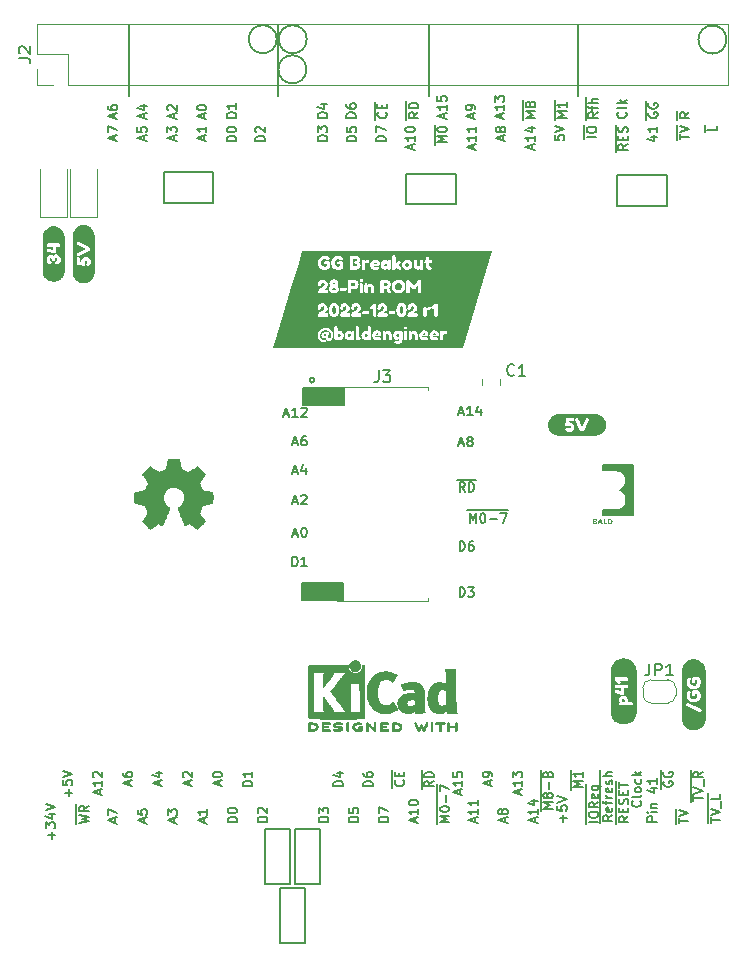
<source format=gbr>
%TF.GenerationSoftware,KiCad,Pcbnew,(6.0.9)*%
%TF.CreationDate,2022-12-02T14:08:30-06:00*%
%TF.ProjectId,Game Gear Breakout,47616d65-2047-4656-9172-20427265616b,rev?*%
%TF.SameCoordinates,Original*%
%TF.FileFunction,Legend,Top*%
%TF.FilePolarity,Positive*%
%FSLAX46Y46*%
G04 Gerber Fmt 4.6, Leading zero omitted, Abs format (unit mm)*
G04 Created by KiCad (PCBNEW (6.0.9)) date 2022-12-02 14:08:30*
%MOMM*%
%LPD*%
G01*
G04 APERTURE LIST*
%ADD10C,0.150000*%
%ADD11C,0.200000*%
%ADD12C,0.120000*%
%ADD13C,0.010000*%
%ADD14C,0.134262*%
G04 APERTURE END LIST*
D10*
X191787493Y-56930306D02*
G75*
G03*
X191787493Y-56930306I-1185394J0D01*
G01*
X156227493Y-59444906D02*
G75*
G03*
X156227493Y-59444906I-1185394J0D01*
G01*
X141199099Y-55626499D02*
X141199099Y-61747899D01*
X159334699Y-104369099D02*
X155854899Y-104369099D01*
X155854899Y-104369099D02*
X155854899Y-102946699D01*
X155854899Y-102946699D02*
X159334699Y-102946699D01*
X159334699Y-102946699D02*
X159334699Y-104369099D01*
G36*
X159334699Y-104369099D02*
G01*
X155854899Y-104369099D01*
X155854899Y-102946699D01*
X159334699Y-102946699D01*
X159334699Y-104369099D01*
G37*
X166624499Y-55626499D02*
X166624499Y-61747899D01*
X156896299Y-85776299D02*
G75*
G03*
X156896299Y-85776299I-203200J0D01*
G01*
X153797499Y-55626499D02*
X153797499Y-61747899D01*
X153712893Y-56896499D02*
G75*
G03*
X153712893Y-56896499I-1185394J0D01*
G01*
X152705299Y-128397499D02*
X154838899Y-128397499D01*
X154838899Y-128397499D02*
X154838899Y-123774699D01*
X154838899Y-123774699D02*
X152705299Y-123774699D01*
X152705299Y-123774699D02*
X152705299Y-128397499D01*
X164680900Y-68275200D02*
X168871900Y-68275200D01*
X168871900Y-68275200D02*
X168871900Y-70891400D01*
X168871900Y-70891400D02*
X164680900Y-70891400D01*
X164680900Y-70891400D02*
X164680900Y-68275200D01*
X156252893Y-56904906D02*
G75*
G03*
X156252893Y-56904906I-1185394J0D01*
G01*
X159385499Y-87859099D02*
X155905699Y-87859099D01*
X155905699Y-87859099D02*
X155905699Y-86436699D01*
X155905699Y-86436699D02*
X159385499Y-86436699D01*
X159385499Y-86436699D02*
X159385499Y-87859099D01*
G36*
X159385499Y-87859099D02*
G01*
X155905699Y-87859099D01*
X155905699Y-86436699D01*
X159385499Y-86436699D01*
X159385499Y-87859099D01*
G37*
X155245299Y-128422899D02*
X157378899Y-128422899D01*
X157378899Y-128422899D02*
X157378899Y-123800099D01*
X157378899Y-123800099D02*
X155245299Y-123800099D01*
X155245299Y-123800099D02*
X155245299Y-128422899D01*
X153975299Y-133426699D02*
X156108899Y-133426699D01*
X156108899Y-133426699D02*
X156108899Y-128803899D01*
X156108899Y-128803899D02*
X153975299Y-128803899D01*
X153975299Y-128803899D02*
X153975299Y-133426699D01*
X182537100Y-68376800D02*
X186728100Y-68376800D01*
X186728100Y-68376800D02*
X186728100Y-70993000D01*
X186728100Y-70993000D02*
X182537100Y-70993000D01*
X182537100Y-70993000D02*
X182537100Y-68376800D01*
X144145000Y-68173600D02*
X148336000Y-68173600D01*
X148336000Y-68173600D02*
X148336000Y-70789800D01*
X148336000Y-70789800D02*
X144145000Y-70789800D01*
X144145000Y-70789800D02*
X144145000Y-68173600D01*
X179197499Y-55626499D02*
X179197499Y-61747899D01*
D11*
X169863213Y-96796299D02*
X170777499Y-96796299D01*
X170053689Y-97822203D02*
X170053689Y-97022203D01*
X170320356Y-97593632D01*
X170587022Y-97022203D01*
X170587022Y-97822203D01*
X170777499Y-96796299D02*
X171539403Y-96796299D01*
X171120356Y-97022203D02*
X171196546Y-97022203D01*
X171272737Y-97060299D01*
X171310832Y-97098394D01*
X171348927Y-97174584D01*
X171387022Y-97326965D01*
X171387022Y-97517441D01*
X171348927Y-97669822D01*
X171310832Y-97746013D01*
X171272737Y-97784108D01*
X171196546Y-97822203D01*
X171120356Y-97822203D01*
X171044165Y-97784108D01*
X171006070Y-97746013D01*
X170967975Y-97669822D01*
X170929879Y-97517441D01*
X170929879Y-97326965D01*
X170967975Y-97174584D01*
X171006070Y-97098394D01*
X171044165Y-97060299D01*
X171120356Y-97022203D01*
X171539403Y-96796299D02*
X172529879Y-96796299D01*
X171729879Y-97517441D02*
X172339403Y-97517441D01*
X172529879Y-96796299D02*
X173291784Y-96796299D01*
X172644165Y-97022203D02*
X173177499Y-97022203D01*
X172834641Y-97822203D01*
D10*
X179905099Y-123355461D02*
X179905099Y-122974509D01*
X180931003Y-123164985D02*
X180131003Y-123164985D01*
X179905099Y-122974509D02*
X179905099Y-122136414D01*
X180131003Y-122631652D02*
X180131003Y-122479271D01*
X180169099Y-122403080D01*
X180245289Y-122326890D01*
X180397670Y-122288795D01*
X180664337Y-122288795D01*
X180816718Y-122326890D01*
X180892908Y-122403080D01*
X180931003Y-122479271D01*
X180931003Y-122631652D01*
X180892908Y-122707842D01*
X180816718Y-122784033D01*
X180664337Y-122822128D01*
X180397670Y-122822128D01*
X180245289Y-122784033D01*
X180169099Y-122707842D01*
X180131003Y-122631652D01*
X179905099Y-122136414D02*
X179905099Y-121336414D01*
X180931003Y-121488795D02*
X180550051Y-121755461D01*
X180931003Y-121945937D02*
X180131003Y-121945937D01*
X180131003Y-121641176D01*
X180169099Y-121564985D01*
X180207194Y-121526890D01*
X180283384Y-121488795D01*
X180397670Y-121488795D01*
X180473860Y-121526890D01*
X180511956Y-121564985D01*
X180550051Y-121641176D01*
X180550051Y-121945937D01*
X179905099Y-121336414D02*
X179905099Y-120650699D01*
X180892908Y-120841176D02*
X180931003Y-120917366D01*
X180931003Y-121069747D01*
X180892908Y-121145937D01*
X180816718Y-121184033D01*
X180511956Y-121184033D01*
X180435765Y-121145937D01*
X180397670Y-121069747D01*
X180397670Y-120917366D01*
X180435765Y-120841176D01*
X180511956Y-120803080D01*
X180588146Y-120803080D01*
X180664337Y-121184033D01*
X179905099Y-120650699D02*
X179905099Y-119926890D01*
X180397670Y-120117366D02*
X181197670Y-120117366D01*
X180892908Y-120117366D02*
X180931003Y-120193556D01*
X180931003Y-120345937D01*
X180892908Y-120422128D01*
X180854813Y-120460223D01*
X180778622Y-120498318D01*
X180550051Y-120498318D01*
X180473860Y-120460223D01*
X180435765Y-120422128D01*
X180397670Y-120345937D01*
X180397670Y-120193556D01*
X180435765Y-120117366D01*
X161847174Y-120129833D02*
X161047174Y-120129833D01*
X161047174Y-119939357D01*
X161085270Y-119825071D01*
X161161460Y-119748880D01*
X161237650Y-119710785D01*
X161390031Y-119672690D01*
X161504317Y-119672690D01*
X161656698Y-119710785D01*
X161732889Y-119748880D01*
X161809079Y-119825071D01*
X161847174Y-119939357D01*
X161847174Y-120129833D01*
X161047174Y-118986976D02*
X161047174Y-119139357D01*
X161085270Y-119215547D01*
X161123365Y-119253642D01*
X161237650Y-119329833D01*
X161390031Y-119367928D01*
X161694793Y-119367928D01*
X161770984Y-119329833D01*
X161809079Y-119291737D01*
X161847174Y-119215547D01*
X161847174Y-119063166D01*
X161809079Y-118986976D01*
X161770984Y-118948880D01*
X161694793Y-118910785D01*
X161504317Y-118910785D01*
X161428127Y-118948880D01*
X161390031Y-118986976D01*
X161351936Y-119063166D01*
X161351936Y-119215547D01*
X161390031Y-119291737D01*
X161428127Y-119329833D01*
X161504317Y-119367928D01*
D11*
X155099232Y-96044232D02*
X155480184Y-96044232D01*
X155023041Y-96272803D02*
X155289708Y-95472803D01*
X155556375Y-96272803D01*
X155784946Y-95548994D02*
X155823041Y-95510899D01*
X155899232Y-95472803D01*
X156089708Y-95472803D01*
X156165899Y-95510899D01*
X156203994Y-95548994D01*
X156242089Y-95625184D01*
X156242089Y-95701375D01*
X156203994Y-95815660D01*
X155746851Y-96272803D01*
X156242089Y-96272803D01*
D10*
X184512413Y-121386975D02*
X184550508Y-121425070D01*
X184588603Y-121539356D01*
X184588603Y-121615546D01*
X184550508Y-121729832D01*
X184474318Y-121806022D01*
X184398127Y-121844118D01*
X184245746Y-121882213D01*
X184131460Y-121882213D01*
X183979079Y-121844118D01*
X183902889Y-121806022D01*
X183826699Y-121729832D01*
X183788603Y-121615546D01*
X183788603Y-121539356D01*
X183826699Y-121425070D01*
X183864794Y-121386975D01*
X184588603Y-120929832D02*
X184550508Y-121006022D01*
X184474318Y-121044118D01*
X183788603Y-121044118D01*
X184588603Y-120510784D02*
X184550508Y-120586975D01*
X184512413Y-120625070D01*
X184436222Y-120663165D01*
X184207651Y-120663165D01*
X184131460Y-120625070D01*
X184093365Y-120586975D01*
X184055270Y-120510784D01*
X184055270Y-120396499D01*
X184093365Y-120320308D01*
X184131460Y-120282213D01*
X184207651Y-120244118D01*
X184436222Y-120244118D01*
X184512413Y-120282213D01*
X184550508Y-120320308D01*
X184588603Y-120396499D01*
X184588603Y-120510784D01*
X184550508Y-119558403D02*
X184588603Y-119634594D01*
X184588603Y-119786975D01*
X184550508Y-119863165D01*
X184512413Y-119901260D01*
X184436222Y-119939356D01*
X184207651Y-119939356D01*
X184131460Y-119901260D01*
X184093365Y-119863165D01*
X184055270Y-119786975D01*
X184055270Y-119634594D01*
X184093365Y-119558403D01*
X184588603Y-119215546D02*
X183788603Y-119215546D01*
X184283841Y-119139356D02*
X184588603Y-118910784D01*
X184055270Y-118910784D02*
X184360032Y-119215546D01*
X167089763Y-65824479D02*
X167089763Y-64910193D01*
X168115667Y-65634003D02*
X167315667Y-65634003D01*
X167887096Y-65367336D01*
X167315667Y-65100669D01*
X168115667Y-65100669D01*
X167089763Y-64910193D02*
X167089763Y-64148288D01*
X167315667Y-64567336D02*
X167315667Y-64491145D01*
X167353763Y-64414955D01*
X167391858Y-64376860D01*
X167468048Y-64338764D01*
X167620429Y-64300669D01*
X167810905Y-64300669D01*
X167963286Y-64338764D01*
X168039477Y-64376860D01*
X168077572Y-64414955D01*
X168115667Y-64491145D01*
X168115667Y-64567336D01*
X168077572Y-64643526D01*
X168039477Y-64681622D01*
X167963286Y-64719717D01*
X167810905Y-64757812D01*
X167620429Y-64757812D01*
X167468048Y-64719717D01*
X167391858Y-64681622D01*
X167353763Y-64643526D01*
X167315667Y-64567336D01*
X185901503Y-123164985D02*
X185101503Y-123164985D01*
X185101503Y-122860223D01*
X185139599Y-122784033D01*
X185177694Y-122745937D01*
X185253884Y-122707842D01*
X185368170Y-122707842D01*
X185444360Y-122745937D01*
X185482456Y-122784033D01*
X185520551Y-122860223D01*
X185520551Y-123164985D01*
X185901503Y-122364985D02*
X185368170Y-122364985D01*
X185101503Y-122364985D02*
X185139599Y-122403080D01*
X185177694Y-122364985D01*
X185139599Y-122326890D01*
X185101503Y-122364985D01*
X185177694Y-122364985D01*
X185368170Y-121984033D02*
X185901503Y-121984033D01*
X185444360Y-121984033D02*
X185406265Y-121945937D01*
X185368170Y-121869747D01*
X185368170Y-121755461D01*
X185406265Y-121679271D01*
X185482456Y-121641175D01*
X185901503Y-121641175D01*
X185368170Y-120307842D02*
X185901503Y-120307842D01*
X185063408Y-120498318D02*
X185634837Y-120688794D01*
X185634837Y-120193556D01*
X185901503Y-119469747D02*
X185901503Y-119926890D01*
X185901503Y-119698318D02*
X185101503Y-119698318D01*
X185215789Y-119774509D01*
X185291979Y-119850699D01*
X185330075Y-119926890D01*
X152711603Y-65519718D02*
X151911603Y-65519718D01*
X151911603Y-65329242D01*
X151949699Y-65214956D01*
X152025889Y-65138765D01*
X152102079Y-65100670D01*
X152254460Y-65062575D01*
X152368746Y-65062575D01*
X152521127Y-65100670D01*
X152597318Y-65138765D01*
X152673508Y-65214956D01*
X152711603Y-65329242D01*
X152711603Y-65519718D01*
X151987794Y-64757813D02*
X151949699Y-64719718D01*
X151911603Y-64643527D01*
X151911603Y-64453051D01*
X151949699Y-64376861D01*
X151987794Y-64338765D01*
X152063984Y-64300670D01*
X152140175Y-64300670D01*
X152254460Y-64338765D01*
X152711603Y-64795908D01*
X152711603Y-64300670D01*
X143783527Y-120053642D02*
X143783527Y-119672690D01*
X144012098Y-120129833D02*
X143212098Y-119863166D01*
X144012098Y-119596499D01*
X143478765Y-118986975D02*
X144012098Y-118986975D01*
X143174003Y-119177452D02*
X143745432Y-119367928D01*
X143745432Y-118872690D01*
X147523682Y-65443527D02*
X147523682Y-65062575D01*
X147752253Y-65519718D02*
X146952253Y-65253051D01*
X147752253Y-64986384D01*
X147752253Y-64300670D02*
X147752253Y-64757813D01*
X147752253Y-64529241D02*
X146952253Y-64529241D01*
X147066539Y-64605432D01*
X147142729Y-64681622D01*
X147180825Y-64757813D01*
X178592199Y-120434594D02*
X178592199Y-119520308D01*
X179618103Y-120244118D02*
X178818103Y-120244118D01*
X179389532Y-119977451D01*
X178818103Y-119710784D01*
X179618103Y-119710784D01*
X178592199Y-119520308D02*
X178592199Y-118758403D01*
X179618103Y-118910784D02*
X179618103Y-119367927D01*
X179618103Y-119139356D02*
X178818103Y-119139356D01*
X178932389Y-119215546D01*
X179008579Y-119291737D01*
X179046675Y-119367927D01*
X187601299Y-63741708D02*
X187601299Y-62941708D01*
X188627203Y-63094088D02*
X188246251Y-63360755D01*
X188627203Y-63551231D02*
X187827203Y-63551231D01*
X187827203Y-63246469D01*
X187865299Y-63170279D01*
X187903394Y-63132184D01*
X187979584Y-63094088D01*
X188093870Y-63094088D01*
X188170060Y-63132184D01*
X188208156Y-63170279D01*
X188246251Y-63246469D01*
X188246251Y-63551231D01*
D11*
X155099232Y-98812832D02*
X155480184Y-98812832D01*
X155023041Y-99041403D02*
X155289708Y-98241403D01*
X155556375Y-99041403D01*
X155975422Y-98241403D02*
X156051613Y-98241403D01*
X156127803Y-98279499D01*
X156165899Y-98317594D01*
X156203994Y-98393784D01*
X156242089Y-98546165D01*
X156242089Y-98736641D01*
X156203994Y-98889022D01*
X156165899Y-98965213D01*
X156127803Y-99003308D01*
X156051613Y-99041403D01*
X155975422Y-99041403D01*
X155899232Y-99003308D01*
X155861137Y-98965213D01*
X155823041Y-98889022D01*
X155784946Y-98736641D01*
X155784946Y-98546165D01*
X155823041Y-98393784D01*
X155861137Y-98317594D01*
X155899232Y-98279499D01*
X155975422Y-98241403D01*
D10*
X157969403Y-65487975D02*
X157169403Y-65487975D01*
X157169403Y-65297499D01*
X157207499Y-65183213D01*
X157283689Y-65107022D01*
X157359879Y-65068927D01*
X157512260Y-65030832D01*
X157626546Y-65030832D01*
X157778927Y-65068927D01*
X157855118Y-65107022D01*
X157931308Y-65183213D01*
X157969403Y-65297499D01*
X157969403Y-65487975D01*
X157169403Y-64764165D02*
X157169403Y-64268927D01*
X157474165Y-64535594D01*
X157474165Y-64421308D01*
X157512260Y-64345118D01*
X157550356Y-64307022D01*
X157626546Y-64268927D01*
X157817022Y-64268927D01*
X157893213Y-64307022D01*
X157931308Y-64345118D01*
X157969403Y-64421308D01*
X157969403Y-64649879D01*
X157931308Y-64726070D01*
X157893213Y-64764165D01*
X157969403Y-63551232D02*
X157169403Y-63551232D01*
X157169403Y-63360756D01*
X157207499Y-63246470D01*
X157283689Y-63170279D01*
X157359879Y-63132184D01*
X157512260Y-63094089D01*
X157626546Y-63094089D01*
X157778927Y-63132184D01*
X157855118Y-63170279D01*
X157931308Y-63246470D01*
X157969403Y-63360756D01*
X157969403Y-63551232D01*
X157436070Y-62408375D02*
X157969403Y-62408375D01*
X157131308Y-62598851D02*
X157702737Y-62789327D01*
X157702737Y-62294089D01*
X165186280Y-66205431D02*
X165186280Y-65824479D01*
X165414851Y-66281622D02*
X164614851Y-66014955D01*
X165414851Y-65748289D01*
X165414851Y-65062574D02*
X165414851Y-65519717D01*
X165414851Y-65291146D02*
X164614851Y-65291146D01*
X164729137Y-65367336D01*
X164805327Y-65443527D01*
X164843423Y-65519717D01*
X164614851Y-64567336D02*
X164614851Y-64491146D01*
X164652947Y-64414955D01*
X164691042Y-64376860D01*
X164767232Y-64338765D01*
X164919613Y-64300670D01*
X165110089Y-64300670D01*
X165262470Y-64338765D01*
X165338661Y-64376860D01*
X165376756Y-64414955D01*
X165414851Y-64491146D01*
X165414851Y-64567336D01*
X165376756Y-64643527D01*
X165338661Y-64681622D01*
X165262470Y-64719717D01*
X165110089Y-64757812D01*
X164919613Y-64757812D01*
X164767232Y-64719717D01*
X164691042Y-64681622D01*
X164652947Y-64643527D01*
X164614851Y-64567336D01*
X165455174Y-123209469D02*
X165455174Y-122828517D01*
X165683745Y-123285660D02*
X164883745Y-123018993D01*
X165683745Y-122752327D01*
X165683745Y-122066612D02*
X165683745Y-122523755D01*
X165683745Y-122295184D02*
X164883745Y-122295184D01*
X164998031Y-122371374D01*
X165074221Y-122447565D01*
X165112317Y-122523755D01*
X164883745Y-121571374D02*
X164883745Y-121495184D01*
X164921841Y-121418993D01*
X164959936Y-121380898D01*
X165036126Y-121342803D01*
X165188507Y-121304708D01*
X165378983Y-121304708D01*
X165531364Y-121342803D01*
X165607555Y-121380898D01*
X165645650Y-121418993D01*
X165683745Y-121495184D01*
X165683745Y-121571374D01*
X165645650Y-121647565D01*
X165607555Y-121685660D01*
X165531364Y-121723755D01*
X165378983Y-121761850D01*
X165188507Y-121761850D01*
X165036126Y-121723755D01*
X164959936Y-121685660D01*
X164921841Y-121647565D01*
X164883745Y-121571374D01*
D11*
X169151918Y-88525832D02*
X169532870Y-88525832D01*
X169075727Y-88754403D02*
X169342394Y-87954403D01*
X169609060Y-88754403D01*
X170294775Y-88754403D02*
X169837632Y-88754403D01*
X170066203Y-88754403D02*
X170066203Y-87954403D01*
X169990013Y-88068689D01*
X169913822Y-88144879D01*
X169837632Y-88182975D01*
X170980489Y-88221070D02*
X170980489Y-88754403D01*
X170790013Y-87916308D02*
X170599537Y-88487737D01*
X171094775Y-88487737D01*
D10*
X142515342Y-123228527D02*
X142515342Y-122847575D01*
X142743913Y-123304718D02*
X141943913Y-123038051D01*
X142743913Y-122771384D01*
X141943913Y-122123765D02*
X141943913Y-122504718D01*
X142324866Y-122542813D01*
X142286770Y-122504718D01*
X142248675Y-122428527D01*
X142248675Y-122238051D01*
X142286770Y-122161860D01*
X142324866Y-122123765D01*
X142401056Y-122085670D01*
X142591532Y-122085670D01*
X142667723Y-122123765D01*
X142705818Y-122161860D01*
X142743913Y-122238051D01*
X142743913Y-122428527D01*
X142705818Y-122504718D01*
X142667723Y-122542813D01*
X163459884Y-120282213D02*
X163459884Y-119482213D01*
X164409598Y-119634594D02*
X164447693Y-119672689D01*
X164485788Y-119786975D01*
X164485788Y-119863166D01*
X164447693Y-119977451D01*
X164371503Y-120053642D01*
X164295312Y-120091737D01*
X164142931Y-120129832D01*
X164028645Y-120129832D01*
X163876264Y-120091737D01*
X163800074Y-120053642D01*
X163723884Y-119977451D01*
X163685788Y-119863166D01*
X163685788Y-119786975D01*
X163723884Y-119672689D01*
X163761979Y-119634594D01*
X163459884Y-119482213D02*
X163459884Y-118758404D01*
X164066741Y-119291737D02*
X164066741Y-119025070D01*
X164485788Y-118910785D02*
X164485788Y-119291737D01*
X163685788Y-119291737D01*
X163685788Y-118910785D01*
X174264173Y-120815546D02*
X174264173Y-120434594D01*
X174492744Y-120891737D02*
X173692744Y-120625070D01*
X174492744Y-120358404D01*
X174492744Y-119672689D02*
X174492744Y-120129832D01*
X174492744Y-119901261D02*
X173692744Y-119901261D01*
X173807030Y-119977451D01*
X173883220Y-120053642D01*
X173921316Y-120129832D01*
X173692744Y-119406023D02*
X173692744Y-118910785D01*
X173997506Y-119177451D01*
X173997506Y-119063166D01*
X174035601Y-118986975D01*
X174073697Y-118948880D01*
X174149887Y-118910785D01*
X174340363Y-118910785D01*
X174416554Y-118948880D01*
X174454649Y-118986975D01*
X174492744Y-119063166D01*
X174492744Y-119291737D01*
X174454649Y-119367927D01*
X174416554Y-119406023D01*
X150273203Y-65519718D02*
X149473203Y-65519718D01*
X149473203Y-65329242D01*
X149511299Y-65214956D01*
X149587489Y-65138765D01*
X149663679Y-65100670D01*
X149816060Y-65062575D01*
X149930346Y-65062575D01*
X150082727Y-65100670D01*
X150158918Y-65138765D01*
X150235108Y-65214956D01*
X150273203Y-65329242D01*
X150273203Y-65519718D01*
X149473203Y-64567337D02*
X149473203Y-64491146D01*
X149511299Y-64414956D01*
X149549394Y-64376861D01*
X149625584Y-64338765D01*
X149777965Y-64300670D01*
X149968441Y-64300670D01*
X150120822Y-64338765D01*
X150197013Y-64376861D01*
X150235108Y-64414956D01*
X150273203Y-64491146D01*
X150273203Y-64567337D01*
X150235108Y-64643527D01*
X150197013Y-64681622D01*
X150120822Y-64719718D01*
X149968441Y-64757813D01*
X149777965Y-64757813D01*
X149625584Y-64719718D01*
X149549394Y-64681622D01*
X149511299Y-64643527D01*
X149473203Y-64567337D01*
X158096403Y-123171375D02*
X157296403Y-123171375D01*
X157296403Y-122980899D01*
X157334499Y-122866613D01*
X157410689Y-122790422D01*
X157486879Y-122752327D01*
X157639260Y-122714232D01*
X157753546Y-122714232D01*
X157905927Y-122752327D01*
X157982118Y-122790422D01*
X158058308Y-122866613D01*
X158096403Y-122980899D01*
X158096403Y-123171375D01*
X157296403Y-122447565D02*
X157296403Y-121952327D01*
X157601165Y-122218994D01*
X157601165Y-122104708D01*
X157639260Y-122028518D01*
X157677356Y-121990422D01*
X157753546Y-121952327D01*
X157944022Y-121952327D01*
X158020213Y-121990422D01*
X158058308Y-122028518D01*
X158096403Y-122104708D01*
X158096403Y-122333279D01*
X158058308Y-122409470D01*
X158020213Y-122447565D01*
X167296455Y-123361851D02*
X167296455Y-122447566D01*
X168322359Y-123171375D02*
X167522359Y-123171375D01*
X168093788Y-122904708D01*
X167522359Y-122638042D01*
X168322359Y-122638042D01*
X167296455Y-122447566D02*
X167296455Y-121685661D01*
X167522359Y-122104708D02*
X167522359Y-122028518D01*
X167560455Y-121952327D01*
X167598550Y-121914232D01*
X167674740Y-121876137D01*
X167827121Y-121838042D01*
X168017597Y-121838042D01*
X168169978Y-121876137D01*
X168246169Y-121914232D01*
X168284264Y-121952327D01*
X168322359Y-122028518D01*
X168322359Y-122104708D01*
X168284264Y-122180899D01*
X168246169Y-122218994D01*
X168169978Y-122257089D01*
X168017597Y-122295185D01*
X167827121Y-122295185D01*
X167674740Y-122257089D01*
X167598550Y-122218994D01*
X167560455Y-122180899D01*
X167522359Y-122104708D01*
X167296455Y-121685661D02*
X167296455Y-120695185D01*
X168017597Y-121495185D02*
X168017597Y-120885661D01*
X167296455Y-120695185D02*
X167296455Y-119933280D01*
X167522359Y-120580899D02*
X167522359Y-120047566D01*
X168322359Y-120390423D01*
X142481782Y-65443527D02*
X142481782Y-65062575D01*
X142710353Y-65519718D02*
X141910353Y-65253051D01*
X142710353Y-64986384D01*
X141910353Y-64338765D02*
X141910353Y-64719718D01*
X142291306Y-64757813D01*
X142253210Y-64719718D01*
X142215115Y-64643527D01*
X142215115Y-64453051D01*
X142253210Y-64376860D01*
X142291306Y-64338765D01*
X142367496Y-64300670D01*
X142557972Y-64300670D01*
X142634163Y-64338765D01*
X142672258Y-64376860D01*
X142710353Y-64453051D01*
X142710353Y-64643527D01*
X142672258Y-64719718D01*
X142634163Y-64757813D01*
X159318060Y-120129833D02*
X158518060Y-120129833D01*
X158518060Y-119939357D01*
X158556156Y-119825071D01*
X158632346Y-119748880D01*
X158708536Y-119710785D01*
X158860917Y-119672690D01*
X158975203Y-119672690D01*
X159127584Y-119710785D01*
X159203775Y-119748880D01*
X159279965Y-119825071D01*
X159318060Y-119939357D01*
X159318060Y-120129833D01*
X158784727Y-118986976D02*
X159318060Y-118986976D01*
X158479965Y-119177452D02*
X159051394Y-119367928D01*
X159051394Y-118872690D01*
X160396469Y-63551232D02*
X159596469Y-63551232D01*
X159596469Y-63360756D01*
X159634565Y-63246470D01*
X159710755Y-63170279D01*
X159786945Y-63132184D01*
X159939326Y-63094089D01*
X160053612Y-63094089D01*
X160205993Y-63132184D01*
X160282184Y-63170279D01*
X160358374Y-63246470D01*
X160396469Y-63360756D01*
X160396469Y-63551232D01*
X159596469Y-62408375D02*
X159596469Y-62560756D01*
X159634565Y-62636946D01*
X159672660Y-62675041D01*
X159786945Y-62751232D01*
X159939326Y-62789327D01*
X160244088Y-62789327D01*
X160320279Y-62751232D01*
X160358374Y-62713136D01*
X160396469Y-62636946D01*
X160396469Y-62484565D01*
X160358374Y-62408375D01*
X160320279Y-62370279D01*
X160244088Y-62332184D01*
X160053612Y-62332184D01*
X159977422Y-62370279D01*
X159939326Y-62408375D01*
X159901231Y-62484565D01*
X159901231Y-62636946D01*
X159939326Y-62713136D01*
X159977422Y-62751232D01*
X160053612Y-62789327D01*
D11*
X169190012Y-100209803D02*
X169190012Y-99409803D01*
X169380489Y-99409803D01*
X169494774Y-99447899D01*
X169570965Y-99524089D01*
X169609060Y-99600279D01*
X169647155Y-99752660D01*
X169647155Y-99866946D01*
X169609060Y-100019327D01*
X169570965Y-100095518D01*
X169494774Y-100171708D01*
X169380489Y-100209803D01*
X169190012Y-100209803D01*
X170332869Y-99409803D02*
X170180489Y-99409803D01*
X170104298Y-99447899D01*
X170066203Y-99485994D01*
X169990012Y-99600279D01*
X169951917Y-99752660D01*
X169951917Y-100057422D01*
X169990012Y-100133613D01*
X170028108Y-100171708D01*
X170104298Y-100209803D01*
X170256679Y-100209803D01*
X170332869Y-100171708D01*
X170370965Y-100133613D01*
X170409060Y-100057422D01*
X170409060Y-99866946D01*
X170370965Y-99790756D01*
X170332869Y-99752660D01*
X170256679Y-99714565D01*
X170104298Y-99714565D01*
X170028108Y-99752660D01*
X169990012Y-99790756D01*
X169951917Y-99866946D01*
D10*
X147523682Y-63589327D02*
X147523682Y-63208375D01*
X147752253Y-63665518D02*
X146952253Y-63398851D01*
X147752253Y-63132184D01*
X146952253Y-62713137D02*
X146952253Y-62636946D01*
X146990349Y-62560756D01*
X147028444Y-62522660D01*
X147104634Y-62484565D01*
X147257015Y-62446470D01*
X147447491Y-62446470D01*
X147599872Y-62484565D01*
X147676063Y-62522660D01*
X147714158Y-62560756D01*
X147752253Y-62636946D01*
X147752253Y-62713137D01*
X147714158Y-62789327D01*
X147676063Y-62827422D01*
X147599872Y-62865518D01*
X147447491Y-62903613D01*
X147257015Y-62903613D01*
X147104634Y-62865518D01*
X147028444Y-62827422D01*
X146990349Y-62789327D01*
X146952253Y-62713137D01*
X190217499Y-123298289D02*
X190217499Y-122688765D01*
X190443403Y-123222099D02*
X190443403Y-122764956D01*
X191243403Y-122993527D02*
X190443403Y-122993527D01*
X190217499Y-122688765D02*
X190217499Y-122003051D01*
X190443403Y-122612575D02*
X191243403Y-122345908D01*
X190443403Y-122079241D01*
X190217499Y-122003051D02*
X190217499Y-121393527D01*
X191319594Y-122003051D02*
X191319594Y-121393527D01*
X190217499Y-121393527D02*
X190217499Y-120745908D01*
X191243403Y-120822099D02*
X191243403Y-121203051D01*
X190443403Y-121203051D01*
X179882093Y-63741708D02*
X179882093Y-62941708D01*
X180907997Y-63094089D02*
X180527045Y-63360755D01*
X180907997Y-63551232D02*
X180107997Y-63551232D01*
X180107997Y-63246470D01*
X180146093Y-63170279D01*
X180184188Y-63132184D01*
X180260378Y-63094089D01*
X180374664Y-63094089D01*
X180450854Y-63132184D01*
X180488950Y-63170279D01*
X180527045Y-63246470D01*
X180527045Y-63551232D01*
X179882093Y-62941708D02*
X179882093Y-62484565D01*
X180374664Y-62865517D02*
X180374664Y-62560755D01*
X180907997Y-62751232D02*
X180222283Y-62751232D01*
X180146093Y-62713136D01*
X180107997Y-62636946D01*
X180107997Y-62560755D01*
X179882093Y-62484565D02*
X179882093Y-61760755D01*
X180907997Y-62294089D02*
X180107997Y-62294089D01*
X180907997Y-61951232D02*
X180488950Y-61951232D01*
X180412759Y-61989327D01*
X180374664Y-62065517D01*
X180374664Y-62179803D01*
X180412759Y-62255993D01*
X180450854Y-62294089D01*
X188752199Y-121463165D02*
X188752199Y-120853642D01*
X188978103Y-121386975D02*
X188978103Y-120929832D01*
X189778103Y-121158404D02*
X188978103Y-121158404D01*
X188752199Y-120853642D02*
X188752199Y-120167927D01*
X188978103Y-120777451D02*
X189778103Y-120510785D01*
X188978103Y-120244118D01*
X188752199Y-120167927D02*
X188752199Y-119558404D01*
X189854294Y-120167927D02*
X189854294Y-119558404D01*
X188752199Y-119558404D02*
X188752199Y-118758404D01*
X189778103Y-118910785D02*
X189397151Y-119177451D01*
X189778103Y-119367927D02*
X188978103Y-119367927D01*
X188978103Y-119063165D01*
X189016199Y-118986975D01*
X189054294Y-118948880D01*
X189130484Y-118910785D01*
X189244770Y-118910785D01*
X189320960Y-118948880D01*
X189359056Y-118986975D01*
X189397151Y-119063165D01*
X189397151Y-119367927D01*
X145002732Y-65443527D02*
X145002732Y-65062575D01*
X145231303Y-65519718D02*
X144431303Y-65253051D01*
X145231303Y-64986384D01*
X144431303Y-64795908D02*
X144431303Y-64300670D01*
X144736065Y-64567337D01*
X144736065Y-64453051D01*
X144774160Y-64376860D01*
X144812256Y-64338765D01*
X144888446Y-64300670D01*
X145078922Y-64300670D01*
X145155113Y-64338765D01*
X145193208Y-64376860D01*
X145231303Y-64453051D01*
X145231303Y-64681622D01*
X145193208Y-64757813D01*
X145155113Y-64795908D01*
X148856267Y-120053642D02*
X148856267Y-119672690D01*
X149084838Y-120129833D02*
X148284838Y-119863166D01*
X149084838Y-119596499D01*
X148284838Y-119177452D02*
X148284838Y-119101261D01*
X148322934Y-119025071D01*
X148361029Y-118986975D01*
X148437219Y-118948880D01*
X148589600Y-118910785D01*
X148780076Y-118910785D01*
X148932457Y-118948880D01*
X149008648Y-118986975D01*
X149046743Y-119025071D01*
X149084838Y-119101261D01*
X149084838Y-119177452D01*
X149046743Y-119253642D01*
X149008648Y-119291737D01*
X148932457Y-119329833D01*
X148780076Y-119367928D01*
X148589600Y-119367928D01*
X148437219Y-119329833D01*
X148361029Y-119291737D01*
X148322934Y-119253642D01*
X148284838Y-119177452D01*
X160451219Y-65519718D02*
X159651219Y-65519718D01*
X159651219Y-65329242D01*
X159689315Y-65214956D01*
X159765505Y-65138765D01*
X159841695Y-65100670D01*
X159994076Y-65062575D01*
X160108362Y-65062575D01*
X160260743Y-65100670D01*
X160336934Y-65138765D01*
X160413124Y-65214956D01*
X160451219Y-65329242D01*
X160451219Y-65519718D01*
X159651219Y-64338765D02*
X159651219Y-64719718D01*
X160032172Y-64757813D01*
X159994076Y-64719718D01*
X159955981Y-64643527D01*
X159955981Y-64453051D01*
X159994076Y-64376861D01*
X160032172Y-64338765D01*
X160108362Y-64300670D01*
X160298838Y-64300670D01*
X160375029Y-64338765D01*
X160413124Y-64376861D01*
X160451219Y-64453051D01*
X160451219Y-64643527D01*
X160413124Y-64719718D01*
X160375029Y-64757813D01*
X163154631Y-123171375D02*
X162354631Y-123171375D01*
X162354631Y-122980899D01*
X162392727Y-122866613D01*
X162468917Y-122790422D01*
X162545107Y-122752327D01*
X162697488Y-122714232D01*
X162811774Y-122714232D01*
X162964155Y-122752327D01*
X163040346Y-122790422D01*
X163116536Y-122866613D01*
X163154631Y-122980899D01*
X163154631Y-123171375D01*
X162354631Y-122447565D02*
X162354631Y-121914232D01*
X163154631Y-122257089D01*
X182418659Y-66434003D02*
X182418659Y-65634003D01*
X183444563Y-65786384D02*
X183063611Y-66053050D01*
X183444563Y-66243526D02*
X182644563Y-66243526D01*
X182644563Y-65938765D01*
X182682659Y-65862574D01*
X182720754Y-65824479D01*
X182796944Y-65786384D01*
X182911230Y-65786384D01*
X182987420Y-65824479D01*
X183025516Y-65862574D01*
X183063611Y-65938765D01*
X183063611Y-66243526D01*
X182418659Y-65634003D02*
X182418659Y-64910193D01*
X183025516Y-65443526D02*
X183025516Y-65176860D01*
X183444563Y-65062574D02*
X183444563Y-65443526D01*
X182644563Y-65443526D01*
X182644563Y-65062574D01*
X182418659Y-64910193D02*
X182418659Y-64148288D01*
X183406468Y-64757812D02*
X183444563Y-64643526D01*
X183444563Y-64453050D01*
X183406468Y-64376860D01*
X183368373Y-64338765D01*
X183292182Y-64300669D01*
X183215992Y-64300669D01*
X183139801Y-64338765D01*
X183101706Y-64376860D01*
X183063611Y-64453050D01*
X183025516Y-64605431D01*
X182987420Y-64681622D01*
X182949325Y-64719717D01*
X182873135Y-64757812D01*
X182796944Y-64757812D01*
X182720754Y-64719717D01*
X182682659Y-64681622D01*
X182644563Y-64605431D01*
X182644563Y-64414955D01*
X182682659Y-64300669D01*
X167887096Y-63589326D02*
X167887096Y-63208374D01*
X168115667Y-63665517D02*
X167315667Y-63398850D01*
X168115667Y-63132184D01*
X168115667Y-62446469D02*
X168115667Y-62903612D01*
X168115667Y-62675041D02*
X167315667Y-62675041D01*
X167429953Y-62751231D01*
X167506143Y-62827422D01*
X167544239Y-62903612D01*
X167315667Y-61722660D02*
X167315667Y-62103612D01*
X167696620Y-62141707D01*
X167658524Y-62103612D01*
X167620429Y-62027422D01*
X167620429Y-61836946D01*
X167658524Y-61760755D01*
X167696620Y-61722660D01*
X167772810Y-61684565D01*
X167963286Y-61684565D01*
X168039477Y-61722660D01*
X168077572Y-61760755D01*
X168115667Y-61836946D01*
X168115667Y-62027422D01*
X168077572Y-62103612D01*
X168039477Y-62141707D01*
X182445099Y-123355460D02*
X182445099Y-122555460D01*
X183471003Y-122707841D02*
X183090051Y-122974508D01*
X183471003Y-123164984D02*
X182671003Y-123164984D01*
X182671003Y-122860222D01*
X182709099Y-122784032D01*
X182747194Y-122745937D01*
X182823384Y-122707841D01*
X182937670Y-122707841D01*
X183013860Y-122745937D01*
X183051956Y-122784032D01*
X183090051Y-122860222D01*
X183090051Y-123164984D01*
X182445099Y-122555460D02*
X182445099Y-121831651D01*
X183051956Y-122364984D02*
X183051956Y-122098317D01*
X183471003Y-121984032D02*
X183471003Y-122364984D01*
X182671003Y-122364984D01*
X182671003Y-121984032D01*
X182445099Y-121831651D02*
X182445099Y-121069746D01*
X183432908Y-121679270D02*
X183471003Y-121564984D01*
X183471003Y-121374508D01*
X183432908Y-121298317D01*
X183394813Y-121260222D01*
X183318622Y-121222127D01*
X183242432Y-121222127D01*
X183166241Y-121260222D01*
X183128146Y-121298317D01*
X183090051Y-121374508D01*
X183051956Y-121526889D01*
X183013860Y-121603079D01*
X182975765Y-121641175D01*
X182899575Y-121679270D01*
X182823384Y-121679270D01*
X182747194Y-121641175D01*
X182709099Y-121603079D01*
X182671003Y-121526889D01*
X182671003Y-121336413D01*
X182709099Y-121222127D01*
X182445099Y-121069746D02*
X182445099Y-120345937D01*
X183051956Y-120879270D02*
X183051956Y-120612603D01*
X183471003Y-120498317D02*
X183471003Y-120879270D01*
X182671003Y-120879270D01*
X182671003Y-120498317D01*
X182445099Y-120345937D02*
X182445099Y-119736413D01*
X182671003Y-120269746D02*
X182671003Y-119812603D01*
X183471003Y-120041175D02*
X182671003Y-120041175D01*
X165988998Y-120358404D02*
X165988998Y-119558404D01*
X167014902Y-119710784D02*
X166633950Y-119977451D01*
X167014902Y-120167927D02*
X166214902Y-120167927D01*
X166214902Y-119863165D01*
X166252998Y-119786975D01*
X166291093Y-119748880D01*
X166367283Y-119710784D01*
X166481569Y-119710784D01*
X166557759Y-119748880D01*
X166595855Y-119786975D01*
X166633950Y-119863165D01*
X166633950Y-120167927D01*
X165988998Y-119558404D02*
X165988998Y-118758404D01*
X167014902Y-119367927D02*
X166214902Y-119367927D01*
X166214902Y-119177451D01*
X166252998Y-119063165D01*
X166329188Y-118986975D01*
X166405378Y-118948880D01*
X166557759Y-118910784D01*
X166672045Y-118910784D01*
X166824426Y-118948880D01*
X166900617Y-118986975D01*
X166976807Y-119063165D01*
X167014902Y-119177451D01*
X167014902Y-119367927D01*
D11*
X168999537Y-94180099D02*
X169799537Y-94180099D01*
X169647156Y-95206003D02*
X169380489Y-94825051D01*
X169190013Y-95206003D02*
X169190013Y-94406003D01*
X169494775Y-94406003D01*
X169570965Y-94444099D01*
X169609060Y-94482194D01*
X169647156Y-94558384D01*
X169647156Y-94672670D01*
X169609060Y-94748860D01*
X169570965Y-94786956D01*
X169494775Y-94825051D01*
X169190013Y-94825051D01*
X169799537Y-94180099D02*
X170599537Y-94180099D01*
X169990013Y-95206003D02*
X169990013Y-94406003D01*
X170180489Y-94406003D01*
X170294775Y-94444099D01*
X170370965Y-94520289D01*
X170409060Y-94596479D01*
X170447156Y-94748860D01*
X170447156Y-94863146D01*
X170409060Y-95015527D01*
X170370965Y-95091718D01*
X170294775Y-95167908D01*
X170180489Y-95206003D01*
X169990013Y-95206003D01*
D10*
X185393046Y-65138765D02*
X185926379Y-65138765D01*
X185088284Y-65329241D02*
X185659713Y-65519717D01*
X185659713Y-65024479D01*
X185926379Y-64300670D02*
X185926379Y-64757813D01*
X185926379Y-64529241D02*
X185126379Y-64529241D01*
X185240665Y-64605432D01*
X185316855Y-64681622D01*
X185354951Y-64757813D01*
X174589961Y-63741708D02*
X174589961Y-62827422D01*
X175615865Y-63551232D02*
X174815865Y-63551232D01*
X175387294Y-63284565D01*
X174815865Y-63017898D01*
X175615865Y-63017898D01*
X174589961Y-62827422D02*
X174589961Y-62065517D01*
X175158722Y-62522660D02*
X175120627Y-62598851D01*
X175082532Y-62636946D01*
X175006341Y-62675041D01*
X174968246Y-62675041D01*
X174892056Y-62636946D01*
X174853961Y-62598851D01*
X174815865Y-62522660D01*
X174815865Y-62370279D01*
X174853961Y-62294089D01*
X174892056Y-62255993D01*
X174968246Y-62217898D01*
X175006341Y-62217898D01*
X175082532Y-62255993D01*
X175120627Y-62294089D01*
X175158722Y-62370279D01*
X175158722Y-62522660D01*
X175196818Y-62598851D01*
X175234913Y-62636946D01*
X175311103Y-62675041D01*
X175463484Y-62675041D01*
X175539675Y-62636946D01*
X175577770Y-62598851D01*
X175615865Y-62522660D01*
X175615865Y-62370279D01*
X175577770Y-62294089D01*
X175539675Y-62255993D01*
X175463484Y-62217898D01*
X175311103Y-62217898D01*
X175234913Y-62255993D01*
X175196818Y-62294089D01*
X175158722Y-62370279D01*
X139960832Y-63589327D02*
X139960832Y-63208375D01*
X140189403Y-63665518D02*
X139389403Y-63398851D01*
X140189403Y-63132184D01*
X139389403Y-62522660D02*
X139389403Y-62675041D01*
X139427499Y-62751232D01*
X139465594Y-62789327D01*
X139579879Y-62865518D01*
X139732260Y-62903613D01*
X140037022Y-62903613D01*
X140113213Y-62865518D01*
X140151308Y-62827422D01*
X140189403Y-62751232D01*
X140189403Y-62598851D01*
X140151308Y-62522660D01*
X140113213Y-62484565D01*
X140037022Y-62446470D01*
X139846546Y-62446470D01*
X139770356Y-62484565D01*
X139732260Y-62522660D01*
X139694165Y-62598851D01*
X139694165Y-62751232D01*
X139732260Y-62827422D01*
X139770356Y-62865518D01*
X139846546Y-62903613D01*
X139978972Y-123228527D02*
X139978972Y-122847575D01*
X140207543Y-123304718D02*
X139407543Y-123038051D01*
X140207543Y-122771384D01*
X139407543Y-122580908D02*
X139407543Y-122047575D01*
X140207543Y-122390432D01*
X162016631Y-63741707D02*
X162016631Y-62941707D01*
X162966345Y-63094088D02*
X163004440Y-63132183D01*
X163042535Y-63246469D01*
X163042535Y-63322660D01*
X163004440Y-63436945D01*
X162928250Y-63513136D01*
X162852059Y-63551231D01*
X162699678Y-63589326D01*
X162585392Y-63589326D01*
X162433011Y-63551231D01*
X162356821Y-63513136D01*
X162280631Y-63436945D01*
X162242535Y-63322660D01*
X162242535Y-63246469D01*
X162280631Y-63132183D01*
X162318726Y-63094088D01*
X162016631Y-62941707D02*
X162016631Y-62217898D01*
X162623488Y-62751231D02*
X162623488Y-62484564D01*
X163042535Y-62370279D02*
X163042535Y-62751231D01*
X162242535Y-62751231D01*
X162242535Y-62370279D01*
X189938099Y-64789508D02*
X189938099Y-64141889D01*
X190964003Y-64218079D02*
X190964003Y-64599032D01*
X190164003Y-64599032D01*
X175332544Y-66205431D02*
X175332544Y-65824479D01*
X175561115Y-66281622D02*
X174761115Y-66014955D01*
X175561115Y-65748289D01*
X175561115Y-65062574D02*
X175561115Y-65519717D01*
X175561115Y-65291146D02*
X174761115Y-65291146D01*
X174875401Y-65367336D01*
X174951591Y-65443527D01*
X174989687Y-65519717D01*
X175027782Y-64376860D02*
X175561115Y-64376860D01*
X174723020Y-64567336D02*
X175294449Y-64757812D01*
X175294449Y-64262574D01*
X177236027Y-63741708D02*
X177236027Y-62827422D01*
X178261931Y-63551232D02*
X177461931Y-63551232D01*
X178033360Y-63284565D01*
X177461931Y-63017898D01*
X178261931Y-63017898D01*
X177236027Y-62827422D02*
X177236027Y-62065517D01*
X178261931Y-62217898D02*
X178261931Y-62675041D01*
X178261931Y-62446470D02*
X177461931Y-62446470D01*
X177576217Y-62522660D01*
X177652407Y-62598851D01*
X177690503Y-62675041D01*
X145002732Y-63589327D02*
X145002732Y-63208375D01*
X145231303Y-63665518D02*
X144431303Y-63398851D01*
X145231303Y-63132184D01*
X144507494Y-62903613D02*
X144469399Y-62865518D01*
X144431303Y-62789327D01*
X144431303Y-62598851D01*
X144469399Y-62522660D01*
X144507494Y-62484565D01*
X144583684Y-62446470D01*
X144659875Y-62446470D01*
X144774160Y-62484565D01*
X145231303Y-62941708D01*
X145231303Y-62446470D01*
D11*
X169151917Y-91116632D02*
X169532869Y-91116632D01*
X169075726Y-91345203D02*
X169342393Y-90545203D01*
X169609060Y-91345203D01*
X169990012Y-90888060D02*
X169913822Y-90849965D01*
X169875726Y-90811870D01*
X169837631Y-90735679D01*
X169837631Y-90697584D01*
X169875726Y-90621394D01*
X169913822Y-90583299D01*
X169990012Y-90545203D01*
X170142393Y-90545203D01*
X170218584Y-90583299D01*
X170256679Y-90621394D01*
X170294774Y-90697584D01*
X170294774Y-90735679D01*
X170256679Y-90811870D01*
X170218584Y-90849965D01*
X170142393Y-90888060D01*
X169990012Y-90888060D01*
X169913822Y-90926156D01*
X169875726Y-90964251D01*
X169837631Y-91040441D01*
X169837631Y-91192822D01*
X169875726Y-91269013D01*
X169913822Y-91307108D01*
X169990012Y-91345203D01*
X170142393Y-91345203D01*
X170218584Y-91307108D01*
X170256679Y-91269013D01*
X170294774Y-91192822D01*
X170294774Y-91040441D01*
X170256679Y-90964251D01*
X170218584Y-90926156D01*
X170142393Y-90888060D01*
D10*
X172741228Y-63589326D02*
X172741228Y-63208374D01*
X172969799Y-63665517D02*
X172169799Y-63398850D01*
X172969799Y-63132184D01*
X172969799Y-62446469D02*
X172969799Y-62903612D01*
X172969799Y-62675041D02*
X172169799Y-62675041D01*
X172284085Y-62751231D01*
X172360275Y-62827422D01*
X172398371Y-62903612D01*
X172169799Y-62179803D02*
X172169799Y-61684565D01*
X172474561Y-61951231D01*
X172474561Y-61836946D01*
X172512656Y-61760755D01*
X172550752Y-61722660D01*
X172626942Y-61684565D01*
X172817418Y-61684565D01*
X172893609Y-61722660D01*
X172931704Y-61760755D01*
X172969799Y-61836946D01*
X172969799Y-62065517D01*
X172931704Y-62141707D01*
X172893609Y-62179803D01*
X177976741Y-123164985D02*
X177976741Y-122555461D01*
X178281503Y-122860223D02*
X177671979Y-122860223D01*
X177481503Y-121793556D02*
X177481503Y-122174509D01*
X177862456Y-122212604D01*
X177824360Y-122174509D01*
X177786265Y-122098318D01*
X177786265Y-121907842D01*
X177824360Y-121831652D01*
X177862456Y-121793556D01*
X177938646Y-121755461D01*
X178129122Y-121755461D01*
X178205313Y-121793556D01*
X178243408Y-121831652D01*
X178281503Y-121907842D01*
X178281503Y-122098318D01*
X178243408Y-122174509D01*
X178205313Y-122212604D01*
X177481503Y-121526890D02*
X178281503Y-121260223D01*
X177481503Y-120993556D01*
X173042516Y-123209470D02*
X173042516Y-122828518D01*
X173271087Y-123285661D02*
X172471087Y-123018994D01*
X173271087Y-122752327D01*
X172813944Y-122371375D02*
X172775849Y-122447565D01*
X172737754Y-122485661D01*
X172661563Y-122523756D01*
X172623468Y-122523756D01*
X172547278Y-122485661D01*
X172509183Y-122447565D01*
X172471087Y-122371375D01*
X172471087Y-122218994D01*
X172509183Y-122142803D01*
X172547278Y-122104708D01*
X172623468Y-122066613D01*
X172661563Y-122066613D01*
X172737754Y-122104708D01*
X172775849Y-122142803D01*
X172813944Y-122218994D01*
X172813944Y-122371375D01*
X172852040Y-122447565D01*
X172890135Y-122485661D01*
X172966325Y-122523756D01*
X173118706Y-122523756D01*
X173194897Y-122485661D01*
X173232992Y-122447565D01*
X173271087Y-122371375D01*
X173271087Y-122218994D01*
X173232992Y-122142803D01*
X173194897Y-122104708D01*
X173118706Y-122066613D01*
X172966325Y-122066613D01*
X172890135Y-122104708D01*
X172852040Y-122142803D01*
X172813944Y-122218994D01*
X145051712Y-123228527D02*
X145051712Y-122847575D01*
X145280283Y-123304718D02*
X144480283Y-123038051D01*
X145280283Y-122771384D01*
X144480283Y-122580908D02*
X144480283Y-122085670D01*
X144785045Y-122352337D01*
X144785045Y-122238051D01*
X144823140Y-122161860D01*
X144861236Y-122123765D01*
X144937426Y-122085670D01*
X145127902Y-122085670D01*
X145204093Y-122123765D01*
X145242188Y-122161860D01*
X145280283Y-122238051D01*
X145280283Y-122466622D01*
X145242188Y-122542813D01*
X145204093Y-122580908D01*
D11*
X169190012Y-104096003D02*
X169190012Y-103296003D01*
X169380489Y-103296003D01*
X169494774Y-103334099D01*
X169570965Y-103410289D01*
X169609060Y-103486479D01*
X169647155Y-103638860D01*
X169647155Y-103753146D01*
X169609060Y-103905527D01*
X169570965Y-103981718D01*
X169494774Y-104057908D01*
X169380489Y-104096003D01*
X169190012Y-104096003D01*
X169913822Y-103296003D02*
X170409060Y-103296003D01*
X170142393Y-103600765D01*
X170256679Y-103600765D01*
X170332869Y-103638860D01*
X170370965Y-103676956D01*
X170409060Y-103753146D01*
X170409060Y-103943622D01*
X170370965Y-104019813D01*
X170332869Y-104057908D01*
X170256679Y-104096003D01*
X170028108Y-104096003D01*
X169951917Y-104057908D01*
X169913822Y-104019813D01*
D10*
X138710787Y-120815546D02*
X138710787Y-120434594D01*
X138939358Y-120891737D02*
X138139358Y-120625070D01*
X138939358Y-120358404D01*
X138939358Y-119672689D02*
X138939358Y-120129832D01*
X138939358Y-119901261D02*
X138139358Y-119901261D01*
X138253644Y-119977451D01*
X138329834Y-120053642D01*
X138367930Y-120129832D01*
X138215549Y-119367927D02*
X138177454Y-119329832D01*
X138139358Y-119253642D01*
X138139358Y-119063166D01*
X138177454Y-118986975D01*
X138215549Y-118948880D01*
X138291739Y-118910785D01*
X138367930Y-118910785D01*
X138482215Y-118948880D01*
X138939358Y-119406023D01*
X138939358Y-118910785D01*
X186212199Y-120358404D02*
X186212199Y-119558404D01*
X186476199Y-119748880D02*
X186438103Y-119825070D01*
X186438103Y-119939356D01*
X186476199Y-120053642D01*
X186552389Y-120129832D01*
X186628579Y-120167927D01*
X186780960Y-120206023D01*
X186895246Y-120206023D01*
X187047627Y-120167927D01*
X187123818Y-120129832D01*
X187200008Y-120053642D01*
X187238103Y-119939356D01*
X187238103Y-119863165D01*
X187200008Y-119748880D01*
X187161913Y-119710784D01*
X186895246Y-119710784D01*
X186895246Y-119863165D01*
X186212199Y-119558404D02*
X186212199Y-118758404D01*
X186476199Y-118948880D02*
X186438103Y-119025070D01*
X186438103Y-119139356D01*
X186476199Y-119253642D01*
X186552389Y-119329832D01*
X186628579Y-119367927D01*
X186780960Y-119406023D01*
X186895246Y-119406023D01*
X187047627Y-119367927D01*
X187123818Y-119329832D01*
X187200008Y-119253642D01*
X187238103Y-119139356D01*
X187238103Y-119063165D01*
X187200008Y-118948880D01*
X187161913Y-118910784D01*
X186895246Y-118910784D01*
X186895246Y-119063165D01*
X141247157Y-120053642D02*
X141247157Y-119672690D01*
X141475728Y-120129833D02*
X140675728Y-119863166D01*
X141475728Y-119596499D01*
X140675728Y-118986975D02*
X140675728Y-119139356D01*
X140713824Y-119215547D01*
X140751919Y-119253642D01*
X140866204Y-119329833D01*
X141018585Y-119367928D01*
X141323347Y-119367928D01*
X141399538Y-119329833D01*
X141437633Y-119291737D01*
X141475728Y-119215547D01*
X141475728Y-119063166D01*
X141437633Y-118986975D01*
X141399538Y-118948880D01*
X141323347Y-118910785D01*
X141132871Y-118910785D01*
X141056681Y-118948880D01*
X141018585Y-118986975D01*
X140980490Y-119063166D01*
X140980490Y-119215547D01*
X141018585Y-119291737D01*
X141056681Y-119329833D01*
X141132871Y-119367928D01*
D11*
X154337328Y-88652832D02*
X154718280Y-88652832D01*
X154261137Y-88881403D02*
X154527804Y-88081403D01*
X154794470Y-88881403D01*
X155480185Y-88881403D02*
X155023042Y-88881403D01*
X155251613Y-88881403D02*
X155251613Y-88081403D01*
X155175423Y-88195689D01*
X155099232Y-88271879D01*
X155023042Y-88309975D01*
X155784947Y-88157594D02*
X155823042Y-88119499D01*
X155899232Y-88081403D01*
X156089709Y-88081403D01*
X156165899Y-88119499D01*
X156203994Y-88157594D01*
X156242089Y-88233784D01*
X156242089Y-88309975D01*
X156203994Y-88424260D01*
X155746851Y-88881403D01*
X156242089Y-88881403D01*
D10*
X150353023Y-123190432D02*
X149553023Y-123190432D01*
X149553023Y-122999956D01*
X149591119Y-122885670D01*
X149667309Y-122809479D01*
X149743499Y-122771384D01*
X149895880Y-122733289D01*
X150010166Y-122733289D01*
X150162547Y-122771384D01*
X150238738Y-122809479D01*
X150314928Y-122885670D01*
X150353023Y-122999956D01*
X150353023Y-123190432D01*
X149553023Y-122238051D02*
X149553023Y-122161860D01*
X149591119Y-122085670D01*
X149629214Y-122047575D01*
X149705404Y-122009479D01*
X149857785Y-121971384D01*
X150048261Y-121971384D01*
X150200642Y-122009479D01*
X150276833Y-122047575D01*
X150314928Y-122085670D01*
X150353023Y-122161860D01*
X150353023Y-122238051D01*
X150314928Y-122314241D01*
X150276833Y-122352336D01*
X150200642Y-122390432D01*
X150048261Y-122428527D01*
X149857785Y-122428527D01*
X149705404Y-122390432D01*
X149629214Y-122352336D01*
X149591119Y-122314241D01*
X149553023Y-122238051D01*
X139960832Y-65443527D02*
X139960832Y-65062575D01*
X140189403Y-65519718D02*
X139389403Y-65253051D01*
X140189403Y-64986384D01*
X139389403Y-64795908D02*
X139389403Y-64262575D01*
X140189403Y-64605432D01*
X134652241Y-124600022D02*
X134652241Y-123990499D01*
X134957003Y-124295260D02*
X134347479Y-124295260D01*
X134157003Y-123685737D02*
X134157003Y-123190499D01*
X134461765Y-123457165D01*
X134461765Y-123342879D01*
X134499860Y-123266689D01*
X134537956Y-123228594D01*
X134614146Y-123190499D01*
X134804622Y-123190499D01*
X134880813Y-123228594D01*
X134918908Y-123266689D01*
X134957003Y-123342879D01*
X134957003Y-123571451D01*
X134918908Y-123647641D01*
X134880813Y-123685737D01*
X134423670Y-122504784D02*
X134957003Y-122504784D01*
X134118908Y-122695260D02*
X134690337Y-122885737D01*
X134690337Y-122390499D01*
X134157003Y-122200022D02*
X134957003Y-121933356D01*
X134157003Y-121666689D01*
X170513402Y-123209469D02*
X170513402Y-122828517D01*
X170741973Y-123285660D02*
X169941973Y-123018993D01*
X170741973Y-122752327D01*
X170741973Y-122066612D02*
X170741973Y-122523755D01*
X170741973Y-122295184D02*
X169941973Y-122295184D01*
X170056259Y-122371374D01*
X170132449Y-122447565D01*
X170170545Y-122523755D01*
X170741973Y-121304708D02*
X170741973Y-121761850D01*
X170741973Y-121533279D02*
X169941973Y-121533279D01*
X170056259Y-121609469D01*
X170132449Y-121685660D01*
X170170545Y-121761850D01*
X179717843Y-65367336D02*
X179717843Y-64986384D01*
X180743747Y-65176860D02*
X179943747Y-65176860D01*
X179717843Y-64986384D02*
X179717843Y-64148289D01*
X179943747Y-64643527D02*
X179943747Y-64491146D01*
X179981843Y-64414955D01*
X180058033Y-64338765D01*
X180210414Y-64300670D01*
X180477081Y-64300670D01*
X180629462Y-64338765D01*
X180705652Y-64414955D01*
X180743747Y-64491146D01*
X180743747Y-64643527D01*
X180705652Y-64719717D01*
X180629462Y-64795908D01*
X180477081Y-64834003D01*
X180210414Y-64834003D01*
X180058033Y-64795908D01*
X179981843Y-64719717D01*
X179943747Y-64643527D01*
X160625517Y-123171375D02*
X159825517Y-123171375D01*
X159825517Y-122980899D01*
X159863613Y-122866613D01*
X159939803Y-122790422D01*
X160015993Y-122752327D01*
X160168374Y-122714232D01*
X160282660Y-122714232D01*
X160435041Y-122752327D01*
X160511232Y-122790422D01*
X160587422Y-122866613D01*
X160625517Y-122980899D01*
X160625517Y-123171375D01*
X159825517Y-121990422D02*
X159825517Y-122371375D01*
X160206470Y-122409470D01*
X160168374Y-122371375D01*
X160130279Y-122295184D01*
X160130279Y-122104708D01*
X160168374Y-122028518D01*
X160206470Y-121990422D01*
X160282660Y-121952327D01*
X160473136Y-121952327D01*
X160549327Y-121990422D01*
X160587422Y-122028518D01*
X160625517Y-122104708D01*
X160625517Y-122295184D01*
X160587422Y-122371375D01*
X160549327Y-122409470D01*
X181106799Y-123253642D02*
X181106799Y-122453642D01*
X182132703Y-122606023D02*
X181751751Y-122872689D01*
X182132703Y-123063165D02*
X181332703Y-123063165D01*
X181332703Y-122758403D01*
X181370799Y-122682213D01*
X181408894Y-122644118D01*
X181485084Y-122606023D01*
X181599370Y-122606023D01*
X181675560Y-122644118D01*
X181713656Y-122682213D01*
X181751751Y-122758403D01*
X181751751Y-123063165D01*
X181106799Y-122453642D02*
X181106799Y-121767927D01*
X182094608Y-121958403D02*
X182132703Y-122034594D01*
X182132703Y-122186975D01*
X182094608Y-122263165D01*
X182018418Y-122301261D01*
X181713656Y-122301261D01*
X181637465Y-122263165D01*
X181599370Y-122186975D01*
X181599370Y-122034594D01*
X181637465Y-121958403D01*
X181713656Y-121920308D01*
X181789846Y-121920308D01*
X181866037Y-122301261D01*
X181106799Y-121767927D02*
X181106799Y-121310784D01*
X181599370Y-121691737D02*
X181599370Y-121386975D01*
X182132703Y-121577451D02*
X181446989Y-121577451D01*
X181370799Y-121539356D01*
X181332703Y-121463165D01*
X181332703Y-121386975D01*
X181106799Y-121310784D02*
X181106799Y-120815546D01*
X182132703Y-121120308D02*
X181599370Y-121120308D01*
X181751751Y-121120308D02*
X181675560Y-121082213D01*
X181637465Y-121044118D01*
X181599370Y-120967927D01*
X181599370Y-120891737D01*
X181106799Y-120815546D02*
X181106799Y-120129832D01*
X182094608Y-120320308D02*
X182132703Y-120396499D01*
X182132703Y-120548880D01*
X182094608Y-120625070D01*
X182018418Y-120663165D01*
X181713656Y-120663165D01*
X181637465Y-120625070D01*
X181599370Y-120548880D01*
X181599370Y-120396499D01*
X181637465Y-120320308D01*
X181713656Y-120282213D01*
X181789846Y-120282213D01*
X181866037Y-120663165D01*
X181106799Y-120129832D02*
X181106799Y-119482213D01*
X182094608Y-119977451D02*
X182132703Y-119901261D01*
X182132703Y-119748880D01*
X182094608Y-119672689D01*
X182018418Y-119634594D01*
X181980322Y-119634594D01*
X181904132Y-119672689D01*
X181866037Y-119748880D01*
X181866037Y-119863165D01*
X181827941Y-119939356D01*
X181751751Y-119977451D01*
X181713656Y-119977451D01*
X181637465Y-119939356D01*
X181599370Y-119863165D01*
X181599370Y-119748880D01*
X181637465Y-119672689D01*
X181106799Y-119482213D02*
X181106799Y-118758403D01*
X182132703Y-119291737D02*
X181332703Y-119291737D01*
X182132703Y-118948880D02*
X181713656Y-118948880D01*
X181637465Y-118986975D01*
X181599370Y-119063165D01*
X181599370Y-119177451D01*
X181637465Y-119253642D01*
X181675560Y-119291737D01*
X183258873Y-63094089D02*
X183296968Y-63132184D01*
X183335063Y-63246470D01*
X183335063Y-63322660D01*
X183296968Y-63436946D01*
X183220778Y-63513136D01*
X183144587Y-63551232D01*
X182992206Y-63589327D01*
X182877920Y-63589327D01*
X182725539Y-63551232D01*
X182649349Y-63513136D01*
X182573159Y-63436946D01*
X182535063Y-63322660D01*
X182535063Y-63246470D01*
X182573159Y-63132184D01*
X182611254Y-63094089D01*
X183335063Y-62636946D02*
X183296968Y-62713136D01*
X183220778Y-62751232D01*
X182535063Y-62751232D01*
X183335063Y-62332184D02*
X182535063Y-62332184D01*
X183030301Y-62255994D02*
X183335063Y-62027422D01*
X182801730Y-62027422D02*
X183106492Y-62332184D01*
X170314162Y-63589327D02*
X170314162Y-63208375D01*
X170542733Y-63665518D02*
X169742733Y-63398851D01*
X170542733Y-63132184D01*
X170542733Y-62827422D02*
X170542733Y-62675041D01*
X170504638Y-62598851D01*
X170466543Y-62560756D01*
X170352257Y-62484565D01*
X170199876Y-62446470D01*
X169895114Y-62446470D01*
X169818924Y-62484565D01*
X169780829Y-62522660D01*
X169742733Y-62598851D01*
X169742733Y-62751232D01*
X169780829Y-62827422D01*
X169818924Y-62865518D01*
X169895114Y-62903613D01*
X170085590Y-62903613D01*
X170161781Y-62865518D01*
X170199876Y-62827422D01*
X170237971Y-62751232D01*
X170237971Y-62598851D01*
X170199876Y-62522660D01*
X170161781Y-62484565D01*
X170085590Y-62446470D01*
X175571630Y-123203079D02*
X175571630Y-122822127D01*
X175800201Y-123279270D02*
X175000201Y-123012603D01*
X175800201Y-122745937D01*
X175800201Y-122060222D02*
X175800201Y-122517365D01*
X175800201Y-122288794D02*
X175000201Y-122288794D01*
X175114487Y-122364984D01*
X175190677Y-122441175D01*
X175228773Y-122517365D01*
X175266868Y-121374508D02*
X175800201Y-121374508D01*
X174962106Y-121564984D02*
X175533535Y-121755460D01*
X175533535Y-121260222D01*
X169205945Y-120815546D02*
X169205945Y-120434594D01*
X169434516Y-120891737D02*
X168634516Y-120625070D01*
X169434516Y-120358404D01*
X169434516Y-119672689D02*
X169434516Y-120129832D01*
X169434516Y-119901261D02*
X168634516Y-119901261D01*
X168748802Y-119977451D01*
X168824992Y-120053642D01*
X168863088Y-120129832D01*
X168634516Y-118948880D02*
X168634516Y-119329832D01*
X169015469Y-119367927D01*
X168977373Y-119329832D01*
X168939278Y-119253642D01*
X168939278Y-119063166D01*
X168977373Y-118986975D01*
X169015469Y-118948880D01*
X169091659Y-118910785D01*
X169282135Y-118910785D01*
X169358326Y-118948880D01*
X169396421Y-118986975D01*
X169434516Y-119063166D01*
X169434516Y-119253642D01*
X169396421Y-119329832D01*
X169358326Y-119367927D01*
X151621208Y-120129833D02*
X150821208Y-120129833D01*
X150821208Y-119939357D01*
X150859304Y-119825071D01*
X150935494Y-119748880D01*
X151011684Y-119710785D01*
X151164065Y-119672690D01*
X151278351Y-119672690D01*
X151430732Y-119710785D01*
X151506923Y-119748880D01*
X151583113Y-119825071D01*
X151621208Y-119939357D01*
X151621208Y-120129833D01*
X151621208Y-118910785D02*
X151621208Y-119367928D01*
X151621208Y-119139357D02*
X150821208Y-119139357D01*
X150935494Y-119215547D01*
X151011684Y-119291737D01*
X151049780Y-119367928D01*
X150273203Y-63551232D02*
X149473203Y-63551232D01*
X149473203Y-63360756D01*
X149511299Y-63246470D01*
X149587489Y-63170279D01*
X149663679Y-63132184D01*
X149816060Y-63094089D01*
X149930346Y-63094089D01*
X150082727Y-63132184D01*
X150158918Y-63170279D01*
X150235108Y-63246470D01*
X150273203Y-63360756D01*
X150273203Y-63551232D01*
X150273203Y-62332184D02*
X150273203Y-62789327D01*
X150273203Y-62560756D02*
X149473203Y-62560756D01*
X149587489Y-62636946D01*
X149663679Y-62713136D01*
X149701775Y-62789327D01*
X172850728Y-65443527D02*
X172850728Y-65062575D01*
X173079299Y-65519718D02*
X172279299Y-65253051D01*
X173079299Y-64986384D01*
X172622156Y-64605432D02*
X172584061Y-64681622D01*
X172545966Y-64719718D01*
X172469775Y-64757813D01*
X172431680Y-64757813D01*
X172355490Y-64719718D01*
X172317395Y-64681622D01*
X172279299Y-64605432D01*
X172279299Y-64453051D01*
X172317395Y-64376860D01*
X172355490Y-64338765D01*
X172431680Y-64300670D01*
X172469775Y-64300670D01*
X172545966Y-64338765D01*
X172584061Y-64376860D01*
X172622156Y-64453051D01*
X172622156Y-64605432D01*
X172660252Y-64681622D01*
X172698347Y-64719718D01*
X172774537Y-64757813D01*
X172926918Y-64757813D01*
X173003109Y-64719718D01*
X173041204Y-64681622D01*
X173079299Y-64605432D01*
X173079299Y-64453051D01*
X173041204Y-64376860D01*
X173003109Y-64338765D01*
X172926918Y-64300670D01*
X172774537Y-64300670D01*
X172698347Y-64338765D01*
X172660252Y-64376860D01*
X172622156Y-64453051D01*
X147588082Y-123228527D02*
X147588082Y-122847575D01*
X147816653Y-123304718D02*
X147016653Y-123038051D01*
X147816653Y-122771384D01*
X147816653Y-122085670D02*
X147816653Y-122542813D01*
X147816653Y-122314241D02*
X147016653Y-122314241D01*
X147130939Y-122390432D01*
X147207129Y-122466622D01*
X147245225Y-122542813D01*
X187601299Y-65443527D02*
X187601299Y-64834003D01*
X187827203Y-65367336D02*
X187827203Y-64910193D01*
X188627203Y-65138765D02*
X187827203Y-65138765D01*
X187601299Y-64834003D02*
X187601299Y-64148288D01*
X187827203Y-64757812D02*
X188627203Y-64491146D01*
X187827203Y-64224479D01*
X162933035Y-65519718D02*
X162133035Y-65519718D01*
X162133035Y-65329242D01*
X162171131Y-65214956D01*
X162247321Y-65138765D01*
X162323511Y-65100670D01*
X162475892Y-65062575D01*
X162590178Y-65062575D01*
X162742559Y-65100670D01*
X162818750Y-65138765D01*
X162894940Y-65214956D01*
X162933035Y-65329242D01*
X162933035Y-65519718D01*
X162133035Y-64795908D02*
X162133035Y-64262575D01*
X162933035Y-64605432D01*
X136098226Y-121006023D02*
X136098226Y-120396499D01*
X136402988Y-120701261D02*
X135793464Y-120701261D01*
X135602988Y-119634594D02*
X135602988Y-120015547D01*
X135983941Y-120053642D01*
X135945845Y-120015547D01*
X135907750Y-119939356D01*
X135907750Y-119748880D01*
X135945845Y-119672690D01*
X135983941Y-119634594D01*
X136060131Y-119596499D01*
X136250607Y-119596499D01*
X136326798Y-119634594D01*
X136364893Y-119672690D01*
X136402988Y-119748880D01*
X136402988Y-119939356D01*
X136364893Y-120015547D01*
X136326798Y-120053642D01*
X135602988Y-119367928D02*
X136402988Y-119101261D01*
X135602988Y-118834594D01*
X136754769Y-123380907D02*
X136754769Y-122466622D01*
X136980673Y-123266622D02*
X137780673Y-123076145D01*
X137209245Y-122923765D01*
X137780673Y-122771384D01*
X136980673Y-122580907D01*
X136754769Y-122466622D02*
X136754769Y-121666622D01*
X137780673Y-121819003D02*
X137399721Y-122085669D01*
X137780673Y-122276145D02*
X136980673Y-122276145D01*
X136980673Y-121971384D01*
X137018769Y-121895193D01*
X137056864Y-121857098D01*
X137133054Y-121819003D01*
X137247340Y-121819003D01*
X137323530Y-121857098D01*
X137361626Y-121895193D01*
X137399721Y-121971384D01*
X137399721Y-122276145D01*
X177242931Y-65024479D02*
X177242931Y-65405432D01*
X177623884Y-65443527D01*
X177585788Y-65405432D01*
X177547693Y-65329241D01*
X177547693Y-65138765D01*
X177585788Y-65062575D01*
X177623884Y-65024479D01*
X177700074Y-64986384D01*
X177890550Y-64986384D01*
X177966741Y-65024479D01*
X178004836Y-65062575D01*
X178042931Y-65138765D01*
X178042931Y-65329241D01*
X178004836Y-65405432D01*
X177966741Y-65443527D01*
X177242931Y-64757813D02*
X178042931Y-64491146D01*
X177242931Y-64224479D01*
D11*
X155099232Y-91065832D02*
X155480184Y-91065832D01*
X155023041Y-91294403D02*
X155289708Y-90494403D01*
X155556375Y-91294403D01*
X156165899Y-90494403D02*
X156013518Y-90494403D01*
X155937327Y-90532499D01*
X155899232Y-90570594D01*
X155823041Y-90684879D01*
X155784946Y-90837260D01*
X155784946Y-91142022D01*
X155823041Y-91218213D01*
X155861137Y-91256308D01*
X155937327Y-91294403D01*
X156089708Y-91294403D01*
X156165899Y-91256308D01*
X156203994Y-91218213D01*
X156242089Y-91142022D01*
X156242089Y-90951546D01*
X156203994Y-90875356D01*
X156165899Y-90837260D01*
X156089708Y-90799165D01*
X155937327Y-90799165D01*
X155861137Y-90837260D01*
X155823041Y-90875356D01*
X155784946Y-90951546D01*
D10*
X171735059Y-120053642D02*
X171735059Y-119672690D01*
X171963630Y-120129833D02*
X171163630Y-119863166D01*
X171963630Y-119596499D01*
X171963630Y-119291737D02*
X171963630Y-119139356D01*
X171925535Y-119063166D01*
X171887440Y-119025071D01*
X171773154Y-118948880D01*
X171620773Y-118910785D01*
X171316011Y-118910785D01*
X171239821Y-118948880D01*
X171201726Y-118986975D01*
X171163630Y-119063166D01*
X171163630Y-119215547D01*
X171201726Y-119291737D01*
X171239821Y-119329833D01*
X171316011Y-119367928D01*
X171506487Y-119367928D01*
X171582678Y-119329833D01*
X171620773Y-119291737D01*
X171658868Y-119215547D01*
X171658868Y-119063166D01*
X171620773Y-118986975D01*
X171582678Y-118948880D01*
X171506487Y-118910785D01*
X176052199Y-122225071D02*
X176052199Y-121310785D01*
X177078103Y-122034595D02*
X176278103Y-122034595D01*
X176849532Y-121767928D01*
X176278103Y-121501261D01*
X177078103Y-121501261D01*
X176052199Y-121310785D02*
X176052199Y-120548880D01*
X176620960Y-121006023D02*
X176582865Y-121082214D01*
X176544770Y-121120309D01*
X176468579Y-121158404D01*
X176430484Y-121158404D01*
X176354294Y-121120309D01*
X176316199Y-121082214D01*
X176278103Y-121006023D01*
X176278103Y-120853642D01*
X176316199Y-120777452D01*
X176354294Y-120739357D01*
X176430484Y-120701261D01*
X176468579Y-120701261D01*
X176544770Y-120739357D01*
X176582865Y-120777452D01*
X176620960Y-120853642D01*
X176620960Y-121006023D01*
X176659056Y-121082214D01*
X176697151Y-121120309D01*
X176773341Y-121158404D01*
X176925722Y-121158404D01*
X177001913Y-121120309D01*
X177040008Y-121082214D01*
X177078103Y-121006023D01*
X177078103Y-120853642D01*
X177040008Y-120777452D01*
X177001913Y-120739357D01*
X176925722Y-120701261D01*
X176773341Y-120701261D01*
X176697151Y-120739357D01*
X176659056Y-120777452D01*
X176620960Y-120853642D01*
X176052199Y-120548880D02*
X176052199Y-119558404D01*
X176773341Y-120358404D02*
X176773341Y-119748880D01*
X176052199Y-119558404D02*
X176052199Y-118758404D01*
X176659056Y-119101261D02*
X176697151Y-118986976D01*
X176735246Y-118948880D01*
X176811437Y-118910785D01*
X176925722Y-118910785D01*
X177001913Y-118948880D01*
X177040008Y-118986976D01*
X177078103Y-119063166D01*
X177078103Y-119367928D01*
X176278103Y-119367928D01*
X176278103Y-119101261D01*
X176316199Y-119025071D01*
X176354294Y-118986976D01*
X176430484Y-118948880D01*
X176506675Y-118948880D01*
X176582865Y-118986976D01*
X176620960Y-119025071D01*
X176659056Y-119101261D01*
X176659056Y-119367928D01*
X142481782Y-63589327D02*
X142481782Y-63208375D01*
X142710353Y-63665518D02*
X141910353Y-63398851D01*
X142710353Y-63132184D01*
X142177020Y-62522660D02*
X142710353Y-62522660D01*
X141872258Y-62713137D02*
X142443687Y-62903613D01*
X142443687Y-62408375D01*
X187525099Y-123355461D02*
X187525099Y-122745937D01*
X187751003Y-123279270D02*
X187751003Y-122822127D01*
X188551003Y-123050699D02*
X187751003Y-123050699D01*
X187525099Y-122745937D02*
X187525099Y-122060222D01*
X187751003Y-122669746D02*
X188551003Y-122403080D01*
X187751003Y-122136413D01*
X184955225Y-63741708D02*
X184955225Y-62941708D01*
X185219225Y-63132184D02*
X185181129Y-63208374D01*
X185181129Y-63322660D01*
X185219225Y-63436946D01*
X185295415Y-63513136D01*
X185371605Y-63551231D01*
X185523986Y-63589327D01*
X185638272Y-63589327D01*
X185790653Y-63551231D01*
X185866844Y-63513136D01*
X185943034Y-63436946D01*
X185981129Y-63322660D01*
X185981129Y-63246469D01*
X185943034Y-63132184D01*
X185904939Y-63094088D01*
X185638272Y-63094088D01*
X185638272Y-63246469D01*
X184955225Y-62941708D02*
X184955225Y-62141708D01*
X185219225Y-62332184D02*
X185181129Y-62408374D01*
X185181129Y-62522660D01*
X185219225Y-62636946D01*
X185295415Y-62713136D01*
X185371605Y-62751231D01*
X185523986Y-62789327D01*
X185638272Y-62789327D01*
X185790653Y-62751231D01*
X185866844Y-62713136D01*
X185943034Y-62636946D01*
X185981129Y-62522660D01*
X185981129Y-62446469D01*
X185943034Y-62332184D01*
X185904939Y-62294088D01*
X185638272Y-62294088D01*
X185638272Y-62446469D01*
X146319897Y-120053642D02*
X146319897Y-119672690D01*
X146548468Y-120129833D02*
X145748468Y-119863166D01*
X146548468Y-119596499D01*
X145824659Y-119367928D02*
X145786564Y-119329833D01*
X145748468Y-119253642D01*
X145748468Y-119063166D01*
X145786564Y-118986975D01*
X145824659Y-118948880D01*
X145900849Y-118910785D01*
X145977040Y-118910785D01*
X146091325Y-118948880D01*
X146548468Y-119406023D01*
X146548468Y-118910785D01*
D11*
X155099232Y-93504232D02*
X155480184Y-93504232D01*
X155023041Y-93732803D02*
X155289708Y-92932803D01*
X155556375Y-93732803D01*
X156165899Y-93199470D02*
X156165899Y-93732803D01*
X155975422Y-92894708D02*
X155784946Y-93466137D01*
X156280184Y-93466137D01*
D10*
X152889393Y-123171375D02*
X152089393Y-123171375D01*
X152089393Y-122980899D01*
X152127489Y-122866613D01*
X152203679Y-122790422D01*
X152279869Y-122752327D01*
X152432250Y-122714232D01*
X152546536Y-122714232D01*
X152698917Y-122752327D01*
X152775108Y-122790422D01*
X152851298Y-122866613D01*
X152889393Y-122980899D01*
X152889393Y-123171375D01*
X152165584Y-122409470D02*
X152127489Y-122371375D01*
X152089393Y-122295184D01*
X152089393Y-122104708D01*
X152127489Y-122028518D01*
X152165584Y-121990422D01*
X152241774Y-121952327D01*
X152317965Y-121952327D01*
X152432250Y-121990422D01*
X152889393Y-122447565D01*
X152889393Y-121952327D01*
X170368912Y-66205431D02*
X170368912Y-65824479D01*
X170597483Y-66281622D02*
X169797483Y-66014955D01*
X170597483Y-65748289D01*
X170597483Y-65062574D02*
X170597483Y-65519717D01*
X170597483Y-65291146D02*
X169797483Y-65291146D01*
X169911769Y-65367336D01*
X169987959Y-65443527D01*
X170026055Y-65519717D01*
X170597483Y-64300670D02*
X170597483Y-64757812D01*
X170597483Y-64529241D02*
X169797483Y-64529241D01*
X169911769Y-64605431D01*
X169987959Y-64681622D01*
X170026055Y-64757812D01*
D11*
X155023041Y-101505203D02*
X155023041Y-100705203D01*
X155213518Y-100705203D01*
X155327803Y-100743299D01*
X155403994Y-100819489D01*
X155442089Y-100895679D01*
X155480184Y-101048060D01*
X155480184Y-101162346D01*
X155442089Y-101314727D01*
X155403994Y-101390918D01*
X155327803Y-101467108D01*
X155213518Y-101505203D01*
X155023041Y-101505203D01*
X156242089Y-101505203D02*
X155784946Y-101505203D01*
X156013518Y-101505203D02*
X156013518Y-100705203D01*
X155937327Y-100819489D01*
X155861137Y-100895679D01*
X155784946Y-100933775D01*
D10*
X164662697Y-63741708D02*
X164662697Y-62941708D01*
X165688601Y-63094088D02*
X165307649Y-63360755D01*
X165688601Y-63551231D02*
X164888601Y-63551231D01*
X164888601Y-63246469D01*
X164926697Y-63170279D01*
X164964792Y-63132184D01*
X165040982Y-63094088D01*
X165155268Y-63094088D01*
X165231458Y-63132184D01*
X165269554Y-63170279D01*
X165307649Y-63246469D01*
X165307649Y-63551231D01*
X164662697Y-62941708D02*
X164662697Y-62141708D01*
X165688601Y-62751231D02*
X164888601Y-62751231D01*
X164888601Y-62560755D01*
X164926697Y-62446469D01*
X165002887Y-62370279D01*
X165079077Y-62332184D01*
X165231458Y-62294088D01*
X165345744Y-62294088D01*
X165498125Y-62332184D01*
X165574316Y-62370279D01*
X165650506Y-62446469D01*
X165688601Y-62560755D01*
X165688601Y-62751231D01*
%TO.C,J2*%
X131865079Y-58515232D02*
X132579365Y-58515232D01*
X132722222Y-58562851D01*
X132817460Y-58658089D01*
X132865079Y-58800946D01*
X132865079Y-58896184D01*
X131960318Y-58086660D02*
X131912699Y-58039041D01*
X131865079Y-57943803D01*
X131865079Y-57705708D01*
X131912699Y-57610470D01*
X131960318Y-57562851D01*
X132055556Y-57515232D01*
X132150794Y-57515232D01*
X132293651Y-57562851D01*
X132865079Y-58134279D01*
X132865079Y-57515232D01*
%TO.C,J3*%
X162334365Y-84939279D02*
X162334365Y-85653565D01*
X162286746Y-85796422D01*
X162191508Y-85891660D01*
X162048651Y-85939279D01*
X161953413Y-85939279D01*
X162715318Y-84939279D02*
X163334365Y-84939279D01*
X163001032Y-85320232D01*
X163143889Y-85320232D01*
X163239127Y-85367851D01*
X163286746Y-85415470D01*
X163334365Y-85510708D01*
X163334365Y-85748803D01*
X163286746Y-85844041D01*
X163239127Y-85891660D01*
X163143889Y-85939279D01*
X162858175Y-85939279D01*
X162762937Y-85891660D01*
X162715318Y-85844041D01*
%TO.C,JP1*%
X185272965Y-109768479D02*
X185272965Y-110482765D01*
X185225346Y-110625622D01*
X185130108Y-110720860D01*
X184987251Y-110768479D01*
X184892013Y-110768479D01*
X185749156Y-110768479D02*
X185749156Y-109768479D01*
X186130108Y-109768479D01*
X186225346Y-109816099D01*
X186272965Y-109863718D01*
X186320584Y-109958956D01*
X186320584Y-110101813D01*
X186272965Y-110197051D01*
X186225346Y-110244670D01*
X186130108Y-110292289D01*
X185749156Y-110292289D01*
X187272965Y-110768479D02*
X186701537Y-110768479D01*
X186987251Y-110768479D02*
X186987251Y-109768479D01*
X186892013Y-109911337D01*
X186796775Y-110006575D01*
X186701537Y-110054194D01*
%TO.C,C1*%
X173823832Y-85320641D02*
X173776213Y-85368260D01*
X173633356Y-85415879D01*
X173538118Y-85415879D01*
X173395260Y-85368260D01*
X173300022Y-85273022D01*
X173252403Y-85177784D01*
X173204784Y-84987308D01*
X173204784Y-84844451D01*
X173252403Y-84653975D01*
X173300022Y-84558737D01*
X173395260Y-84463499D01*
X173538118Y-84415879D01*
X173633356Y-84415879D01*
X173776213Y-84463499D01*
X173823832Y-84511118D01*
X174776213Y-85415879D02*
X174204784Y-85415879D01*
X174490499Y-85415879D02*
X174490499Y-84415879D01*
X174395260Y-84558737D01*
X174300022Y-84653975D01*
X174204784Y-84701594D01*
%TO.C,kibuzzard-638A45B3*%
G36*
X136439747Y-73460886D02*
G01*
X136453115Y-73370761D01*
X136475254Y-73282381D01*
X136505948Y-73196595D01*
X136544903Y-73114232D01*
X136591744Y-73036083D01*
X136646018Y-72962902D01*
X136707205Y-72895393D01*
X136774714Y-72834207D01*
X136847895Y-72779932D01*
X136926043Y-72733092D01*
X137008407Y-72694137D01*
X137094192Y-72663442D01*
X137182573Y-72641304D01*
X137272698Y-72627935D01*
X137363699Y-72623465D01*
X137454700Y-72627935D01*
X137544825Y-72641304D01*
X137633206Y-72663442D01*
X137718991Y-72694137D01*
X137801355Y-72733092D01*
X137879503Y-72779932D01*
X137952684Y-72834207D01*
X138020193Y-72895393D01*
X138081380Y-72962902D01*
X138135654Y-73036083D01*
X138182495Y-73114232D01*
X138221450Y-73196595D01*
X138252144Y-73282381D01*
X138274283Y-73370761D01*
X138287651Y-73460886D01*
X138292122Y-73551888D01*
X138292122Y-76613910D01*
X138287651Y-76704912D01*
X138274283Y-76795037D01*
X138252144Y-76883417D01*
X138221450Y-76969203D01*
X138182495Y-77051566D01*
X138135654Y-77129715D01*
X138081380Y-77202896D01*
X138020193Y-77270405D01*
X137952684Y-77331591D01*
X137879503Y-77385866D01*
X137801355Y-77432706D01*
X137718991Y-77471661D01*
X137633206Y-77502356D01*
X137544825Y-77524494D01*
X137454700Y-77537863D01*
X137363699Y-77542333D01*
X137272698Y-77537863D01*
X137182573Y-77524494D01*
X137094192Y-77502356D01*
X137008407Y-77471661D01*
X136926043Y-77432706D01*
X136847895Y-77385866D01*
X136774714Y-77331591D01*
X136707205Y-77270405D01*
X136646018Y-77202896D01*
X136591744Y-77129715D01*
X136544903Y-77051566D01*
X136505948Y-76969203D01*
X136475254Y-76883417D01*
X136453115Y-76795037D01*
X136439747Y-76704912D01*
X136435276Y-76613910D01*
X136435276Y-75877443D01*
X136772355Y-75877443D01*
X136787436Y-75941737D01*
X136821568Y-75983012D01*
X136864430Y-76006030D01*
X136897768Y-76017143D01*
X136963649Y-76026271D01*
X137142243Y-76050480D01*
X137323615Y-76074293D01*
X137397830Y-76082230D01*
X137436724Y-76064768D01*
X137485143Y-75990949D01*
X137515305Y-75890937D01*
X137478793Y-75804418D01*
X137450218Y-75728218D01*
X137481174Y-75643287D01*
X137565312Y-75605980D01*
X137648655Y-75640112D01*
X137678818Y-75744887D01*
X137645480Y-75844105D01*
X137594680Y-75950468D01*
X137647068Y-76042543D01*
X137750255Y-76101280D01*
X137845505Y-76040955D01*
X137856618Y-76028255D01*
X137886780Y-75988568D01*
X137928232Y-75906018D01*
X137953102Y-75817118D01*
X137961393Y-75721868D01*
X137948252Y-75614800D01*
X137908829Y-75520079D01*
X137843124Y-75437705D01*
X137759163Y-75374205D01*
X137664971Y-75336105D01*
X137560549Y-75323405D01*
X137456656Y-75336811D01*
X137364052Y-75377027D01*
X137282736Y-75444055D01*
X137219677Y-75527840D01*
X137181842Y-75618327D01*
X137169230Y-75715518D01*
X137172405Y-75771080D01*
X137051755Y-75755205D01*
X137051755Y-75477393D01*
X137049374Y-75425799D01*
X137034293Y-75386905D01*
X136995002Y-75357140D01*
X136918405Y-75347218D01*
X136834268Y-75357933D01*
X136791405Y-75390080D01*
X136776324Y-75431355D01*
X136773943Y-75486918D01*
X136773943Y-75636143D01*
X136772355Y-75877443D01*
X136435276Y-75877443D01*
X136435276Y-75086074D01*
X136766005Y-75086074D01*
X136792993Y-75166243D01*
X136841411Y-75236490D01*
X136894593Y-75259905D01*
X136970793Y-75236093D01*
X137859793Y-74797943D01*
X137916149Y-74744761D01*
X137937580Y-74669355D01*
X137937580Y-74653480D01*
X137916149Y-74579661D01*
X137859793Y-74526480D01*
X136970793Y-74088330D01*
X136894593Y-74064518D01*
X136841411Y-74087933D01*
X136792993Y-74158180D01*
X136766005Y-74251843D01*
X136808868Y-74321693D01*
X136856493Y-74343918D01*
X137551818Y-74661418D01*
X137515107Y-74678682D01*
X137430374Y-74717774D01*
X137318257Y-74769368D01*
X137199393Y-74824136D01*
X137080529Y-74878707D01*
X136968411Y-74929705D01*
X136881099Y-74969591D01*
X136836649Y-74990824D01*
X136794580Y-75017018D01*
X136772355Y-75044005D01*
X136766005Y-75086074D01*
X136435276Y-75086074D01*
X136435276Y-73551888D01*
X136439747Y-73460886D01*
G37*
%TO.C,kibuzzard-638A4743*%
G36*
X188036203Y-110277923D02*
G01*
X188050543Y-110181249D01*
X188074290Y-110086445D01*
X188107215Y-109994426D01*
X188149001Y-109906077D01*
X188199245Y-109822250D01*
X188257464Y-109743751D01*
X188323097Y-109671336D01*
X188395512Y-109605703D01*
X188474011Y-109547484D01*
X188557839Y-109497240D01*
X188646188Y-109455454D01*
X188738207Y-109422529D01*
X188833010Y-109398782D01*
X188929685Y-109384441D01*
X189027299Y-109379646D01*
X189124913Y-109384441D01*
X189221588Y-109398782D01*
X189316391Y-109422529D01*
X189408410Y-109455454D01*
X189496759Y-109497240D01*
X189580587Y-109547484D01*
X189659086Y-109605703D01*
X189731501Y-109671336D01*
X189797134Y-109743751D01*
X189855353Y-109822250D01*
X189905597Y-109906077D01*
X189947383Y-109994426D01*
X189980308Y-110086445D01*
X190004055Y-110181249D01*
X190018395Y-110277923D01*
X190023191Y-110375538D01*
X190023191Y-114415460D01*
X190018395Y-114513075D01*
X190004055Y-114609749D01*
X189980308Y-114704553D01*
X189947383Y-114796572D01*
X189905597Y-114884921D01*
X189855353Y-114968748D01*
X189797134Y-115047247D01*
X189731501Y-115119662D01*
X189659086Y-115185295D01*
X189580587Y-115243514D01*
X189496759Y-115293758D01*
X189408410Y-115335544D01*
X189316391Y-115368469D01*
X189221588Y-115392216D01*
X189124913Y-115406557D01*
X189027299Y-115411352D01*
X188929685Y-115406557D01*
X188833010Y-115392216D01*
X188738207Y-115368469D01*
X188646188Y-115335544D01*
X188557839Y-115293758D01*
X188474011Y-115243514D01*
X188395512Y-115185295D01*
X188323097Y-115119662D01*
X188257464Y-115047247D01*
X188199245Y-114968748D01*
X188149001Y-114884921D01*
X188107215Y-114796572D01*
X188074290Y-114704553D01*
X188050543Y-114609749D01*
X188036203Y-114513075D01*
X188031407Y-114415460D01*
X188031407Y-113281324D01*
X188362136Y-113281324D01*
X188368486Y-113318630D01*
X188438336Y-113372605D01*
X189506724Y-113883780D01*
X189586099Y-113902830D01*
X189626580Y-113884574D01*
X189668649Y-113813930D01*
X189692462Y-113734555D01*
X189680555Y-113690899D01*
X189655949Y-113667086D01*
X189616262Y-113647243D01*
X188557399Y-113137655D01*
X188478024Y-113115430D01*
X188430796Y-113136861D01*
X188387536Y-113201155D01*
X188362136Y-113281324D01*
X188031407Y-113281324D01*
X188031407Y-112455030D01*
X188419286Y-112455030D01*
X188429853Y-112571711D01*
X188461554Y-112680455D01*
X188514388Y-112781261D01*
X188588355Y-112874130D01*
X188678099Y-112951918D01*
X188778260Y-113007480D01*
X188888839Y-113040818D01*
X189009836Y-113051930D01*
X189131429Y-113041016D01*
X189243794Y-113008274D01*
X189346932Y-112953704D01*
X189440843Y-112877305D01*
X189518978Y-112786123D01*
X189574788Y-112687202D01*
X189608274Y-112580542D01*
X189619437Y-112466143D01*
X189610804Y-112341127D01*
X189584908Y-112232780D01*
X189541748Y-112141102D01*
X189481324Y-112066093D01*
X189384487Y-112021643D01*
X189035237Y-112021643D01*
X188946336Y-112037518D01*
X188901886Y-112142293D01*
X188901886Y-112421693D01*
X188916174Y-112497893D01*
X188951099Y-112524086D01*
X189018568Y-112531230D01*
X189085243Y-112524880D01*
X189122549Y-112497893D01*
X189135249Y-112428043D01*
X189135249Y-112302630D01*
X189308287Y-112302630D01*
X189329718Y-112376846D01*
X189336862Y-112459793D01*
X189312851Y-112574093D01*
X189240818Y-112675693D01*
X189172202Y-112728609D01*
X189094415Y-112760359D01*
X189007455Y-112770943D01*
X188883233Y-112747527D01*
X188785205Y-112677280D01*
X188721507Y-112576871D01*
X188700274Y-112462968D01*
X188711188Y-112377243D01*
X188743930Y-112304218D01*
X188787586Y-112207380D01*
X188766552Y-112153802D01*
X188703449Y-112094668D01*
X188613755Y-112058155D01*
X188543111Y-112101018D01*
X188474320Y-112214436D01*
X188433045Y-112332440D01*
X188419286Y-112455030D01*
X188031407Y-112455030D01*
X188031407Y-111321555D01*
X188419286Y-111321555D01*
X188429853Y-111438236D01*
X188461554Y-111546980D01*
X188514388Y-111647786D01*
X188588355Y-111740655D01*
X188678099Y-111818443D01*
X188778260Y-111874005D01*
X188888839Y-111907343D01*
X189009836Y-111918455D01*
X189131429Y-111907541D01*
X189243794Y-111874799D01*
X189346932Y-111820229D01*
X189440843Y-111743830D01*
X189518978Y-111652648D01*
X189574788Y-111553727D01*
X189608274Y-111447067D01*
X189619437Y-111332668D01*
X189610804Y-111207652D01*
X189584908Y-111099305D01*
X189541748Y-111007627D01*
X189481324Y-110932618D01*
X189384487Y-110888168D01*
X189035237Y-110888168D01*
X188946336Y-110904043D01*
X188901886Y-111008818D01*
X188901886Y-111288218D01*
X188916174Y-111364418D01*
X188951099Y-111390611D01*
X189018568Y-111397755D01*
X189085243Y-111391405D01*
X189122549Y-111364418D01*
X189135249Y-111294568D01*
X189135249Y-111169155D01*
X189308287Y-111169155D01*
X189329718Y-111243371D01*
X189336862Y-111326318D01*
X189312851Y-111440618D01*
X189240818Y-111542218D01*
X189172202Y-111595134D01*
X189094415Y-111626884D01*
X189007455Y-111637468D01*
X188883233Y-111614052D01*
X188785205Y-111543805D01*
X188721507Y-111443396D01*
X188700274Y-111329493D01*
X188711188Y-111243768D01*
X188743930Y-111170743D01*
X188787586Y-111073905D01*
X188766552Y-111020327D01*
X188703449Y-110961193D01*
X188613755Y-110924680D01*
X188543111Y-110967543D01*
X188474320Y-111080961D01*
X188433045Y-111198965D01*
X188419286Y-111321555D01*
X188031407Y-111321555D01*
X188031407Y-110375538D01*
X188036203Y-110277923D01*
G37*
D12*
%TO.C,J2*%
X133412699Y-60781899D02*
X133412699Y-59451899D01*
X191952699Y-60781899D02*
X191952699Y-55581899D01*
X136012699Y-60781899D02*
X136012699Y-58181899D01*
X134742699Y-60781899D02*
X133412699Y-60781899D01*
X136012699Y-58181899D02*
X133412699Y-58181899D01*
X133412699Y-58181899D02*
X133412699Y-55581899D01*
X133412699Y-55581899D02*
X191952699Y-55581899D01*
X136012699Y-60781899D02*
X191952699Y-60781899D01*
%TO.C,D1*%
X136188699Y-71954899D02*
X138458699Y-71954899D01*
X138458699Y-71954899D02*
X138458699Y-67894899D01*
X136188699Y-67894899D02*
X136188699Y-71954899D01*
%TO.C,kibuzzard-638A45BD*%
G36*
X133896587Y-73578050D02*
G01*
X133910001Y-73487617D01*
X133932215Y-73398934D01*
X133963015Y-73312855D01*
X134002103Y-73230210D01*
X134049104Y-73151794D01*
X134103564Y-73078363D01*
X134164960Y-73010623D01*
X134232700Y-72949228D01*
X134306131Y-72894767D01*
X134384547Y-72847767D01*
X134467192Y-72808678D01*
X134553270Y-72777879D01*
X134641953Y-72755665D01*
X134732386Y-72742251D01*
X134823699Y-72737765D01*
X134915012Y-72742251D01*
X135005445Y-72755665D01*
X135094128Y-72777879D01*
X135180206Y-72808678D01*
X135262851Y-72847767D01*
X135341267Y-72894767D01*
X135414698Y-72949228D01*
X135482438Y-73010623D01*
X135543834Y-73078363D01*
X135598294Y-73151794D01*
X135645295Y-73230210D01*
X135684383Y-73312855D01*
X135715183Y-73398934D01*
X135737397Y-73487617D01*
X135750811Y-73578050D01*
X135755297Y-73669363D01*
X135755297Y-76496435D01*
X135750811Y-76587748D01*
X135737397Y-76678181D01*
X135715183Y-76766864D01*
X135684383Y-76852943D01*
X135645295Y-76935588D01*
X135598294Y-77014004D01*
X135543834Y-77087435D01*
X135482438Y-77155175D01*
X135414698Y-77216570D01*
X135341267Y-77271031D01*
X135262851Y-77318031D01*
X135180206Y-77357120D01*
X135094128Y-77387919D01*
X135005445Y-77410133D01*
X134915012Y-77423547D01*
X134823699Y-77428033D01*
X134732386Y-77423547D01*
X134641953Y-77410133D01*
X134553270Y-77387919D01*
X134467192Y-77357120D01*
X134384547Y-77318031D01*
X134306131Y-77271031D01*
X134232700Y-77216570D01*
X134164960Y-77155175D01*
X134103564Y-77087435D01*
X134049104Y-77014004D01*
X134002103Y-76935588D01*
X133963015Y-76852943D01*
X133932215Y-76766864D01*
X133910001Y-76678181D01*
X133896587Y-76587748D01*
X133892101Y-76496435D01*
X133892101Y-75544068D01*
X134222830Y-75544068D01*
X134228386Y-75622847D01*
X134245055Y-75694086D01*
X134294268Y-75798861D01*
X134356974Y-75864743D01*
X134406980Y-75899668D01*
X134514930Y-75936180D01*
X134571683Y-75916336D01*
X134621293Y-75856805D01*
X134649868Y-75769493D01*
X134630024Y-75709168D01*
X134570493Y-75664718D01*
X134551443Y-75655193D01*
X134513343Y-75613918D01*
X134494293Y-75524224D01*
X134524455Y-75436118D01*
X134587955Y-75404368D01*
X134634390Y-75434530D01*
X134649868Y-75525018D01*
X134657805Y-75607568D01*
X134701065Y-75651621D01*
X134789568Y-75666305D01*
X134870927Y-75655590D01*
X134911805Y-75623443D01*
X134927680Y-75582168D01*
X134930855Y-75509936D01*
X134963399Y-75417861D01*
X135038805Y-75378968D01*
X135115799Y-75418655D01*
X135141397Y-75469455D01*
X135149930Y-75542480D01*
X135140405Y-75609155D01*
X135064205Y-75696468D01*
X134981655Y-75744093D01*
X134965780Y-75828230D01*
X134988799Y-75944911D01*
X135057855Y-75983805D01*
X135143580Y-75966343D01*
X135159455Y-75963168D01*
X135200730Y-75945705D01*
X135263833Y-75906415D01*
X135313443Y-75861568D01*
X135375179Y-75769846D01*
X135412221Y-75664012D01*
X135424568Y-75544068D01*
X135412309Y-75423241D01*
X135375532Y-75316879D01*
X135314237Y-75224980D01*
X135234068Y-75154425D01*
X135140670Y-75112091D01*
X135034043Y-75097980D01*
X134953080Y-75111077D01*
X134881643Y-75150368D01*
X134830049Y-75200374D01*
X134795918Y-75247205D01*
X134784805Y-75247205D01*
X134734975Y-75178414D01*
X134668036Y-75137139D01*
X134583986Y-75123380D01*
X134494469Y-75135904D01*
X134411125Y-75173475D01*
X134333955Y-75236093D01*
X134272219Y-75320407D01*
X134235177Y-75423065D01*
X134222830Y-75544068D01*
X133892101Y-75544068D01*
X133892101Y-74797943D01*
X134233943Y-74797943D01*
X134251405Y-74852711D01*
X134287918Y-74881286D01*
X134343480Y-74897955D01*
X134875293Y-75029718D01*
X134938793Y-75034480D01*
X135007055Y-75026543D01*
X135052299Y-74983283D01*
X135067380Y-74894780D01*
X135067380Y-74464568D01*
X135261055Y-74464568D01*
X135343605Y-74455043D01*
X135375355Y-74434405D01*
X135394405Y-74393130D01*
X135402343Y-74320105D01*
X135392818Y-74243111D01*
X135353924Y-74197074D01*
X135262643Y-74181993D01*
X134379993Y-74181993D01*
X134324430Y-74184374D01*
X134282361Y-74199455D01*
X134249024Y-74242318D01*
X134238705Y-74322486D01*
X134247436Y-74403449D01*
X134278393Y-74447105D01*
X134318080Y-74462186D01*
X134372055Y-74464568D01*
X134805443Y-74464568D01*
X134805443Y-74723330D01*
X134418093Y-74626493D01*
X134413330Y-74624905D01*
X134346655Y-74613793D01*
X134285536Y-74641574D01*
X134245055Y-74724918D01*
X134233943Y-74797943D01*
X133892101Y-74797943D01*
X133892101Y-73669363D01*
X133896587Y-73578050D01*
G37*
%TO.C,D2*%
X135958699Y-71954899D02*
X135958699Y-67894899D01*
X133688699Y-67894899D02*
X133688699Y-71954899D01*
X133688699Y-71954899D02*
X135958699Y-71954899D01*
%TO.C,J3*%
X158807699Y-104446899D02*
X158807699Y-104201899D01*
X166527699Y-104446899D02*
X166527699Y-104201899D01*
X162667699Y-104446899D02*
X166527699Y-104446899D01*
X162667699Y-104446899D02*
X158807699Y-104446899D01*
X158807699Y-86326899D02*
X158807699Y-86571899D01*
X166527699Y-86326899D02*
X166527699Y-86571899D01*
X158807699Y-86571899D02*
X156992699Y-86571899D01*
X162667699Y-86326899D02*
X158807699Y-86326899D01*
X162667699Y-86326899D02*
X166527699Y-86326899D01*
%TO.C,kibuzzard-638A50E1*%
G36*
X160467891Y-75541508D02*
G01*
X160494085Y-75597071D01*
X160489322Y-75654221D01*
X160413122Y-75687558D01*
X160315491Y-75709783D01*
X160286122Y-75801064D01*
X160314697Y-75892346D01*
X160400422Y-75914571D01*
X160489322Y-75927271D01*
X160518691Y-75959021D01*
X160527422Y-76019346D01*
X160502419Y-76100308D01*
X160427410Y-76127296D01*
X160167060Y-76127296D01*
X160167060Y-75525633D01*
X160389310Y-75525633D01*
X160467891Y-75541508D01*
G37*
G36*
X158665629Y-77953186D02*
G01*
X158700820Y-78033734D01*
X158666411Y-78114282D01*
X158563184Y-78151819D01*
X158458394Y-78114282D01*
X158422421Y-78032952D01*
X158458394Y-77952404D01*
X158562402Y-77915649D01*
X158665629Y-77953186D01*
G37*
G36*
X164862885Y-75871708D02*
G01*
X164899794Y-75919730D01*
X164912097Y-75987596D01*
X164899001Y-76055858D01*
X164859710Y-76105071D01*
X164754935Y-76144758D01*
X164651747Y-76105864D01*
X164613647Y-76057446D01*
X164600947Y-75989977D01*
X164613251Y-75922310D01*
X164650160Y-75873296D01*
X164756522Y-75833608D01*
X164862885Y-75871708D01*
G37*
G36*
X167144601Y-81806991D02*
G01*
X167171186Y-81863199D01*
X167113459Y-81911811D01*
X166922047Y-81911811D01*
X166970660Y-81825980D01*
X167068644Y-81785723D01*
X167144601Y-81806991D01*
G37*
G36*
X159092406Y-81871554D02*
G01*
X159128865Y-81963462D01*
X159089368Y-82054610D01*
X158993662Y-82095627D01*
X158900235Y-82054610D01*
X158863016Y-81964222D01*
X158898716Y-81872314D01*
X158995181Y-81829778D01*
X159092406Y-81871554D01*
G37*
G36*
X163041229Y-75895521D02*
G01*
X163078535Y-75991564D01*
X163039641Y-76086021D01*
X162942010Y-76128883D01*
X162841997Y-76086814D01*
X162800722Y-75992358D01*
X162839616Y-75895521D01*
X162941216Y-75851071D01*
X163041229Y-75895521D01*
G37*
G36*
X164058471Y-81862439D02*
G01*
X164093411Y-81952068D01*
X164056951Y-82040179D01*
X163965043Y-82080436D01*
X163870857Y-82040938D01*
X163832119Y-81952068D01*
X163868578Y-81861680D01*
X163964284Y-81820663D01*
X164058471Y-81862439D01*
G37*
G36*
X159966670Y-81870795D02*
G01*
X160002370Y-81962702D01*
X159965151Y-82053091D01*
X159871724Y-82094108D01*
X159776018Y-82053851D01*
X159736521Y-81963462D01*
X159773740Y-81870795D01*
X159870965Y-81828259D01*
X159966670Y-81870795D01*
G37*
G36*
X162286395Y-81806991D02*
G01*
X162312980Y-81863199D01*
X162255253Y-81911811D01*
X162063841Y-81911811D01*
X162112454Y-81825980D01*
X162210438Y-81785723D01*
X162286395Y-81806991D01*
G37*
G36*
X158639822Y-77517601D02*
G01*
X158666411Y-77576253D01*
X158640604Y-77635686D01*
X158563966Y-77663839D01*
X158485764Y-77635686D01*
X158458394Y-77575471D01*
X158483418Y-77516819D01*
X158560838Y-77490231D01*
X158639822Y-77517601D01*
G37*
G36*
X161376431Y-81872314D02*
G01*
X161412131Y-81964222D01*
X161374912Y-82054610D01*
X161281485Y-82095627D01*
X161185779Y-82054610D01*
X161146282Y-81963462D01*
X161182741Y-81871554D01*
X161279966Y-81829778D01*
X161376431Y-81872314D01*
G37*
G36*
X164122758Y-77532069D02*
G01*
X164217969Y-77596585D01*
X164267931Y-77660190D01*
X164297909Y-77736306D01*
X164307901Y-77824935D01*
X164297996Y-77913390D01*
X164268279Y-77988986D01*
X164218751Y-78051721D01*
X164124127Y-78115064D01*
X164018554Y-78136179D01*
X163912786Y-78114478D01*
X163817575Y-78049375D01*
X163750126Y-77949472D01*
X163727643Y-77823371D01*
X163749930Y-77697270D01*
X163816793Y-77597367D01*
X163911417Y-77532264D01*
X164016990Y-77510563D01*
X164122758Y-77532069D01*
G37*
G36*
X158629936Y-79524087D02*
G01*
X158679064Y-79582173D01*
X158708540Y-79678984D01*
X158718366Y-79814519D01*
X158718366Y-79823766D01*
X158708444Y-79955929D01*
X158678678Y-80050332D01*
X158629069Y-80106973D01*
X158559616Y-80125854D01*
X158491511Y-80106443D01*
X158442865Y-80048212D01*
X158413678Y-79951161D01*
X158403948Y-79815289D01*
X158413774Y-79679417D01*
X158443251Y-79582366D01*
X158492378Y-79524135D01*
X158561157Y-79504725D01*
X158629936Y-79524087D01*
G37*
G36*
X166274134Y-81806991D02*
G01*
X166300719Y-81863199D01*
X166242992Y-81911811D01*
X166051581Y-81911811D01*
X166100193Y-81825980D01*
X166198177Y-81785723D01*
X166274134Y-81806991D01*
G37*
G36*
X162141116Y-75828846D02*
G01*
X162168897Y-75887583D01*
X162108572Y-75938383D01*
X161908547Y-75938383D01*
X161959347Y-75848689D01*
X162061741Y-75806621D01*
X162141116Y-75828846D01*
G37*
G36*
X155869047Y-74848829D02*
G01*
X171923273Y-74848829D01*
X169466351Y-83038569D01*
X153412125Y-83038569D01*
X153737847Y-81952828D01*
X157191963Y-81952828D01*
X157201648Y-82084756D01*
X157230701Y-82202536D01*
X157279124Y-82306170D01*
X157346916Y-82395657D01*
X157431418Y-82467769D01*
X157529972Y-82519277D01*
X157642578Y-82550182D01*
X157769236Y-82560484D01*
X157834559Y-82548330D01*
X157858106Y-82520226D01*
X157864942Y-82452625D01*
X157850510Y-82388061D01*
X157799619Y-82370591D01*
X157770755Y-82370591D01*
X157649646Y-82357932D01*
X157551662Y-82319953D01*
X157476802Y-82256656D01*
X157424054Y-82172090D01*
X157392405Y-82070308D01*
X157381856Y-81951309D01*
X157395444Y-81832563D01*
X157436207Y-81731540D01*
X157504146Y-81648241D01*
X157593944Y-81586209D01*
X157700284Y-81548990D01*
X157823166Y-81536584D01*
X157947988Y-81547049D01*
X158060151Y-81578445D01*
X158159655Y-81630771D01*
X158220800Y-81686219D01*
X158267514Y-81758378D01*
X158297137Y-81849147D01*
X158307011Y-81960424D01*
X158293339Y-82069802D01*
X158252322Y-82154873D01*
X158199912Y-82204246D01*
X158147502Y-82229311D01*
X158100408Y-82235388D01*
X158064709Y-82228552D01*
X158053315Y-82203486D01*
X158063949Y-82122972D01*
X158115600Y-81734072D01*
X158118638Y-81689257D01*
X158099649Y-81652798D01*
X158029768Y-81636847D01*
X157956850Y-81652798D01*
X157927227Y-81699132D01*
X157876525Y-81653558D01*
X157797340Y-81638366D01*
X157702204Y-81661723D01*
X157603650Y-81731793D01*
X157547948Y-81798720D01*
X157514527Y-81874930D01*
X157503387Y-81960424D01*
X157520667Y-82058978D01*
X157572508Y-82141961D01*
X157646376Y-82198359D01*
X157729738Y-82217158D01*
X157808354Y-82203486D01*
X157867980Y-82162469D01*
X157864942Y-82198929D01*
X157881652Y-82292735D01*
X157931784Y-82364515D01*
X158006981Y-82410089D01*
X158098889Y-82425280D01*
X158192401Y-82412789D01*
X158280511Y-82375317D01*
X158363219Y-82312864D01*
X158416769Y-82248870D01*
X158427526Y-82227792D01*
X158594128Y-82227792D01*
X158596407Y-82280202D01*
X158609320Y-82320460D01*
X158649197Y-82351222D01*
X158726293Y-82361476D01*
X158818201Y-82342867D01*
X158856939Y-82287039D01*
X158930238Y-82341728D01*
X159040755Y-82359957D01*
X159124983Y-82346707D01*
X159205497Y-82306956D01*
X159282298Y-82240705D01*
X159344752Y-82156815D01*
X159382224Y-82064147D01*
X159394715Y-81962702D01*
X159394527Y-81961183D01*
X159470671Y-81961183D01*
X159483162Y-82062712D01*
X159520634Y-82155633D01*
X159583088Y-82239945D01*
X159660142Y-82306619D01*
X159741416Y-82346623D01*
X159826910Y-82359957D01*
X159939516Y-82339829D01*
X160014523Y-82279443D01*
X160047185Y-82339449D01*
X160158082Y-82359957D01*
X160262143Y-82320460D01*
X160275055Y-82280202D01*
X160277334Y-82227792D01*
X160277334Y-82042457D01*
X160398865Y-82042457D01*
X160409499Y-82182978D01*
X160441401Y-82279443D01*
X160496850Y-82329954D01*
X160593315Y-82356919D01*
X160714846Y-82363755D01*
X160781688Y-82347804D01*
X160804475Y-82307927D01*
X160812071Y-82230830D01*
X160781688Y-82122972D01*
X160755863Y-82110059D01*
X160714087Y-82107780D01*
X160673829Y-82093348D01*
X160664715Y-82024228D01*
X160664715Y-81962702D01*
X160880432Y-81962702D01*
X160892923Y-82064147D01*
X160930395Y-82156815D01*
X160992849Y-82240705D01*
X161070493Y-82306956D01*
X161153540Y-82346707D01*
X161241987Y-82359957D01*
X161343390Y-82341728D01*
X161419727Y-82287039D01*
X161455236Y-82342867D01*
X161537460Y-82361476D01*
X161622342Y-82351222D01*
X161665827Y-82320460D01*
X161680259Y-82281722D01*
X161682538Y-82229311D01*
X161682538Y-81966500D01*
X161781282Y-81966500D01*
X161791916Y-82064569D01*
X161823817Y-82156224D01*
X161876987Y-82241464D01*
X161935284Y-82299002D01*
X162012950Y-82344006D01*
X162106567Y-82373060D01*
X162212717Y-82382744D01*
X162354282Y-82374294D01*
X162455399Y-82348943D01*
X162516070Y-82306692D01*
X162536293Y-82247541D01*
X162530712Y-82227792D01*
X162674535Y-82227792D01*
X162676814Y-82280202D01*
X162689727Y-82320460D01*
X162729604Y-82351222D01*
X162806700Y-82361476D01*
X162884556Y-82351222D01*
X162923674Y-82320460D01*
X162938106Y-82281722D01*
X162940384Y-82229311D01*
X162940384Y-81960424D01*
X162977603Y-81864718D01*
X163074828Y-81828259D01*
X163170534Y-81863199D01*
X163206234Y-81960424D01*
X163206234Y-82227792D01*
X163215349Y-82305268D01*
X163254846Y-82347424D01*
X163339918Y-82361476D01*
X163418154Y-82351222D01*
X163458411Y-82320460D01*
X163471323Y-82281722D01*
X163473602Y-82229311D01*
X163473602Y-81961943D01*
X163472473Y-81951309D01*
X163572346Y-81951309D01*
X163584584Y-82050306D01*
X163621296Y-82140695D01*
X163682484Y-82222475D01*
X163757681Y-82287039D01*
X163836423Y-82325777D01*
X163918710Y-82338689D01*
X164027708Y-82319700D01*
X164102526Y-82262732D01*
X164102526Y-82308307D01*
X164066066Y-82417684D01*
X163971880Y-82463259D01*
X163889846Y-82449207D01*
X163813889Y-82407051D01*
X163769834Y-82388821D01*
X163732615Y-82400974D01*
X163687801Y-82445029D01*
X163642227Y-82549850D01*
X163668432Y-82598082D01*
X163747047Y-82651632D01*
X163854526Y-82693788D01*
X163967322Y-82707840D01*
X164065222Y-82695940D01*
X164156371Y-82660240D01*
X164240767Y-82600741D01*
X164308284Y-82521830D01*
X164348795Y-82427896D01*
X164362298Y-82318940D01*
X164362298Y-81696094D01*
X164483829Y-81696094D01*
X164483829Y-82229311D01*
X164486108Y-82282481D01*
X164499021Y-82321979D01*
X164538898Y-82352741D01*
X164615994Y-82362996D01*
X164693850Y-82353121D01*
X164732968Y-82323498D01*
X164747400Y-82283241D01*
X164749679Y-82230830D01*
X164749679Y-82227792D01*
X164871210Y-82227792D01*
X164873488Y-82280202D01*
X164886401Y-82320460D01*
X164926279Y-82351222D01*
X165003375Y-82361476D01*
X165081231Y-82351222D01*
X165120349Y-82320460D01*
X165134780Y-82281722D01*
X165137059Y-82229311D01*
X165137059Y-81960424D01*
X165174278Y-81864718D01*
X165271503Y-81828259D01*
X165367209Y-81863199D01*
X165402908Y-81960424D01*
X165402908Y-82227792D01*
X165412023Y-82305268D01*
X165451521Y-82347424D01*
X165536593Y-82361476D01*
X165614828Y-82351222D01*
X165655085Y-82320460D01*
X165667998Y-82281722D01*
X165670277Y-82229311D01*
X165670277Y-81966500D01*
X165769021Y-81966500D01*
X165779655Y-82064569D01*
X165811557Y-82156224D01*
X165864727Y-82241464D01*
X165923023Y-82299002D01*
X166000689Y-82344006D01*
X166094306Y-82373060D01*
X166200456Y-82382744D01*
X166342021Y-82374294D01*
X166443139Y-82348943D01*
X166503809Y-82306692D01*
X166524033Y-82247541D01*
X166504284Y-82177661D01*
X166420731Y-82109299D01*
X166359966Y-82126010D01*
X166343255Y-82132086D01*
X166283629Y-82145759D01*
X166205014Y-82150316D01*
X166104750Y-82121452D01*
X166054619Y-82050053D01*
X166414655Y-82050053D01*
X166517197Y-82005238D01*
X166540827Y-81966500D01*
X166639487Y-81966500D01*
X166650121Y-82064569D01*
X166682023Y-82156224D01*
X166735193Y-82241464D01*
X166793490Y-82299002D01*
X166871156Y-82344006D01*
X166964773Y-82373060D01*
X167070923Y-82382744D01*
X167212487Y-82374294D01*
X167313605Y-82348943D01*
X167374276Y-82306692D01*
X167386189Y-82271847D01*
X167532741Y-82271847D01*
X167560085Y-82337170D01*
X167664906Y-82362996D01*
X167742382Y-82353121D01*
X167783399Y-82323498D01*
X167797831Y-82283241D01*
X167800109Y-82230830D01*
X167800109Y-81911811D01*
X167835809Y-81841931D01*
X167912526Y-81813067D01*
X167978608Y-81825220D01*
X168031018Y-81837373D01*
X168114571Y-81779646D01*
X168143435Y-81673307D01*
X168124445Y-81602667D01*
X168076593Y-81571524D01*
X168023423Y-81558612D01*
X167963417Y-81554814D01*
X167880624Y-81580639D01*
X167819099Y-81621656D01*
X167797071Y-81647481D01*
X167780360Y-81597350D01*
X167740483Y-81571144D01*
X167666425Y-81562409D01*
X167588189Y-81572664D01*
X167547932Y-81603426D01*
X167535020Y-81642164D01*
X167532741Y-81694574D01*
X167532741Y-82271847D01*
X167386189Y-82271847D01*
X167394499Y-82247541D01*
X167374750Y-82177661D01*
X167291198Y-82109299D01*
X167230432Y-82126010D01*
X167213722Y-82132086D01*
X167154096Y-82145759D01*
X167075480Y-82150316D01*
X166975217Y-82121452D01*
X166925085Y-82050053D01*
X167285121Y-82050053D01*
X167387663Y-82005238D01*
X167422413Y-81948271D01*
X167433997Y-81866997D01*
X167421084Y-81777178D01*
X167382346Y-81694574D01*
X167304026Y-81611866D01*
X167200725Y-81562241D01*
X167072442Y-81545699D01*
X166955721Y-81558443D01*
X166852673Y-81596674D01*
X166763297Y-81660394D01*
X166694514Y-81745381D01*
X166653244Y-81847417D01*
X166639487Y-81966500D01*
X166540827Y-81966500D01*
X166551947Y-81948271D01*
X166563530Y-81866997D01*
X166550618Y-81777178D01*
X166511880Y-81694574D01*
X166433560Y-81611866D01*
X166330258Y-81562241D01*
X166201975Y-81545699D01*
X166085255Y-81558443D01*
X165982207Y-81596674D01*
X165892831Y-81660394D01*
X165824047Y-81745381D01*
X165782777Y-81847417D01*
X165769021Y-81966500D01*
X165670277Y-81966500D01*
X165670277Y-81961943D01*
X165659052Y-81856194D01*
X165625378Y-81761754D01*
X165569254Y-81678623D01*
X165496251Y-81614060D01*
X165411939Y-81575322D01*
X165316317Y-81562409D01*
X165202382Y-81597350D01*
X165161365Y-81629251D01*
X165134021Y-81659634D01*
X165118829Y-81597350D01*
X165079712Y-81571144D01*
X165004894Y-81562409D01*
X164927798Y-81571904D01*
X164887920Y-81600388D01*
X164873488Y-81639126D01*
X164871210Y-81690017D01*
X164871210Y-82227792D01*
X164749679Y-82227792D01*
X164749679Y-81699132D01*
X164748160Y-81655077D01*
X164720815Y-81589754D01*
X164617514Y-81563929D01*
X164539278Y-81573803D01*
X164499021Y-81603426D01*
X164486108Y-81643683D01*
X164483829Y-81696094D01*
X164362298Y-81696094D01*
X164362298Y-81690017D01*
X164360020Y-81638366D01*
X164346347Y-81599628D01*
X164307609Y-81568486D01*
X164221018Y-81559371D01*
X164135187Y-81581399D01*
X164104045Y-81645962D01*
X164078979Y-81616339D01*
X164020492Y-81581399D01*
X163926305Y-81562409D01*
X163840559Y-81575406D01*
X163759538Y-81614398D01*
X163683243Y-81679383D01*
X163621634Y-81761585D01*
X163584668Y-81852227D01*
X163572346Y-81951309D01*
X163472473Y-81951309D01*
X163462377Y-81856194D01*
X163428703Y-81761754D01*
X163372579Y-81678623D01*
X163299576Y-81614060D01*
X163215264Y-81575322D01*
X163119643Y-81562409D01*
X163005707Y-81597350D01*
X162964691Y-81629251D01*
X162937346Y-81659634D01*
X162922155Y-81597350D01*
X162883037Y-81571144D01*
X162808219Y-81562409D01*
X162731123Y-81571904D01*
X162691246Y-81600388D01*
X162676814Y-81639126D01*
X162674535Y-81690017D01*
X162674535Y-82227792D01*
X162530712Y-82227792D01*
X162516545Y-82177661D01*
X162432992Y-82109299D01*
X162372227Y-82126010D01*
X162355516Y-82132086D01*
X162295890Y-82145759D01*
X162217274Y-82150316D01*
X162117011Y-82121452D01*
X162066880Y-82050053D01*
X162426916Y-82050053D01*
X162529457Y-82005238D01*
X162564208Y-81948271D01*
X162575791Y-81866997D01*
X162562878Y-81777178D01*
X162524140Y-81694574D01*
X162445820Y-81611866D01*
X162342519Y-81562241D01*
X162214236Y-81545699D01*
X162097516Y-81558443D01*
X161994467Y-81596674D01*
X161905091Y-81660394D01*
X161836308Y-81745381D01*
X161795038Y-81847417D01*
X161781282Y-81966500D01*
X161682538Y-81966500D01*
X161682538Y-81322385D01*
X161682472Y-81320866D01*
X164483829Y-81320866D01*
X164486108Y-81373277D01*
X164499780Y-81413534D01*
X164540038Y-81445436D01*
X164616754Y-81454551D01*
X164693471Y-81445436D01*
X164733728Y-81414293D01*
X164747400Y-81374796D01*
X164749679Y-81322385D01*
X164747400Y-81269975D01*
X164732968Y-81229718D01*
X164694230Y-81198955D01*
X164617514Y-81188701D01*
X164539278Y-81198955D01*
X164499021Y-81229718D01*
X164486108Y-81268456D01*
X164483829Y-81320866D01*
X161682472Y-81320866D01*
X161680259Y-81269975D01*
X161666587Y-81229718D01*
X161626329Y-81197816D01*
X161549613Y-81188701D01*
X161472896Y-81197816D01*
X161432639Y-81228958D01*
X161418967Y-81268456D01*
X161416688Y-81320866D01*
X161416688Y-81639885D01*
X161341871Y-81582918D01*
X161241987Y-81563929D01*
X161154299Y-81577263D01*
X161071506Y-81617267D01*
X160993608Y-81683940D01*
X160930733Y-81768253D01*
X160893007Y-81861173D01*
X160880432Y-81962702D01*
X160664715Y-81962702D01*
X160664715Y-81320866D01*
X160662436Y-81267696D01*
X160648004Y-81226680D01*
X160607747Y-81195917D01*
X160532549Y-81185663D01*
X160454314Y-81195917D01*
X160414057Y-81226680D01*
X160401144Y-81266937D01*
X160398865Y-81319347D01*
X160398865Y-82042457D01*
X160277334Y-82042457D01*
X160277334Y-81696094D01*
X160275055Y-81643683D01*
X160261383Y-81603426D01*
X160221126Y-81571524D01*
X160133016Y-81562409D01*
X160047564Y-81583677D01*
X160013004Y-81647481D01*
X159985660Y-81616339D01*
X159926413Y-81582158D01*
X159832227Y-81563929D01*
X159744538Y-81577179D01*
X159661745Y-81616930D01*
X159583847Y-81683181D01*
X159520972Y-81767071D01*
X159483247Y-81859739D01*
X159470671Y-81961183D01*
X159394527Y-81961183D01*
X159382139Y-81861173D01*
X159344414Y-81768253D01*
X159281539Y-81683940D01*
X159203641Y-81617267D01*
X159120848Y-81577263D01*
X159033160Y-81563929D01*
X158933656Y-81582538D01*
X158859978Y-81638366D01*
X158859978Y-81322385D01*
X158857699Y-81269975D01*
X158843267Y-81229718D01*
X158804529Y-81198955D01*
X158727813Y-81188701D01*
X158649577Y-81198955D01*
X158609320Y-81229718D01*
X158596407Y-81268456D01*
X158594128Y-81320866D01*
X158594128Y-82227792D01*
X158427526Y-82227792D01*
X158458925Y-82166267D01*
X158486270Y-82064105D01*
X158495384Y-81941434D01*
X158481902Y-81811928D01*
X158441455Y-81689257D01*
X158377461Y-81581399D01*
X158293339Y-81496327D01*
X158192506Y-81431763D01*
X158078381Y-81385430D01*
X157994153Y-81364753D01*
X157902498Y-81352346D01*
X157803417Y-81348211D01*
X157702141Y-81355891D01*
X157603903Y-81378931D01*
X157508704Y-81417332D01*
X157420847Y-81471345D01*
X157344637Y-81541226D01*
X157280073Y-81626973D01*
X157231123Y-81725632D01*
X157201753Y-81834251D01*
X157191963Y-81952828D01*
X153737847Y-81952828D01*
X154250799Y-80242989D01*
X157192516Y-80242989D01*
X157232589Y-80340089D01*
X157328148Y-80381703D01*
X157930781Y-80381703D01*
X158026339Y-80363208D01*
X158059476Y-80323135D01*
X158069495Y-80245301D01*
X158060247Y-80166697D01*
X158024027Y-80122000D01*
X157933864Y-80107358D01*
X157651813Y-80107358D01*
X157651813Y-80099652D01*
X157690344Y-80084239D01*
X157785902Y-80032222D01*
X157893791Y-79947067D01*
X157943882Y-79891582D01*
X157986266Y-79820684D01*
X157988468Y-79814519D01*
X158131145Y-79814519D01*
X158136111Y-79922578D01*
X158151010Y-80022760D01*
X158175842Y-80115065D01*
X158209171Y-80192513D01*
X158250593Y-80258402D01*
X158304922Y-80313695D01*
X158376976Y-80359355D01*
X158463865Y-80389987D01*
X158562698Y-80400198D01*
X158661147Y-80390180D01*
X158746879Y-80360125D01*
X158817585Y-80314658D01*
X158870951Y-80258402D01*
X158880068Y-80242989D01*
X159068232Y-80242989D01*
X159108305Y-80340089D01*
X159203864Y-80381703D01*
X159806497Y-80381703D01*
X159902055Y-80363208D01*
X159935192Y-80323135D01*
X159945211Y-80245301D01*
X159935963Y-80166697D01*
X159899743Y-80122000D01*
X159809580Y-80107358D01*
X159527529Y-80107358D01*
X159527529Y-80099652D01*
X159566060Y-80084239D01*
X159661618Y-80032222D01*
X159769507Y-79947067D01*
X159819598Y-79891582D01*
X159861982Y-79820684D01*
X159890881Y-79739767D01*
X159900514Y-79654227D01*
X159899580Y-79646521D01*
X160006861Y-79646521D01*
X160014567Y-79725125D01*
X160056567Y-79769051D01*
X160142492Y-79783693D01*
X160221097Y-79774446D01*
X160262711Y-79746703D01*
X160277353Y-79708171D01*
X160279664Y-79657310D01*
X160279664Y-79648062D01*
X160285830Y-79612613D01*
X160326673Y-79540945D01*
X160412213Y-79504725D01*
X160489276Y-79518596D01*
X160530120Y-79548651D01*
X160554009Y-79590265D01*
X160564798Y-79629567D01*
X160550349Y-79696997D01*
X160507001Y-79760574D01*
X160443231Y-79818950D01*
X160367516Y-79870775D01*
X160285830Y-79919710D01*
X160204143Y-79969415D01*
X160128428Y-80024516D01*
X160064658Y-80089634D01*
X160021310Y-80163036D01*
X160006861Y-80242989D01*
X160046934Y-80340089D01*
X160142492Y-80381703D01*
X160745126Y-80381703D01*
X160840684Y-80363208D01*
X160873821Y-80323135D01*
X160883839Y-80245301D01*
X160874592Y-80166697D01*
X160838372Y-80122000D01*
X160748208Y-80107358D01*
X160466157Y-80107358D01*
X160466157Y-80099652D01*
X160504689Y-80084239D01*
X160583967Y-80041084D01*
X160945490Y-80041084D01*
X160953196Y-80111982D01*
X160987489Y-80151284D01*
X161056461Y-80164385D01*
X161423281Y-80164385D01*
X161500344Y-80150514D01*
X161527316Y-80112753D01*
X161535793Y-80042625D01*
X161526546Y-79971727D01*
X161493408Y-79933581D01*
X161424822Y-79920866D01*
X161058002Y-79920866D01*
X160984021Y-79934737D01*
X160954737Y-79971727D01*
X160945490Y-80041084D01*
X160583967Y-80041084D01*
X160600247Y-80032222D01*
X160708135Y-79947067D01*
X160758226Y-79891582D01*
X160800611Y-79820684D01*
X160829510Y-79739767D01*
X160839143Y-79654227D01*
X160833723Y-79609531D01*
X161597444Y-79609531D01*
X161645993Y-79705089D01*
X161739240Y-79759033D01*
X161847128Y-79711254D01*
X161867164Y-79692759D01*
X161867164Y-80242989D01*
X161869476Y-80299246D01*
X161884118Y-80341630D01*
X161925347Y-80371685D01*
X162002796Y-80381703D01*
X162082171Y-80371300D01*
X162123014Y-80340089D01*
X162137656Y-80299246D01*
X162139968Y-80246072D01*
X162139968Y-80242989D01*
X162240150Y-80242989D01*
X162280223Y-80340089D01*
X162375781Y-80381703D01*
X162978414Y-80381703D01*
X163073973Y-80363208D01*
X163107110Y-80323135D01*
X163117128Y-80245301D01*
X163107881Y-80166697D01*
X163071661Y-80122000D01*
X162981497Y-80107358D01*
X162699446Y-80107358D01*
X162699446Y-80099652D01*
X162737978Y-80084239D01*
X162817256Y-80041084D01*
X163178779Y-80041084D01*
X163186485Y-80111982D01*
X163220778Y-80151284D01*
X163289749Y-80164385D01*
X163656570Y-80164385D01*
X163733633Y-80150514D01*
X163760605Y-80112753D01*
X163769082Y-80042625D01*
X163759834Y-79971727D01*
X163726697Y-79933581D01*
X163658111Y-79920866D01*
X163291291Y-79920866D01*
X163217310Y-79934737D01*
X163188026Y-79971727D01*
X163178779Y-80041084D01*
X162817256Y-80041084D01*
X162833536Y-80032222D01*
X162941424Y-79947067D01*
X162991515Y-79891582D01*
X163033900Y-79820684D01*
X163036102Y-79814519D01*
X163846145Y-79814519D01*
X163851111Y-79922578D01*
X163866010Y-80022760D01*
X163890842Y-80115065D01*
X163924171Y-80192513D01*
X163965593Y-80258402D01*
X164019922Y-80313695D01*
X164091976Y-80359355D01*
X164178865Y-80389987D01*
X164277698Y-80400198D01*
X164376147Y-80390180D01*
X164461879Y-80360125D01*
X164532585Y-80314658D01*
X164585951Y-80258402D01*
X164595068Y-80242989D01*
X164783232Y-80242989D01*
X164823305Y-80340089D01*
X164918864Y-80381703D01*
X165521497Y-80381703D01*
X165617055Y-80363208D01*
X165650192Y-80323135D01*
X165654953Y-80286145D01*
X166134919Y-80286145D01*
X166162662Y-80352419D01*
X166269009Y-80378621D01*
X166347614Y-80368602D01*
X166389228Y-80338548D01*
X166403870Y-80297704D01*
X166406181Y-80244531D01*
X166406181Y-79920866D01*
X166442401Y-79849968D01*
X166520235Y-79820684D01*
X166587280Y-79833014D01*
X166640453Y-79845344D01*
X166725223Y-79786776D01*
X166754507Y-79678887D01*
X166735863Y-79609531D01*
X166800745Y-79609531D01*
X166849294Y-79705089D01*
X166942541Y-79759033D01*
X167050429Y-79711254D01*
X167070465Y-79692759D01*
X167070465Y-80242989D01*
X167072777Y-80299246D01*
X167087419Y-80341630D01*
X167128648Y-80371685D01*
X167206097Y-80381703D01*
X167285472Y-80371300D01*
X167326315Y-80340089D01*
X167340957Y-80299246D01*
X167343269Y-80246072D01*
X167343269Y-79387589D01*
X167335563Y-79305902D01*
X167313985Y-79272765D01*
X167273912Y-79255040D01*
X167200702Y-79247334D01*
X167113621Y-79287407D01*
X167108997Y-79290489D01*
X166856230Y-79518596D01*
X166800745Y-79609531D01*
X166735863Y-79609531D01*
X166735241Y-79607219D01*
X166686691Y-79575623D01*
X166632747Y-79562522D01*
X166571867Y-79558669D01*
X166487868Y-79584871D01*
X166425447Y-79626485D01*
X166403099Y-79652686D01*
X166386145Y-79601824D01*
X166345687Y-79575238D01*
X166270550Y-79566375D01*
X166191175Y-79576779D01*
X166150332Y-79607989D01*
X166137231Y-79647292D01*
X166134919Y-79700465D01*
X166134919Y-80286145D01*
X165654953Y-80286145D01*
X165660211Y-80245301D01*
X165650963Y-80166697D01*
X165614743Y-80122000D01*
X165524580Y-80107358D01*
X165242529Y-80107358D01*
X165242529Y-80099652D01*
X165281060Y-80084239D01*
X165376618Y-80032222D01*
X165484507Y-79947067D01*
X165534598Y-79891582D01*
X165576982Y-79820684D01*
X165605881Y-79739767D01*
X165615514Y-79654227D01*
X165602670Y-79548308D01*
X165564139Y-79450438D01*
X165499919Y-79360617D01*
X165415064Y-79289119D01*
X165314625Y-79246221D01*
X165198603Y-79231921D01*
X165082665Y-79246050D01*
X164982483Y-79288434D01*
X164898056Y-79359076D01*
X164834265Y-79447527D01*
X164795991Y-79543342D01*
X164783232Y-79646521D01*
X164790939Y-79725125D01*
X164832938Y-79769051D01*
X164918864Y-79783693D01*
X164997468Y-79774446D01*
X165039082Y-79746703D01*
X165053724Y-79708171D01*
X165056036Y-79657310D01*
X165056036Y-79648062D01*
X165062201Y-79612613D01*
X165103044Y-79540945D01*
X165188584Y-79504725D01*
X165265648Y-79518596D01*
X165306491Y-79548651D01*
X165330381Y-79590265D01*
X165341169Y-79629567D01*
X165326720Y-79696997D01*
X165283372Y-79760574D01*
X165219602Y-79818950D01*
X165143888Y-79870775D01*
X165062201Y-79919710D01*
X164980514Y-79969415D01*
X164904800Y-80024516D01*
X164841030Y-80089634D01*
X164797682Y-80163036D01*
X164783232Y-80242989D01*
X164595068Y-80242989D01*
X164638546Y-80169490D01*
X164676115Y-80066130D01*
X164698656Y-79948319D01*
X164706169Y-79816060D01*
X164701032Y-79714165D01*
X164685619Y-79616038D01*
X164659931Y-79521679D01*
X164627758Y-79443845D01*
X164586722Y-79376800D01*
X164532777Y-79320159D01*
X164461879Y-79273536D01*
X164375761Y-79242325D01*
X164276157Y-79231921D01*
X164176168Y-79242518D01*
X164088894Y-79274306D01*
X164017033Y-79321700D01*
X163963281Y-79379112D01*
X163920704Y-79453285D01*
X163882365Y-79550963D01*
X163862243Y-79628882D01*
X163850169Y-79716734D01*
X163846145Y-79814519D01*
X163036102Y-79814519D01*
X163062799Y-79739767D01*
X163072431Y-79654227D01*
X163059588Y-79548308D01*
X163021056Y-79450438D01*
X162956837Y-79360617D01*
X162871982Y-79289119D01*
X162771543Y-79246221D01*
X162655520Y-79231921D01*
X162539583Y-79246050D01*
X162439401Y-79288434D01*
X162354974Y-79359076D01*
X162291183Y-79447527D01*
X162252908Y-79543342D01*
X162240150Y-79646521D01*
X162247856Y-79725125D01*
X162289856Y-79769051D01*
X162375781Y-79783693D01*
X162454385Y-79774446D01*
X162495999Y-79746703D01*
X162510641Y-79708171D01*
X162512953Y-79657310D01*
X162512953Y-79648062D01*
X162519118Y-79612613D01*
X162559962Y-79540945D01*
X162645502Y-79504725D01*
X162722565Y-79518596D01*
X162763408Y-79548651D01*
X162787298Y-79590265D01*
X162798087Y-79629567D01*
X162783637Y-79696997D01*
X162740289Y-79760574D01*
X162676520Y-79818950D01*
X162600805Y-79870775D01*
X162519118Y-79919710D01*
X162437431Y-79969415D01*
X162361717Y-80024516D01*
X162297947Y-80089634D01*
X162254599Y-80163036D01*
X162240150Y-80242989D01*
X162139968Y-80242989D01*
X162139968Y-79387589D01*
X162132262Y-79305902D01*
X162110684Y-79272765D01*
X162070611Y-79255040D01*
X161997401Y-79247334D01*
X161910320Y-79287407D01*
X161905696Y-79290489D01*
X161652929Y-79518596D01*
X161597444Y-79609531D01*
X160833723Y-79609531D01*
X160826299Y-79548308D01*
X160787767Y-79450438D01*
X160723548Y-79360617D01*
X160638693Y-79289119D01*
X160538254Y-79246221D01*
X160422231Y-79231921D01*
X160306294Y-79246050D01*
X160206112Y-79288434D01*
X160121685Y-79359076D01*
X160057894Y-79447527D01*
X160019619Y-79543342D01*
X160006861Y-79646521D01*
X159899580Y-79646521D01*
X159887670Y-79548308D01*
X159849139Y-79450438D01*
X159784919Y-79360617D01*
X159700064Y-79289119D01*
X159599625Y-79246221D01*
X159483603Y-79231921D01*
X159367665Y-79246050D01*
X159267483Y-79288434D01*
X159183056Y-79359076D01*
X159119265Y-79447527D01*
X159080991Y-79543342D01*
X159068232Y-79646521D01*
X159075939Y-79725125D01*
X159117938Y-79769051D01*
X159203864Y-79783693D01*
X159282468Y-79774446D01*
X159324082Y-79746703D01*
X159338724Y-79708171D01*
X159341036Y-79657310D01*
X159341036Y-79648062D01*
X159347201Y-79612613D01*
X159388044Y-79540945D01*
X159473584Y-79504725D01*
X159550648Y-79518596D01*
X159591491Y-79548651D01*
X159615381Y-79590265D01*
X159626169Y-79629567D01*
X159611720Y-79696997D01*
X159568372Y-79760574D01*
X159504602Y-79818950D01*
X159428888Y-79870775D01*
X159347201Y-79919710D01*
X159265514Y-79969415D01*
X159189800Y-80024516D01*
X159126030Y-80089634D01*
X159082682Y-80163036D01*
X159068232Y-80242989D01*
X158880068Y-80242989D01*
X158923546Y-80169490D01*
X158961115Y-80066130D01*
X158983656Y-79948319D01*
X158991169Y-79816060D01*
X158986032Y-79714165D01*
X158970619Y-79616038D01*
X158944931Y-79521679D01*
X158912758Y-79443845D01*
X158871722Y-79376800D01*
X158817777Y-79320159D01*
X158746879Y-79273536D01*
X158660761Y-79242325D01*
X158561157Y-79231921D01*
X158461168Y-79242518D01*
X158373894Y-79274306D01*
X158302033Y-79321700D01*
X158248281Y-79379112D01*
X158205704Y-79453285D01*
X158167365Y-79550963D01*
X158147243Y-79628882D01*
X158135169Y-79716734D01*
X158131145Y-79814519D01*
X157988468Y-79814519D01*
X158015165Y-79739767D01*
X158024798Y-79654227D01*
X158011954Y-79548308D01*
X157973423Y-79450438D01*
X157909203Y-79360617D01*
X157824348Y-79289119D01*
X157723909Y-79246221D01*
X157607887Y-79231921D01*
X157491949Y-79246050D01*
X157391767Y-79288434D01*
X157307340Y-79359076D01*
X157243549Y-79447527D01*
X157205275Y-79543342D01*
X157192516Y-79646521D01*
X157200223Y-79725125D01*
X157242222Y-79769051D01*
X157328148Y-79783693D01*
X157406752Y-79774446D01*
X157448366Y-79746703D01*
X157463008Y-79708171D01*
X157465320Y-79657310D01*
X157465320Y-79648062D01*
X157471485Y-79612613D01*
X157512328Y-79540945D01*
X157597868Y-79504725D01*
X157674931Y-79518596D01*
X157715775Y-79548651D01*
X157739664Y-79590265D01*
X157750453Y-79629567D01*
X157736004Y-79696997D01*
X157692656Y-79760574D01*
X157628886Y-79818950D01*
X157553172Y-79870775D01*
X157471485Y-79919710D01*
X157389798Y-79969415D01*
X157314083Y-80024516D01*
X157250314Y-80089634D01*
X157206966Y-80163036D01*
X157192516Y-80242989D01*
X154250799Y-80242989D01*
X154846713Y-78256610D01*
X157193086Y-78256610D01*
X157233751Y-78355145D01*
X157330721Y-78397374D01*
X157942261Y-78397374D01*
X158039231Y-78378605D01*
X158072858Y-78337940D01*
X158083024Y-78258956D01*
X158073640Y-78179190D01*
X158036885Y-78133833D01*
X157945389Y-78118975D01*
X157659170Y-78118975D01*
X157659170Y-78111154D01*
X157698271Y-78095514D01*
X157795241Y-78042728D01*
X157815553Y-78026696D01*
X158145586Y-78026696D01*
X158159749Y-78136700D01*
X158202239Y-78231064D01*
X158273055Y-78309787D01*
X158361771Y-78368873D01*
X158457959Y-78404325D01*
X158561620Y-78416142D01*
X158665281Y-78404238D01*
X158761470Y-78368526D01*
X158850186Y-78309005D01*
X158899967Y-78253482D01*
X159756546Y-78253482D01*
X159765931Y-78334812D01*
X159807378Y-78378214D01*
X159894182Y-78392681D01*
X159974730Y-78382124D01*
X160016177Y-78350452D01*
X160031035Y-78309005D01*
X160033313Y-78256610D01*
X160745019Y-78256610D01*
X160747365Y-78311351D01*
X160760660Y-78352016D01*
X160801716Y-78383688D01*
X160881091Y-78394246D01*
X160961248Y-78384079D01*
X161001522Y-78353580D01*
X161016380Y-78312133D01*
X161018726Y-78258174D01*
X161018726Y-78255046D01*
X161143849Y-78255046D01*
X161146195Y-78309005D01*
X161159490Y-78350452D01*
X161200546Y-78382124D01*
X161279921Y-78392681D01*
X161360078Y-78382124D01*
X161400352Y-78350452D01*
X161415210Y-78310569D01*
X161417556Y-78256610D01*
X161417556Y-77979775D01*
X161455875Y-77881241D01*
X161555974Y-77843704D01*
X161654508Y-77879677D01*
X161691263Y-77979775D01*
X161691263Y-78255046D01*
X161700647Y-78334812D01*
X161741312Y-78378214D01*
X161828899Y-78392681D01*
X161909447Y-78382124D01*
X161950894Y-78350452D01*
X161964188Y-78310569D01*
X161966534Y-78256610D01*
X161966534Y-78253482D01*
X162487359Y-78253482D01*
X162496744Y-78334812D01*
X162538191Y-78378214D01*
X162624995Y-78392681D01*
X162705543Y-78382124D01*
X162746990Y-78350452D01*
X162761848Y-78309005D01*
X162764194Y-78255046D01*
X162764194Y-78078310D01*
X162961263Y-78078310D01*
X163009748Y-78075181D01*
X163070572Y-78219247D01*
X163111237Y-78313611D01*
X163131744Y-78358273D01*
X163160678Y-78388771D01*
X163210727Y-78403630D01*
X163291276Y-78381733D01*
X163364003Y-78336376D01*
X163388246Y-78281635D01*
X163364785Y-78200305D01*
X163320992Y-78100727D01*
X163285541Y-78018876D01*
X163258431Y-77954750D01*
X163323599Y-77871683D01*
X163339926Y-77831191D01*
X163450808Y-77831191D01*
X163461218Y-77945953D01*
X163492450Y-78052503D01*
X163544503Y-78150842D01*
X163617378Y-78240970D01*
X163705111Y-78316239D01*
X163801739Y-78370003D01*
X163907263Y-78402261D01*
X164021682Y-78413014D01*
X164135857Y-78402115D01*
X164240647Y-78369416D01*
X164336054Y-78314919D01*
X164405324Y-78253482D01*
X164686399Y-78253482D01*
X164688745Y-78309787D01*
X164703603Y-78350452D01*
X164745050Y-78382124D01*
X164822470Y-78392681D01*
X164902236Y-78382124D01*
X164944465Y-78350452D01*
X164959324Y-78310569D01*
X164961670Y-78256610D01*
X164961670Y-77729529D01*
X164990604Y-77768434D01*
X165061768Y-77866382D01*
X165138797Y-77971759D01*
X165185327Y-78032952D01*
X165197840Y-78050157D01*
X165239287Y-78082220D01*
X165303412Y-78098642D01*
X165369102Y-78080656D01*
X165407421Y-78052503D01*
X165435574Y-78015748D01*
X165469591Y-77969413D01*
X165530980Y-77883587D01*
X165597061Y-77792286D01*
X165645155Y-77729529D01*
X165645155Y-78253482D01*
X165652975Y-78334812D01*
X165674872Y-78366093D01*
X165715537Y-78384861D01*
X165787482Y-78392681D01*
X165862556Y-78383297D01*
X165907131Y-78342241D01*
X165921990Y-78256610D01*
X165921990Y-77388568D01*
X165919644Y-77333827D01*
X165904785Y-77291598D01*
X165863534Y-77259926D01*
X165783572Y-77249369D01*
X165702438Y-77259926D01*
X165657667Y-77291598D01*
X165614938Y-77346214D01*
X165558069Y-77419974D01*
X165487062Y-77512878D01*
X165401915Y-77624926D01*
X165302630Y-77756117D01*
X164947593Y-77290034D01*
X164938209Y-77280649D01*
X164898326Y-77259535D01*
X164825598Y-77249369D01*
X164745832Y-77259535D01*
X164703603Y-77290034D01*
X164688745Y-77331481D01*
X164686399Y-77385440D01*
X164686399Y-78253482D01*
X164405324Y-78253482D01*
X164422076Y-78238624D01*
X164493240Y-78146834D01*
X164544071Y-78045856D01*
X164574570Y-77935689D01*
X164584736Y-77816333D01*
X164574081Y-77697417D01*
X164542116Y-77588570D01*
X164488841Y-77489791D01*
X164414256Y-77401080D01*
X164325203Y-77327864D01*
X164228526Y-77275566D01*
X164124224Y-77244188D01*
X164012298Y-77233728D01*
X163905943Y-77244677D01*
X163802716Y-77277521D01*
X163706919Y-77329526D01*
X163622852Y-77397952D01*
X163552470Y-77483779D01*
X163497729Y-77587983D01*
X163462538Y-77705482D01*
X163450808Y-77831191D01*
X163339926Y-77831191D01*
X163362700Y-77774712D01*
X163375734Y-77663839D01*
X163365567Y-77566869D01*
X163335069Y-77479282D01*
X163288929Y-77404991D01*
X163231842Y-77347903D01*
X163144430Y-77292293D01*
X163055279Y-77258927D01*
X162964391Y-77247805D01*
X162626559Y-77247805D01*
X162546011Y-77258362D01*
X162504564Y-77290034D01*
X162489705Y-77331481D01*
X162487359Y-77385440D01*
X162487359Y-78253482D01*
X161966534Y-78253482D01*
X161966534Y-77981339D01*
X161954978Y-77872465D01*
X161920308Y-77775233D01*
X161862526Y-77689646D01*
X161787365Y-77623174D01*
X161700561Y-77583291D01*
X161602113Y-77569997D01*
X161484810Y-77605970D01*
X161442581Y-77638814D01*
X161414428Y-77670095D01*
X161398788Y-77605970D01*
X161358514Y-77578990D01*
X161281485Y-77569997D01*
X161202110Y-77579772D01*
X161161054Y-77609098D01*
X161146195Y-77648981D01*
X161143849Y-77701376D01*
X161143849Y-78255046D01*
X161018726Y-78255046D01*
X161018726Y-77710760D01*
X161017162Y-77665403D01*
X160989010Y-77598149D01*
X160882655Y-77571561D01*
X160802107Y-77581727D01*
X160760660Y-77612226D01*
X160747365Y-77653673D01*
X160745019Y-77707632D01*
X160745019Y-78256610D01*
X160033313Y-78256610D01*
X160033381Y-78255046D01*
X160033381Y-78078310D01*
X160228886Y-78078310D01*
X160320643Y-78067187D01*
X160410315Y-78033821D01*
X160497901Y-77978211D01*
X160556162Y-77921319D01*
X160602692Y-77847614D01*
X160633191Y-77760614D01*
X160643357Y-77663839D01*
X160633191Y-77566869D01*
X160602692Y-77479282D01*
X160556162Y-77404991D01*
X160497901Y-77347903D01*
X160456106Y-77321314D01*
X160745019Y-77321314D01*
X160747365Y-77375274D01*
X160761442Y-77416721D01*
X160802889Y-77449566D01*
X160881873Y-77458950D01*
X160960857Y-77449566D01*
X161002304Y-77417503D01*
X161016380Y-77376838D01*
X161018726Y-77322879D01*
X161016380Y-77268919D01*
X161001522Y-77227472D01*
X160961639Y-77195800D01*
X160882655Y-77185243D01*
X160802107Y-77195800D01*
X160760660Y-77227472D01*
X160747365Y-77267355D01*
X160745019Y-77321314D01*
X160456106Y-77321314D01*
X160410489Y-77292293D01*
X160321338Y-77258927D01*
X160230450Y-77247805D01*
X159895746Y-77247805D01*
X159815198Y-77258362D01*
X159773751Y-77290034D01*
X159758893Y-77331481D01*
X159756546Y-77385440D01*
X159756546Y-78253482D01*
X158899967Y-78253482D01*
X158921002Y-78230021D01*
X158963492Y-78135918D01*
X158974410Y-78051721D01*
X159055857Y-78051721D01*
X159063677Y-78123667D01*
X159098477Y-78163550D01*
X159168468Y-78176844D01*
X159540709Y-78176844D01*
X159618911Y-78162768D01*
X159646282Y-78124449D01*
X159654884Y-78053285D01*
X159645500Y-77981339D01*
X159611873Y-77942629D01*
X159542273Y-77929726D01*
X159170032Y-77929726D01*
X159094958Y-77943802D01*
X159065241Y-77981339D01*
X159055857Y-78051721D01*
X158974410Y-78051721D01*
X158977655Y-78026696D01*
X158968857Y-77961398D01*
X158942464Y-77896881D01*
X158886159Y-77811641D01*
X158850968Y-77779578D01*
X158874428Y-77754553D01*
X158920567Y-77681044D01*
X158943246Y-77585637D01*
X158930734Y-77486581D01*
X158893197Y-77400038D01*
X158830635Y-77326007D01*
X158751043Y-77269527D01*
X158662414Y-77235640D01*
X158564748Y-77224344D01*
X158466735Y-77235466D01*
X158377064Y-77268832D01*
X158295734Y-77324443D01*
X158231434Y-77397083D01*
X158192855Y-77481542D01*
X158179995Y-77577817D01*
X158205801Y-77686518D01*
X158247248Y-77754553D01*
X158273837Y-77779578D01*
X158240992Y-77809295D01*
X158177649Y-77899227D01*
X158153602Y-77961984D01*
X158145586Y-78026696D01*
X157815553Y-78026696D01*
X157904724Y-77956314D01*
X157955555Y-77900009D01*
X157998566Y-77828063D01*
X158027892Y-77745951D01*
X158037667Y-77659147D01*
X158024633Y-77551663D01*
X157985533Y-77452346D01*
X157920364Y-77361197D01*
X157834255Y-77288643D01*
X157732332Y-77245111D01*
X157614594Y-77230600D01*
X157496944Y-77244937D01*
X157395281Y-77287948D01*
X157309607Y-77359633D01*
X157244873Y-77449392D01*
X157206033Y-77546623D01*
X157193086Y-77651327D01*
X157200906Y-77731093D01*
X157243526Y-77775668D01*
X157330721Y-77790526D01*
X157410487Y-77781142D01*
X157452716Y-77752989D01*
X157467575Y-77713888D01*
X157469921Y-77662275D01*
X157469921Y-77652891D01*
X157476177Y-77616918D01*
X157517624Y-77544190D01*
X157604428Y-77507435D01*
X157682630Y-77521512D01*
X157724077Y-77552010D01*
X157748320Y-77594239D01*
X157759268Y-77634122D01*
X157744605Y-77702549D01*
X157700617Y-77767066D01*
X157635905Y-77826304D01*
X157559071Y-77878895D01*
X157476177Y-77928553D01*
X157393283Y-77978993D01*
X157316449Y-78034907D01*
X157251737Y-78100988D01*
X157207749Y-78175475D01*
X157193086Y-78256610D01*
X154846713Y-78256610D01*
X155578852Y-75816146D01*
X157193672Y-75816146D01*
X157204586Y-75937738D01*
X157237329Y-76050103D01*
X157291899Y-76153241D01*
X157368297Y-76247152D01*
X157459479Y-76325287D01*
X157558401Y-76381097D01*
X157665061Y-76414583D01*
X157779460Y-76425746D01*
X157904476Y-76417113D01*
X158012822Y-76391217D01*
X158104501Y-76348057D01*
X158179510Y-76287633D01*
X158223960Y-76190796D01*
X158223960Y-75841546D01*
X158219424Y-75816146D01*
X158327147Y-75816146D01*
X158338061Y-75937738D01*
X158370804Y-76050103D01*
X158425374Y-76153241D01*
X158501772Y-76247152D01*
X158592954Y-76325287D01*
X158691876Y-76381097D01*
X158798536Y-76414583D01*
X158912935Y-76425746D01*
X159037951Y-76417113D01*
X159146297Y-76391217D01*
X159237976Y-76348057D01*
X159312985Y-76287633D01*
X159323187Y-76265408D01*
X159886072Y-76265408D01*
X159895597Y-76347958D01*
X159937666Y-76393202D01*
X160025772Y-76408283D01*
X160443285Y-76408283D01*
X160538799Y-76396377D01*
X160624260Y-76360658D01*
X160682574Y-76314621D01*
X160911597Y-76314621D01*
X160940172Y-76382883D01*
X161049710Y-76409871D01*
X161130672Y-76399552D01*
X161173535Y-76368596D01*
X161188616Y-76326527D01*
X161190997Y-76271758D01*
X161190997Y-75995533D01*
X161613272Y-75995533D01*
X161624385Y-76098015D01*
X161657722Y-76193794D01*
X161713285Y-76282871D01*
X161774205Y-76342997D01*
X161855366Y-76390027D01*
X161953196Y-76420388D01*
X162064122Y-76430508D01*
X162212058Y-76421678D01*
X162317726Y-76395186D01*
X162381126Y-76351034D01*
X162402260Y-76289221D01*
X162381622Y-76216196D01*
X162294310Y-76144758D01*
X162230810Y-76162221D01*
X162213347Y-76168571D01*
X162151038Y-76182858D01*
X162068885Y-76187621D01*
X161964110Y-76157458D01*
X161911722Y-76082846D01*
X162287960Y-76082846D01*
X162395116Y-76036014D01*
X162423199Y-75989977D01*
X162522910Y-75989977D01*
X162535963Y-76096075D01*
X162575121Y-76193177D01*
X162640385Y-76281283D01*
X162720906Y-76350957D01*
X162805838Y-76392761D01*
X162895179Y-76406696D01*
X163012852Y-76385661D01*
X163091235Y-76322558D01*
X163125366Y-76385264D01*
X163241254Y-76406696D01*
X163311699Y-76396377D01*
X163349997Y-76365421D01*
X163363491Y-76323352D01*
X163365803Y-76270171D01*
X163492872Y-76270171D01*
X163495254Y-76324939D01*
X163508747Y-76367008D01*
X163550419Y-76399155D01*
X163630985Y-76409871D01*
X163712344Y-76399552D01*
X163753222Y-76368596D01*
X163768304Y-76326527D01*
X163770685Y-76271758D01*
X163770685Y-76149521D01*
X163819501Y-76192185D01*
X163886572Y-76256677D01*
X163952851Y-76320772D01*
X163999285Y-76362246D01*
X164015160Y-76373358D01*
X164111997Y-76419396D01*
X164207247Y-76352721D01*
X164256460Y-76249533D01*
X164246141Y-76216196D01*
X164196135Y-76165396D01*
X163986916Y-75992358D01*
X164319960Y-75992358D01*
X164336827Y-76112810D01*
X164387429Y-76220164D01*
X164462636Y-76308667D01*
X164553322Y-76372564D01*
X164653335Y-76411260D01*
X164756522Y-76424158D01*
X164859511Y-76412053D01*
X164958929Y-76375739D01*
X165049218Y-76313827D01*
X165124822Y-76224927D01*
X165176019Y-76115191D01*
X165193085Y-75990771D01*
X165192890Y-75989183D01*
X165296272Y-75989183D01*
X165308002Y-76099691D01*
X165343192Y-76198380D01*
X165401841Y-76285252D01*
X165478306Y-76352721D01*
X165566941Y-76393202D01*
X165667747Y-76406696D01*
X165785222Y-76371771D01*
X165828085Y-76336846D01*
X165856660Y-76305096D01*
X165872535Y-76370183D01*
X165913413Y-76398758D01*
X165991597Y-76408283D01*
X166071369Y-76397964D01*
X166113835Y-76367008D01*
X166128916Y-76326527D01*
X166131297Y-76273346D01*
X166131297Y-75733596D01*
X166218610Y-75733596D01*
X166241629Y-75825671D01*
X166299572Y-75852658D01*
X166364660Y-75847896D01*
X166364660Y-76082846D01*
X166374185Y-76189914D01*
X166402760Y-76274051D01*
X166450385Y-76335258D01*
X166516354Y-76376709D01*
X166599963Y-76401580D01*
X166701210Y-76409871D01*
X166754391Y-76407489D01*
X166796460Y-76393996D01*
X166829797Y-76352324D01*
X166840910Y-76271758D01*
X166804397Y-76165396D01*
X166762329Y-76150314D01*
X166705179Y-76147933D01*
X166654379Y-76128883D01*
X166640885Y-76066971D01*
X166640885Y-75847896D01*
X166744072Y-75854246D01*
X166798841Y-75851864D01*
X166840910Y-75838371D01*
X166873057Y-75796699D01*
X166883772Y-75716133D01*
X166873454Y-75634774D01*
X166842497Y-75593896D01*
X166800429Y-75578814D01*
X166746454Y-75576433D01*
X166640885Y-75582783D01*
X166640885Y-75427208D01*
X166632947Y-75346246D01*
X166590482Y-75302192D01*
X166504360Y-75287508D01*
X166423001Y-75297430D01*
X166382122Y-75327196D01*
X166367041Y-75365296D01*
X166364660Y-75419271D01*
X166364660Y-75582783D01*
X166312272Y-75576433D01*
X166248772Y-75597071D01*
X166226547Y-75639139D01*
X166218610Y-75733596D01*
X166131297Y-75733596D01*
X166131297Y-75711371D01*
X166128916Y-75656602D01*
X166115422Y-75614533D01*
X166073751Y-75582386D01*
X165993185Y-75571671D01*
X165911826Y-75581989D01*
X165870947Y-75612946D01*
X165855866Y-75655014D01*
X165853485Y-75709783D01*
X165853485Y-75990771D01*
X165814591Y-76090783D01*
X165712991Y-76128883D01*
X165612979Y-76092371D01*
X165575672Y-75990771D01*
X165575672Y-75712958D01*
X165566147Y-75631996D01*
X165524079Y-75586752D01*
X165435972Y-75571671D01*
X165354216Y-75582386D01*
X165312147Y-75614533D01*
X165298654Y-75655808D01*
X165296272Y-75711371D01*
X165296272Y-75989183D01*
X165192890Y-75989183D01*
X165178445Y-75871267D01*
X165134524Y-75766757D01*
X165061322Y-75677239D01*
X164969071Y-75608889D01*
X164868000Y-75567878D01*
X164758110Y-75554208D01*
X164648043Y-75567966D01*
X164546443Y-75609241D01*
X164453310Y-75678033D01*
X164379227Y-75767991D01*
X164334777Y-75872766D01*
X164319960Y-75992358D01*
X163986916Y-75992358D01*
X163984997Y-75990771D01*
X164142160Y-75857421D01*
X164200897Y-75771696D01*
X164149304Y-75670889D01*
X164058022Y-75606596D01*
X163962772Y-75649458D01*
X163943722Y-75662158D01*
X163857204Y-75743121D01*
X163770685Y-75824083D01*
X163770685Y-75320846D01*
X163769097Y-75276396D01*
X163740522Y-75206546D01*
X163632572Y-75179558D01*
X163550816Y-75190274D01*
X163508747Y-75222421D01*
X163495254Y-75264489D01*
X163492872Y-75319258D01*
X163492872Y-76270171D01*
X163365803Y-76270171D01*
X163365872Y-76268583D01*
X163365872Y-75712958D01*
X163363491Y-75658189D01*
X163349204Y-75616121D01*
X163307135Y-75582783D01*
X163215060Y-75573258D01*
X163125763Y-75595483D01*
X163089647Y-75662158D01*
X163061072Y-75629614D01*
X162999160Y-75593896D01*
X162900735Y-75574846D01*
X162809101Y-75588692D01*
X162722582Y-75630232D01*
X162641179Y-75699464D01*
X162575474Y-75787130D01*
X162536051Y-75883967D01*
X162522910Y-75989977D01*
X162423199Y-75989977D01*
X162431430Y-75976483D01*
X162443535Y-75891552D01*
X162430041Y-75797691D01*
X162389560Y-75711371D01*
X162330624Y-75643306D01*
X162257004Y-75594689D01*
X162168699Y-75565519D01*
X162065710Y-75555796D01*
X161943737Y-75569113D01*
X161836052Y-75609065D01*
X161742654Y-75675652D01*
X161670775Y-75764464D01*
X161627648Y-75871091D01*
X161613272Y-75995533D01*
X161190997Y-75995533D01*
X161190997Y-75938383D01*
X161228304Y-75865358D01*
X161308472Y-75835196D01*
X161377529Y-75847896D01*
X161432297Y-75860596D01*
X161519610Y-75800271D01*
X161549772Y-75689146D01*
X161529929Y-75615327D01*
X161479922Y-75582783D01*
X161424360Y-75569289D01*
X161361654Y-75565321D01*
X161275135Y-75592308D01*
X161210841Y-75635171D01*
X161187822Y-75662158D01*
X161170360Y-75609771D01*
X161128688Y-75582386D01*
X161051297Y-75573258D01*
X160969541Y-75583974D01*
X160927472Y-75616121D01*
X160913979Y-75656602D01*
X160911597Y-75711371D01*
X160911597Y-76314621D01*
X160682574Y-76314621D01*
X160699666Y-76301127D01*
X160758668Y-76223957D01*
X160794916Y-76135321D01*
X160808410Y-76035221D01*
X160798003Y-75946144D01*
X160766782Y-75863065D01*
X160714747Y-75785983D01*
X160759991Y-75694305D01*
X160775072Y-75593896D01*
X160763607Y-75502173D01*
X160729211Y-75419623D01*
X160671885Y-75346246D01*
X160600977Y-75289801D01*
X160519485Y-75255934D01*
X160427410Y-75244646D01*
X160027360Y-75244646D01*
X159945604Y-75255361D01*
X159903535Y-75287508D01*
X159888454Y-75328783D01*
X159886072Y-75384346D01*
X159886072Y-76265408D01*
X159323187Y-76265408D01*
X159357435Y-76190796D01*
X159357435Y-75841546D01*
X159341560Y-75752646D01*
X159236785Y-75708196D01*
X158957385Y-75708196D01*
X158881185Y-75722483D01*
X158854991Y-75757408D01*
X158847847Y-75824877D01*
X158854197Y-75891552D01*
X158881185Y-75928858D01*
X158951035Y-75941558D01*
X159076447Y-75941558D01*
X159076447Y-76114596D01*
X159002232Y-76136027D01*
X158919285Y-76143171D01*
X158804985Y-76119160D01*
X158703385Y-76047127D01*
X158650468Y-75978511D01*
X158618718Y-75900724D01*
X158608135Y-75813764D01*
X158631551Y-75689542D01*
X158701797Y-75591514D01*
X158802207Y-75527816D01*
X158916110Y-75506583D01*
X159001835Y-75517497D01*
X159074860Y-75550239D01*
X159171697Y-75593896D01*
X159225276Y-75572861D01*
X159284410Y-75509758D01*
X159320922Y-75420064D01*
X159278060Y-75349421D01*
X159164642Y-75280629D01*
X159046638Y-75239354D01*
X158924047Y-75225596D01*
X158807366Y-75236162D01*
X158698622Y-75267863D01*
X158597816Y-75320697D01*
X158504947Y-75394664D01*
X158427160Y-75484408D01*
X158371597Y-75584569D01*
X158338260Y-75695148D01*
X158327147Y-75816146D01*
X158219424Y-75816146D01*
X158208085Y-75752646D01*
X158103310Y-75708196D01*
X157823910Y-75708196D01*
X157747710Y-75722483D01*
X157721516Y-75757408D01*
X157714372Y-75824877D01*
X157720722Y-75891552D01*
X157747710Y-75928858D01*
X157817560Y-75941558D01*
X157942972Y-75941558D01*
X157942972Y-76114596D01*
X157868757Y-76136027D01*
X157785810Y-76143171D01*
X157671510Y-76119160D01*
X157569910Y-76047127D01*
X157516993Y-75978511D01*
X157485243Y-75900724D01*
X157474660Y-75813764D01*
X157498076Y-75689542D01*
X157568322Y-75591514D01*
X157668732Y-75527816D01*
X157782635Y-75506583D01*
X157868360Y-75517497D01*
X157941385Y-75550239D01*
X158038222Y-75593896D01*
X158091801Y-75572861D01*
X158150935Y-75509758D01*
X158187447Y-75420064D01*
X158144585Y-75349421D01*
X158031167Y-75280629D01*
X157913163Y-75239354D01*
X157790572Y-75225596D01*
X157673891Y-75236162D01*
X157565147Y-75267863D01*
X157464341Y-75320697D01*
X157371472Y-75394664D01*
X157293685Y-75484408D01*
X157238122Y-75584569D01*
X157204785Y-75695148D01*
X157193672Y-75816146D01*
X155578852Y-75816146D01*
X155869047Y-74848829D01*
G37*
G36*
X163055106Y-77559830D02*
G01*
X163100463Y-77663839D01*
X163055106Y-77767066D01*
X162964391Y-77801475D01*
X162764194Y-77801475D01*
X162764194Y-77524640D01*
X162961263Y-77524640D01*
X163055106Y-77559830D01*
G37*
G36*
X157870259Y-81857882D02*
G01*
X157892286Y-81919407D01*
X157892286Y-81928522D01*
X157856587Y-81994604D01*
X157785947Y-82024228D01*
X157722143Y-81999162D01*
X157697837Y-81939156D01*
X157697837Y-81928522D01*
X157732777Y-81860920D01*
X157805695Y-81831297D01*
X157870259Y-81857882D01*
G37*
G36*
X164344936Y-79524087D02*
G01*
X164394064Y-79582173D01*
X164423540Y-79678984D01*
X164433366Y-79814519D01*
X164433366Y-79823766D01*
X164423444Y-79955929D01*
X164393678Y-80050332D01*
X164344069Y-80106973D01*
X164274616Y-80125854D01*
X164206511Y-80106443D01*
X164157865Y-80048212D01*
X164128678Y-79951161D01*
X164118948Y-79815289D01*
X164128774Y-79679417D01*
X164158251Y-79582366D01*
X164207378Y-79524135D01*
X164276157Y-79504725D01*
X164344936Y-79524087D01*
G37*
G36*
X160322729Y-77559830D02*
G01*
X160368086Y-77663839D01*
X160322729Y-77767066D01*
X160230450Y-77801475D01*
X160033381Y-77801475D01*
X160033381Y-77524640D01*
X160228886Y-77524640D01*
X160322729Y-77559830D01*
G37*
%TO.C,JP1*%
X185406299Y-111116099D02*
X186806299Y-111116099D01*
X184706299Y-112416099D02*
X184706299Y-111816099D01*
X187506299Y-111816099D02*
X187506299Y-112416099D01*
X186806299Y-113116099D02*
X185406299Y-113116099D01*
X186806299Y-113116099D02*
G75*
G03*
X187506299Y-112416099I0J700000D01*
G01*
X184706299Y-112416099D02*
G75*
G03*
X185406299Y-113116099I699999J-1D01*
G01*
X185406299Y-111116099D02*
G75*
G03*
X184706299Y-111816099I-1J-699999D01*
G01*
X187506299Y-111816099D02*
G75*
G03*
X186806299Y-111116099I-700000J0D01*
G01*
%TO.C,C1*%
X172592699Y-86208151D02*
X172592699Y-85685647D01*
X171122699Y-86208151D02*
X171122699Y-85685647D01*
%TO.C,REF\u002A\u002A*%
G36*
X145514113Y-92869735D02*
G01*
X145597934Y-93314359D01*
X145907219Y-93441857D01*
X146216505Y-93569355D01*
X146587545Y-93317050D01*
X146691456Y-93246800D01*
X146785386Y-93184076D01*
X146864951Y-93131742D01*
X146925769Y-93092661D01*
X146963456Y-93069697D01*
X146973720Y-93064746D01*
X146992209Y-93077480D01*
X147031719Y-93112686D01*
X147087821Y-93165866D01*
X147156086Y-93232522D01*
X147232085Y-93308158D01*
X147311391Y-93388276D01*
X147389574Y-93468378D01*
X147462206Y-93543968D01*
X147524858Y-93610549D01*
X147573102Y-93663622D01*
X147602509Y-93698691D01*
X147609540Y-93710427D01*
X147599422Y-93732064D01*
X147571058Y-93779466D01*
X147527428Y-93847997D01*
X147471517Y-93933019D01*
X147406305Y-94029897D01*
X147368518Y-94085154D01*
X147299642Y-94186052D01*
X147238439Y-94277103D01*
X147187877Y-94353774D01*
X147150927Y-94411532D01*
X147130557Y-94445847D01*
X147127496Y-94453058D01*
X147134435Y-94473552D01*
X147153350Y-94521317D01*
X147181386Y-94589636D01*
X147215690Y-94671793D01*
X147253408Y-94761074D01*
X147291686Y-94850762D01*
X147327669Y-94934142D01*
X147358505Y-95004498D01*
X147381338Y-95055114D01*
X147393316Y-95079275D01*
X147394023Y-95080226D01*
X147412830Y-95084840D01*
X147462917Y-95095132D01*
X147539092Y-95110091D01*
X147636164Y-95128705D01*
X147748942Y-95149963D01*
X147814741Y-95162222D01*
X147935249Y-95185166D01*
X148044096Y-95206999D01*
X148135775Y-95226526D01*
X148204780Y-95242552D01*
X148245603Y-95253883D01*
X148253810Y-95257478D01*
X148261847Y-95281810D01*
X148268332Y-95336763D01*
X148273269Y-95415912D01*
X148276663Y-95512830D01*
X148278517Y-95621091D01*
X148278837Y-95734269D01*
X148277626Y-95845939D01*
X148274889Y-95949672D01*
X148270630Y-96039045D01*
X148264854Y-96107630D01*
X148257566Y-96149001D01*
X148253194Y-96157614D01*
X148227063Y-96167937D01*
X148171692Y-96182696D01*
X148094406Y-96200156D01*
X148002529Y-96218584D01*
X147970457Y-96224545D01*
X147815823Y-96252870D01*
X147693674Y-96275680D01*
X147599972Y-96293884D01*
X147530683Y-96308387D01*
X147481770Y-96320096D01*
X147449196Y-96329919D01*
X147428927Y-96338760D01*
X147416925Y-96347528D01*
X147415246Y-96349261D01*
X147398483Y-96377175D01*
X147372913Y-96431499D01*
X147341087Y-96505581D01*
X147305559Y-96592769D01*
X147268882Y-96686412D01*
X147233610Y-96779856D01*
X147202295Y-96866451D01*
X147177492Y-96939544D01*
X147161753Y-96992482D01*
X147157631Y-97018615D01*
X147157975Y-97019530D01*
X147171940Y-97040890D01*
X147203621Y-97087888D01*
X147249690Y-97155631D01*
X147306817Y-97239227D01*
X147371672Y-97333786D01*
X147390142Y-97360658D01*
X147455998Y-97458079D01*
X147513949Y-97546967D01*
X147560837Y-97622216D01*
X147593506Y-97678724D01*
X147608799Y-97711385D01*
X147609540Y-97715397D01*
X147596691Y-97736488D01*
X147561187Y-97778268D01*
X147507592Y-97836249D01*
X147440470Y-97905939D01*
X147364386Y-97982849D01*
X147283903Y-98062487D01*
X147203586Y-98140365D01*
X147127998Y-98211990D01*
X147061704Y-98272874D01*
X147009268Y-98318525D01*
X146975254Y-98344454D01*
X146965844Y-98348687D01*
X146943942Y-98338716D01*
X146899099Y-98311824D01*
X146838620Y-98272540D01*
X146792088Y-98240921D01*
X146707774Y-98182902D01*
X146607925Y-98114588D01*
X146507772Y-98046383D01*
X146453926Y-98009879D01*
X146271670Y-97886604D01*
X146118680Y-97969324D01*
X146048981Y-98005563D01*
X145989713Y-98033730D01*
X145949610Y-98049795D01*
X145939402Y-98052030D01*
X145927128Y-98035526D01*
X145902912Y-97988886D01*
X145868562Y-97916413D01*
X145825887Y-97822410D01*
X145776693Y-97711178D01*
X145722789Y-97587019D01*
X145665983Y-97454236D01*
X145608081Y-97317131D01*
X145550892Y-97180006D01*
X145496223Y-97047162D01*
X145445883Y-96922902D01*
X145401679Y-96811529D01*
X145365418Y-96717343D01*
X145338908Y-96644648D01*
X145323957Y-96597745D01*
X145321553Y-96581637D01*
X145340610Y-96561090D01*
X145382335Y-96527737D01*
X145438005Y-96488506D01*
X145442677Y-96485403D01*
X145586563Y-96370227D01*
X145702582Y-96235857D01*
X145789729Y-96086588D01*
X145846998Y-95926717D01*
X145873385Y-95760541D01*
X145867884Y-95592356D01*
X145829489Y-95426459D01*
X145757194Y-95267146D01*
X145735925Y-95232291D01*
X145625295Y-95091541D01*
X145494601Y-94978518D01*
X145348363Y-94893807D01*
X145191107Y-94837998D01*
X145027356Y-94811678D01*
X144861632Y-94815434D01*
X144698461Y-94849854D01*
X144542364Y-94915527D01*
X144397866Y-95013039D01*
X144353168Y-95052617D01*
X144239411Y-95176507D01*
X144156517Y-95306928D01*
X144099655Y-95453119D01*
X144067986Y-95597892D01*
X144060168Y-95760664D01*
X144086237Y-95924244D01*
X144143544Y-96083102D01*
X144229443Y-96231710D01*
X144341285Y-96364539D01*
X144476422Y-96476060D01*
X144494182Y-96487815D01*
X144550449Y-96526312D01*
X144593222Y-96559667D01*
X144613671Y-96580964D01*
X144613968Y-96581637D01*
X144609578Y-96604675D01*
X144592175Y-96656961D01*
X144563567Y-96734194D01*
X144525564Y-96832072D01*
X144479973Y-96946295D01*
X144428602Y-97072562D01*
X144373261Y-97206571D01*
X144315757Y-97344022D01*
X144257900Y-97480612D01*
X144201497Y-97612041D01*
X144148357Y-97734009D01*
X144100289Y-97842213D01*
X144059100Y-97932353D01*
X144026600Y-98000127D01*
X144004596Y-98041234D01*
X143995735Y-98052030D01*
X143968659Y-98043623D01*
X143917996Y-98021076D01*
X143852482Y-97988417D01*
X143816458Y-97969324D01*
X143663467Y-97886604D01*
X143481211Y-98009879D01*
X143388174Y-98073032D01*
X143286314Y-98142531D01*
X143190861Y-98207969D01*
X143143049Y-98240921D01*
X143075804Y-98286077D01*
X143018863Y-98321861D01*
X142979653Y-98343742D01*
X142966918Y-98348367D01*
X142948382Y-98335889D01*
X142907358Y-98301056D01*
X142847824Y-98247482D01*
X142773757Y-98178787D01*
X142689134Y-98098585D01*
X142635614Y-98047090D01*
X142541980Y-97955090D01*
X142461058Y-97872803D01*
X142396122Y-97803749D01*
X142350441Y-97751448D01*
X142327288Y-97719420D01*
X142325067Y-97712920D01*
X142335375Y-97688198D01*
X142363860Y-97638209D01*
X142407362Y-97568016D01*
X142462722Y-97482679D01*
X142526779Y-97387260D01*
X142544996Y-97360658D01*
X142611372Y-97263971D01*
X142670921Y-97176921D01*
X142720315Y-97104399D01*
X142756224Y-97051297D01*
X142775318Y-97022507D01*
X142777163Y-97019530D01*
X142774404Y-96996586D01*
X142759761Y-96946140D01*
X142735786Y-96874845D01*
X142705033Y-96789351D01*
X142670055Y-96696311D01*
X142633406Y-96602378D01*
X142597638Y-96514203D01*
X142565305Y-96438438D01*
X142538961Y-96381735D01*
X142521157Y-96350747D01*
X142519892Y-96349261D01*
X142509005Y-96340405D01*
X142490617Y-96331647D01*
X142460693Y-96322081D01*
X142415196Y-96310800D01*
X142350090Y-96296897D01*
X142261338Y-96279467D01*
X142144906Y-96257602D01*
X141996757Y-96230395D01*
X141964681Y-96224545D01*
X141869613Y-96206178D01*
X141786734Y-96188209D01*
X141723369Y-96172373D01*
X141686841Y-96160404D01*
X141681943Y-96157614D01*
X141673872Y-96132876D01*
X141667312Y-96077594D01*
X141662266Y-95998193D01*
X141658740Y-95901100D01*
X141656738Y-95792742D01*
X141656263Y-95679544D01*
X141657322Y-95567932D01*
X141659917Y-95464333D01*
X141664053Y-95375172D01*
X141669736Y-95306876D01*
X141676968Y-95265870D01*
X141681328Y-95257478D01*
X141705601Y-95249012D01*
X141760873Y-95235239D01*
X141841637Y-95217354D01*
X141942387Y-95196552D01*
X142057616Y-95174027D01*
X142120397Y-95162222D01*
X142239512Y-95139955D01*
X142345734Y-95119783D01*
X142433872Y-95102719D01*
X142498733Y-95089773D01*
X142535125Y-95081959D01*
X142541115Y-95080226D01*
X142551238Y-95060694D01*
X142572637Y-95013647D01*
X142602460Y-94945807D01*
X142637854Y-94863895D01*
X142675967Y-94774632D01*
X142713946Y-94684739D01*
X142748939Y-94600939D01*
X142778093Y-94529951D01*
X142798556Y-94478498D01*
X142807476Y-94453301D01*
X142807642Y-94452200D01*
X142797530Y-94432323D01*
X142769182Y-94386581D01*
X142725576Y-94319521D01*
X142669693Y-94235688D01*
X142604512Y-94139630D01*
X142566620Y-94084454D01*
X142497574Y-93983285D01*
X142436249Y-93891434D01*
X142385636Y-93813548D01*
X142348728Y-93754273D01*
X142328517Y-93718255D01*
X142325598Y-93710181D01*
X142338146Y-93691388D01*
X142372836Y-93651261D01*
X142425236Y-93594297D01*
X142490915Y-93524989D01*
X142565443Y-93447835D01*
X142644386Y-93367329D01*
X142723316Y-93287967D01*
X142797799Y-93214244D01*
X142863405Y-93150656D01*
X142915703Y-93101698D01*
X142950260Y-93071865D01*
X142961821Y-93064746D01*
X142980645Y-93074757D01*
X143025668Y-93102882D01*
X143092512Y-93146258D01*
X143176800Y-93202022D01*
X143274155Y-93267310D01*
X143347592Y-93317050D01*
X143718632Y-93569355D01*
X144337204Y-93314359D01*
X144421024Y-92869735D01*
X144504845Y-92425111D01*
X145430293Y-92425111D01*
X145514113Y-92869735D01*
G37*
D13*
X145514113Y-92869735D02*
X145597934Y-93314359D01*
X145907219Y-93441857D01*
X146216505Y-93569355D01*
X146587545Y-93317050D01*
X146691456Y-93246800D01*
X146785386Y-93184076D01*
X146864951Y-93131742D01*
X146925769Y-93092661D01*
X146963456Y-93069697D01*
X146973720Y-93064746D01*
X146992209Y-93077480D01*
X147031719Y-93112686D01*
X147087821Y-93165866D01*
X147156086Y-93232522D01*
X147232085Y-93308158D01*
X147311391Y-93388276D01*
X147389574Y-93468378D01*
X147462206Y-93543968D01*
X147524858Y-93610549D01*
X147573102Y-93663622D01*
X147602509Y-93698691D01*
X147609540Y-93710427D01*
X147599422Y-93732064D01*
X147571058Y-93779466D01*
X147527428Y-93847997D01*
X147471517Y-93933019D01*
X147406305Y-94029897D01*
X147368518Y-94085154D01*
X147299642Y-94186052D01*
X147238439Y-94277103D01*
X147187877Y-94353774D01*
X147150927Y-94411532D01*
X147130557Y-94445847D01*
X147127496Y-94453058D01*
X147134435Y-94473552D01*
X147153350Y-94521317D01*
X147181386Y-94589636D01*
X147215690Y-94671793D01*
X147253408Y-94761074D01*
X147291686Y-94850762D01*
X147327669Y-94934142D01*
X147358505Y-95004498D01*
X147381338Y-95055114D01*
X147393316Y-95079275D01*
X147394023Y-95080226D01*
X147412830Y-95084840D01*
X147462917Y-95095132D01*
X147539092Y-95110091D01*
X147636164Y-95128705D01*
X147748942Y-95149963D01*
X147814741Y-95162222D01*
X147935249Y-95185166D01*
X148044096Y-95206999D01*
X148135775Y-95226526D01*
X148204780Y-95242552D01*
X148245603Y-95253883D01*
X148253810Y-95257478D01*
X148261847Y-95281810D01*
X148268332Y-95336763D01*
X148273269Y-95415912D01*
X148276663Y-95512830D01*
X148278517Y-95621091D01*
X148278837Y-95734269D01*
X148277626Y-95845939D01*
X148274889Y-95949672D01*
X148270630Y-96039045D01*
X148264854Y-96107630D01*
X148257566Y-96149001D01*
X148253194Y-96157614D01*
X148227063Y-96167937D01*
X148171692Y-96182696D01*
X148094406Y-96200156D01*
X148002529Y-96218584D01*
X147970457Y-96224545D01*
X147815823Y-96252870D01*
X147693674Y-96275680D01*
X147599972Y-96293884D01*
X147530683Y-96308387D01*
X147481770Y-96320096D01*
X147449196Y-96329919D01*
X147428927Y-96338760D01*
X147416925Y-96347528D01*
X147415246Y-96349261D01*
X147398483Y-96377175D01*
X147372913Y-96431499D01*
X147341087Y-96505581D01*
X147305559Y-96592769D01*
X147268882Y-96686412D01*
X147233610Y-96779856D01*
X147202295Y-96866451D01*
X147177492Y-96939544D01*
X147161753Y-96992482D01*
X147157631Y-97018615D01*
X147157975Y-97019530D01*
X147171940Y-97040890D01*
X147203621Y-97087888D01*
X147249690Y-97155631D01*
X147306817Y-97239227D01*
X147371672Y-97333786D01*
X147390142Y-97360658D01*
X147455998Y-97458079D01*
X147513949Y-97546967D01*
X147560837Y-97622216D01*
X147593506Y-97678724D01*
X147608799Y-97711385D01*
X147609540Y-97715397D01*
X147596691Y-97736488D01*
X147561187Y-97778268D01*
X147507592Y-97836249D01*
X147440470Y-97905939D01*
X147364386Y-97982849D01*
X147283903Y-98062487D01*
X147203586Y-98140365D01*
X147127998Y-98211990D01*
X147061704Y-98272874D01*
X147009268Y-98318525D01*
X146975254Y-98344454D01*
X146965844Y-98348687D01*
X146943942Y-98338716D01*
X146899099Y-98311824D01*
X146838620Y-98272540D01*
X146792088Y-98240921D01*
X146707774Y-98182902D01*
X146607925Y-98114588D01*
X146507772Y-98046383D01*
X146453926Y-98009879D01*
X146271670Y-97886604D01*
X146118680Y-97969324D01*
X146048981Y-98005563D01*
X145989713Y-98033730D01*
X145949610Y-98049795D01*
X145939402Y-98052030D01*
X145927128Y-98035526D01*
X145902912Y-97988886D01*
X145868562Y-97916413D01*
X145825887Y-97822410D01*
X145776693Y-97711178D01*
X145722789Y-97587019D01*
X145665983Y-97454236D01*
X145608081Y-97317131D01*
X145550892Y-97180006D01*
X145496223Y-97047162D01*
X145445883Y-96922902D01*
X145401679Y-96811529D01*
X145365418Y-96717343D01*
X145338908Y-96644648D01*
X145323957Y-96597745D01*
X145321553Y-96581637D01*
X145340610Y-96561090D01*
X145382335Y-96527737D01*
X145438005Y-96488506D01*
X145442677Y-96485403D01*
X145586563Y-96370227D01*
X145702582Y-96235857D01*
X145789729Y-96086588D01*
X145846998Y-95926717D01*
X145873385Y-95760541D01*
X145867884Y-95592356D01*
X145829489Y-95426459D01*
X145757194Y-95267146D01*
X145735925Y-95232291D01*
X145625295Y-95091541D01*
X145494601Y-94978518D01*
X145348363Y-94893807D01*
X145191107Y-94837998D01*
X145027356Y-94811678D01*
X144861632Y-94815434D01*
X144698461Y-94849854D01*
X144542364Y-94915527D01*
X144397866Y-95013039D01*
X144353168Y-95052617D01*
X144239411Y-95176507D01*
X144156517Y-95306928D01*
X144099655Y-95453119D01*
X144067986Y-95597892D01*
X144060168Y-95760664D01*
X144086237Y-95924244D01*
X144143544Y-96083102D01*
X144229443Y-96231710D01*
X144341285Y-96364539D01*
X144476422Y-96476060D01*
X144494182Y-96487815D01*
X144550449Y-96526312D01*
X144593222Y-96559667D01*
X144613671Y-96580964D01*
X144613968Y-96581637D01*
X144609578Y-96604675D01*
X144592175Y-96656961D01*
X144563567Y-96734194D01*
X144525564Y-96832072D01*
X144479973Y-96946295D01*
X144428602Y-97072562D01*
X144373261Y-97206571D01*
X144315757Y-97344022D01*
X144257900Y-97480612D01*
X144201497Y-97612041D01*
X144148357Y-97734009D01*
X144100289Y-97842213D01*
X144059100Y-97932353D01*
X144026600Y-98000127D01*
X144004596Y-98041234D01*
X143995735Y-98052030D01*
X143968659Y-98043623D01*
X143917996Y-98021076D01*
X143852482Y-97988417D01*
X143816458Y-97969324D01*
X143663467Y-97886604D01*
X143481211Y-98009879D01*
X143388174Y-98073032D01*
X143286314Y-98142531D01*
X143190861Y-98207969D01*
X143143049Y-98240921D01*
X143075804Y-98286077D01*
X143018863Y-98321861D01*
X142979653Y-98343742D01*
X142966918Y-98348367D01*
X142948382Y-98335889D01*
X142907358Y-98301056D01*
X142847824Y-98247482D01*
X142773757Y-98178787D01*
X142689134Y-98098585D01*
X142635614Y-98047090D01*
X142541980Y-97955090D01*
X142461058Y-97872803D01*
X142396122Y-97803749D01*
X142350441Y-97751448D01*
X142327288Y-97719420D01*
X142325067Y-97712920D01*
X142335375Y-97688198D01*
X142363860Y-97638209D01*
X142407362Y-97568016D01*
X142462722Y-97482679D01*
X142526779Y-97387260D01*
X142544996Y-97360658D01*
X142611372Y-97263971D01*
X142670921Y-97176921D01*
X142720315Y-97104399D01*
X142756224Y-97051297D01*
X142775318Y-97022507D01*
X142777163Y-97019530D01*
X142774404Y-96996586D01*
X142759761Y-96946140D01*
X142735786Y-96874845D01*
X142705033Y-96789351D01*
X142670055Y-96696311D01*
X142633406Y-96602378D01*
X142597638Y-96514203D01*
X142565305Y-96438438D01*
X142538961Y-96381735D01*
X142521157Y-96350747D01*
X142519892Y-96349261D01*
X142509005Y-96340405D01*
X142490617Y-96331647D01*
X142460693Y-96322081D01*
X142415196Y-96310800D01*
X142350090Y-96296897D01*
X142261338Y-96279467D01*
X142144906Y-96257602D01*
X141996757Y-96230395D01*
X141964681Y-96224545D01*
X141869613Y-96206178D01*
X141786734Y-96188209D01*
X141723369Y-96172373D01*
X141686841Y-96160404D01*
X141681943Y-96157614D01*
X141673872Y-96132876D01*
X141667312Y-96077594D01*
X141662266Y-95998193D01*
X141658740Y-95901100D01*
X141656738Y-95792742D01*
X141656263Y-95679544D01*
X141657322Y-95567932D01*
X141659917Y-95464333D01*
X141664053Y-95375172D01*
X141669736Y-95306876D01*
X141676968Y-95265870D01*
X141681328Y-95257478D01*
X141705601Y-95249012D01*
X141760873Y-95235239D01*
X141841637Y-95217354D01*
X141942387Y-95196552D01*
X142057616Y-95174027D01*
X142120397Y-95162222D01*
X142239512Y-95139955D01*
X142345734Y-95119783D01*
X142433872Y-95102719D01*
X142498733Y-95089773D01*
X142535125Y-95081959D01*
X142541115Y-95080226D01*
X142551238Y-95060694D01*
X142572637Y-95013647D01*
X142602460Y-94945807D01*
X142637854Y-94863895D01*
X142675967Y-94774632D01*
X142713946Y-94684739D01*
X142748939Y-94600939D01*
X142778093Y-94529951D01*
X142798556Y-94478498D01*
X142807476Y-94453301D01*
X142807642Y-94452200D01*
X142797530Y-94432323D01*
X142769182Y-94386581D01*
X142725576Y-94319521D01*
X142669693Y-94235688D01*
X142604512Y-94139630D01*
X142566620Y-94084454D01*
X142497574Y-93983285D01*
X142436249Y-93891434D01*
X142385636Y-93813548D01*
X142348728Y-93754273D01*
X142328517Y-93718255D01*
X142325598Y-93710181D01*
X142338146Y-93691388D01*
X142372836Y-93651261D01*
X142425236Y-93594297D01*
X142490915Y-93524989D01*
X142565443Y-93447835D01*
X142644386Y-93367329D01*
X142723316Y-93287967D01*
X142797799Y-93214244D01*
X142863405Y-93150656D01*
X142915703Y-93101698D01*
X142950260Y-93071865D01*
X142961821Y-93064746D01*
X142980645Y-93074757D01*
X143025668Y-93102882D01*
X143092512Y-93146258D01*
X143176800Y-93202022D01*
X143274155Y-93267310D01*
X143347592Y-93317050D01*
X143718632Y-93569355D01*
X144337204Y-93314359D01*
X144421024Y-92869735D01*
X144504845Y-92425111D01*
X145430293Y-92425111D01*
X145514113Y-92869735D01*
G36*
X160389039Y-109498270D02*
G01*
X160485314Y-109522508D01*
X160571898Y-109565340D01*
X160646709Y-109625118D01*
X160707664Y-109700193D01*
X160752683Y-109788919D01*
X160778946Y-109885229D01*
X160784796Y-109982494D01*
X160769942Y-110076353D01*
X160736242Y-110164210D01*
X160685554Y-110243469D01*
X160619737Y-110311535D01*
X160540648Y-110365811D01*
X160450148Y-110403701D01*
X160398882Y-110416125D01*
X160354384Y-110423646D01*
X160320083Y-110426618D01*
X160287122Y-110424793D01*
X160246648Y-110417924D01*
X160213551Y-110410949D01*
X160120135Y-110379440D01*
X160036463Y-110328316D01*
X159964417Y-110259128D01*
X159905882Y-110173427D01*
X159891934Y-110146188D01*
X159875496Y-110109821D01*
X159865188Y-110079281D01*
X159859622Y-110047149D01*
X159857413Y-110006006D01*
X159857134Y-109959921D01*
X159861221Y-109875564D01*
X159874636Y-109806285D01*
X159899826Y-109745660D01*
X159939236Y-109687266D01*
X159977784Y-109643001D01*
X160049676Y-109577183D01*
X160124769Y-109531752D01*
X160207520Y-109504549D01*
X160285154Y-109494275D01*
X160389039Y-109498270D01*
G37*
X160389039Y-109498270D02*
X160485314Y-109522508D01*
X160571898Y-109565340D01*
X160646709Y-109625118D01*
X160707664Y-109700193D01*
X160752683Y-109788919D01*
X160778946Y-109885229D01*
X160784796Y-109982494D01*
X160769942Y-110076353D01*
X160736242Y-110164210D01*
X160685554Y-110243469D01*
X160619737Y-110311535D01*
X160540648Y-110365811D01*
X160450148Y-110403701D01*
X160398882Y-110416125D01*
X160354384Y-110423646D01*
X160320083Y-110426618D01*
X160287122Y-110424793D01*
X160246648Y-110417924D01*
X160213551Y-110410949D01*
X160120135Y-110379440D01*
X160036463Y-110328316D01*
X159964417Y-110259128D01*
X159905882Y-110173427D01*
X159891934Y-110146188D01*
X159875496Y-110109821D01*
X159865188Y-110079281D01*
X159859622Y-110047149D01*
X159857413Y-110006006D01*
X159857134Y-109959921D01*
X159861221Y-109875564D01*
X159874636Y-109806285D01*
X159899826Y-109745660D01*
X159939236Y-109687266D01*
X159977784Y-109643001D01*
X160049676Y-109577183D01*
X160124769Y-109531752D01*
X160207520Y-109504549D01*
X160285154Y-109494275D01*
X160389039Y-109498270D01*
G36*
X168890905Y-114746232D02*
G01*
X168922284Y-114768475D01*
X168949993Y-114796184D01*
X168949993Y-115105619D01*
X168949920Y-115197498D01*
X168949577Y-115269539D01*
X168948774Y-115324479D01*
X168947323Y-115365059D01*
X168945034Y-115394016D01*
X168941718Y-115414090D01*
X168937187Y-115428020D01*
X168931251Y-115438544D01*
X168926596Y-115444799D01*
X168895865Y-115469372D01*
X168860578Y-115472040D01*
X168828327Y-115456970D01*
X168817670Y-115448073D01*
X168810546Y-115436256D01*
X168806249Y-115417225D01*
X168804073Y-115386691D01*
X168803310Y-115340361D01*
X168803237Y-115304570D01*
X168803237Y-115169744D01*
X168306526Y-115169744D01*
X168306526Y-115292399D01*
X168306013Y-115348486D01*
X168303958Y-115387032D01*
X168299590Y-115413060D01*
X168292138Y-115431596D01*
X168283129Y-115444799D01*
X168252226Y-115469303D01*
X168217278Y-115472205D01*
X168183820Y-115454788D01*
X168174686Y-115445658D01*
X168168234Y-115433554D01*
X168163979Y-115414700D01*
X168161434Y-115385319D01*
X168160111Y-115341636D01*
X168159525Y-115279874D01*
X168159457Y-115265699D01*
X168158973Y-115149330D01*
X168158723Y-115053426D01*
X168158805Y-114975876D01*
X168159313Y-114914568D01*
X168160344Y-114867389D01*
X168161995Y-114832229D01*
X168164361Y-114806975D01*
X168167539Y-114789516D01*
X168171626Y-114777740D01*
X168176716Y-114769534D01*
X168182348Y-114763344D01*
X168214210Y-114743543D01*
X168247439Y-114746232D01*
X168278817Y-114768475D01*
X168291515Y-114782825D01*
X168299608Y-114798677D01*
X168304124Y-114821253D01*
X168306088Y-114855777D01*
X168306526Y-114907475D01*
X168306526Y-115022988D01*
X168803237Y-115022988D01*
X168803237Y-114904455D01*
X168803744Y-114849847D01*
X168805780Y-114812974D01*
X168810117Y-114789006D01*
X168817529Y-114773114D01*
X168825815Y-114763344D01*
X168857676Y-114743543D01*
X168890905Y-114746232D01*
G37*
X168890905Y-114746232D02*
X168922284Y-114768475D01*
X168949993Y-114796184D01*
X168949993Y-115105619D01*
X168949920Y-115197498D01*
X168949577Y-115269539D01*
X168948774Y-115324479D01*
X168947323Y-115365059D01*
X168945034Y-115394016D01*
X168941718Y-115414090D01*
X168937187Y-115428020D01*
X168931251Y-115438544D01*
X168926596Y-115444799D01*
X168895865Y-115469372D01*
X168860578Y-115472040D01*
X168828327Y-115456970D01*
X168817670Y-115448073D01*
X168810546Y-115436256D01*
X168806249Y-115417225D01*
X168804073Y-115386691D01*
X168803310Y-115340361D01*
X168803237Y-115304570D01*
X168803237Y-115169744D01*
X168306526Y-115169744D01*
X168306526Y-115292399D01*
X168306013Y-115348486D01*
X168303958Y-115387032D01*
X168299590Y-115413060D01*
X168292138Y-115431596D01*
X168283129Y-115444799D01*
X168252226Y-115469303D01*
X168217278Y-115472205D01*
X168183820Y-115454788D01*
X168174686Y-115445658D01*
X168168234Y-115433554D01*
X168163979Y-115414700D01*
X168161434Y-115385319D01*
X168160111Y-115341636D01*
X168159525Y-115279874D01*
X168159457Y-115265699D01*
X168158973Y-115149330D01*
X168158723Y-115053426D01*
X168158805Y-114975876D01*
X168159313Y-114914568D01*
X168160344Y-114867389D01*
X168161995Y-114832229D01*
X168164361Y-114806975D01*
X168167539Y-114789516D01*
X168171626Y-114777740D01*
X168176716Y-114769534D01*
X168182348Y-114763344D01*
X168214210Y-114743543D01*
X168247439Y-114746232D01*
X168278817Y-114768475D01*
X168291515Y-114782825D01*
X168299608Y-114798677D01*
X168304124Y-114821253D01*
X168306088Y-114855777D01*
X168306526Y-114907475D01*
X168306526Y-115022988D01*
X168803237Y-115022988D01*
X168803237Y-114904455D01*
X168803744Y-114849847D01*
X168805780Y-114812974D01*
X168810117Y-114789006D01*
X168817529Y-114773114D01*
X168825815Y-114763344D01*
X168857676Y-114743543D01*
X168890905Y-114746232D01*
G36*
X159715682Y-109960753D02*
G01*
X159726547Y-110074692D01*
X159758164Y-110182315D01*
X159809067Y-110281314D01*
X159877789Y-110369383D01*
X159962863Y-110444215D01*
X160059850Y-110502083D01*
X160166118Y-110541704D01*
X160273132Y-110560272D01*
X160378782Y-110559133D01*
X160480957Y-110539629D01*
X160577548Y-110503105D01*
X160666444Y-110450904D01*
X160745536Y-110384372D01*
X160812713Y-110304851D01*
X160865865Y-110213686D01*
X160902883Y-110112222D01*
X160921655Y-110001801D01*
X160923593Y-109951905D01*
X160923593Y-109863966D01*
X160975522Y-109863966D01*
X161011829Y-109866810D01*
X161038727Y-109878610D01*
X161065833Y-109902348D01*
X161104215Y-109940730D01*
X161104215Y-112132301D01*
X161104206Y-112394438D01*
X161104174Y-112634940D01*
X161104110Y-112854747D01*
X161104006Y-113054800D01*
X161103855Y-113236043D01*
X161103648Y-113399415D01*
X161103376Y-113545859D01*
X161103032Y-113676316D01*
X161102608Y-113791728D01*
X161102095Y-113893037D01*
X161101485Y-113981183D01*
X161100770Y-114057109D01*
X161099942Y-114121756D01*
X161098993Y-114176066D01*
X161097915Y-114220979D01*
X161096699Y-114257439D01*
X161095337Y-114286386D01*
X161093821Y-114308762D01*
X161092144Y-114325508D01*
X161090296Y-114337567D01*
X161088269Y-114345879D01*
X161086057Y-114351386D01*
X161084974Y-114353236D01*
X161080811Y-114360248D01*
X161077277Y-114366695D01*
X161073447Y-114372599D01*
X161068400Y-114377985D01*
X161061211Y-114382877D01*
X161050959Y-114387297D01*
X161036718Y-114391271D01*
X161017568Y-114394820D01*
X160992583Y-114397969D01*
X160960842Y-114400741D01*
X160921420Y-114403160D01*
X160873396Y-114405250D01*
X160815845Y-114407034D01*
X160747845Y-114408536D01*
X160668472Y-114409779D01*
X160576803Y-114410788D01*
X160471916Y-114411584D01*
X160352886Y-114412193D01*
X160218792Y-114412638D01*
X160068709Y-114412942D01*
X159901715Y-114413129D01*
X159716886Y-114413223D01*
X159513299Y-114413247D01*
X159290032Y-114413224D01*
X159046160Y-114413179D01*
X158780761Y-114413136D01*
X158742378Y-114413131D01*
X158475400Y-114413088D01*
X158230080Y-114413017D01*
X158005499Y-114412912D01*
X157800737Y-114412765D01*
X157614876Y-114412568D01*
X157446994Y-114412315D01*
X157296174Y-114411999D01*
X157161495Y-114411612D01*
X157042038Y-114411146D01*
X156936883Y-114410596D01*
X156845111Y-114409952D01*
X156765803Y-114409210D01*
X156698039Y-114408360D01*
X156640900Y-114407396D01*
X156593465Y-114406310D01*
X156554816Y-114405096D01*
X156524033Y-114403746D01*
X156500197Y-114402254D01*
X156482388Y-114400610D01*
X156469687Y-114398810D01*
X156461174Y-114396844D01*
X156456816Y-114395176D01*
X156448354Y-114391605D01*
X156440585Y-114388969D01*
X156433480Y-114386333D01*
X156427009Y-114382761D01*
X156421143Y-114377320D01*
X156415853Y-114369074D01*
X156411108Y-114357089D01*
X156406880Y-114340430D01*
X156403139Y-114318162D01*
X156399855Y-114289351D01*
X156396999Y-114253062D01*
X156394542Y-114208360D01*
X156392453Y-114154310D01*
X156390704Y-114089978D01*
X156389265Y-114014429D01*
X156388106Y-113926729D01*
X156387199Y-113825942D01*
X156386513Y-113711133D01*
X156386019Y-113581369D01*
X156385687Y-113435714D01*
X156385489Y-113273234D01*
X156385395Y-113092994D01*
X156385374Y-112894059D01*
X156385397Y-112675495D01*
X156385436Y-112436367D01*
X156385460Y-112175739D01*
X156385460Y-112133588D01*
X156385446Y-111870691D01*
X156385421Y-111629431D01*
X156385411Y-111408864D01*
X156385440Y-111208051D01*
X156385534Y-111026048D01*
X156385720Y-110861915D01*
X156386023Y-110714710D01*
X156386468Y-110583491D01*
X156387048Y-110473566D01*
X156689885Y-110473566D01*
X156729675Y-110531410D01*
X156740846Y-110547178D01*
X156750916Y-110561140D01*
X156759944Y-110574483D01*
X156767985Y-110588392D01*
X156775096Y-110604055D01*
X156781335Y-110622657D01*
X156786757Y-110645385D01*
X156791420Y-110673426D01*
X156795381Y-110707966D01*
X156798697Y-110750191D01*
X156801423Y-110801288D01*
X156803618Y-110862443D01*
X156805337Y-110934843D01*
X156806638Y-111019674D01*
X156807577Y-111118121D01*
X156808212Y-111231373D01*
X156808598Y-111360615D01*
X156808794Y-111507033D01*
X156808855Y-111671815D01*
X156808839Y-111856146D01*
X156808802Y-112061212D01*
X156808793Y-112183832D01*
X156808817Y-112400781D01*
X156808851Y-112596341D01*
X156808839Y-112771698D01*
X156808724Y-112928040D01*
X156808452Y-113066556D01*
X156807964Y-113188433D01*
X156807206Y-113294859D01*
X156806120Y-113387021D01*
X156804651Y-113466108D01*
X156802742Y-113533307D01*
X156800338Y-113589806D01*
X156797381Y-113636792D01*
X156793816Y-113675454D01*
X156789587Y-113706979D01*
X156784636Y-113732554D01*
X156778909Y-113753369D01*
X156772349Y-113770610D01*
X156764899Y-113785464D01*
X156756503Y-113799121D01*
X156747106Y-113812768D01*
X156736650Y-113827592D01*
X156730559Y-113836482D01*
X156691786Y-113894099D01*
X157223350Y-113894099D01*
X157346599Y-113894064D01*
X157449095Y-113893914D01*
X157532662Y-113893577D01*
X157599126Y-113892985D01*
X157650311Y-113892066D01*
X157688041Y-113890750D01*
X157714142Y-113888968D01*
X157730438Y-113886650D01*
X157738754Y-113883725D01*
X157740914Y-113880123D01*
X157738743Y-113875774D01*
X157737547Y-113874344D01*
X157712397Y-113837272D01*
X157686499Y-113784471D01*
X157662890Y-113722469D01*
X157654621Y-113696056D01*
X157650004Y-113678115D01*
X157646103Y-113657054D01*
X157642834Y-113630788D01*
X157640116Y-113597231D01*
X157637867Y-113554298D01*
X157636005Y-113499903D01*
X157634446Y-113431961D01*
X157633110Y-113348387D01*
X157631913Y-113247094D01*
X157630774Y-113125999D01*
X157630397Y-113081299D01*
X157629380Y-112956148D01*
X157628622Y-112851781D01*
X157628179Y-112766406D01*
X157628112Y-112698232D01*
X157628477Y-112645464D01*
X157629334Y-112606313D01*
X157630741Y-112578984D01*
X157632757Y-112561685D01*
X157635439Y-112552625D01*
X157638846Y-112550011D01*
X157643038Y-112552050D01*
X157647511Y-112556366D01*
X157657866Y-112569301D01*
X157679924Y-112598375D01*
X157712125Y-112641458D01*
X157752908Y-112696417D01*
X157800712Y-112761122D01*
X157853977Y-112833441D01*
X157911142Y-112911243D01*
X157970645Y-112992397D01*
X158030927Y-113074771D01*
X158090427Y-113156235D01*
X158147584Y-113234656D01*
X158200837Y-113307903D01*
X158248625Y-113373846D01*
X158289389Y-113430353D01*
X158321566Y-113475292D01*
X158343597Y-113506533D01*
X158348165Y-113513165D01*
X158371086Y-113550068D01*
X158397894Y-113598058D01*
X158423293Y-113647596D01*
X158426514Y-113654276D01*
X158448192Y-113702471D01*
X158460778Y-113740033D01*
X158466508Y-113775859D01*
X158467626Y-113817899D01*
X158466992Y-113894099D01*
X159621431Y-113894099D01*
X159530267Y-113800368D01*
X159483470Y-113750474D01*
X159433183Y-113693994D01*
X159387138Y-113639725D01*
X159366713Y-113614372D01*
X159336275Y-113574827D01*
X159296220Y-113521615D01*
X159247721Y-113456366D01*
X159191947Y-113380710D01*
X159130071Y-113296276D01*
X159063263Y-113204693D01*
X158992695Y-113107591D01*
X158919537Y-113006600D01*
X158844961Y-112903349D01*
X158770138Y-112799467D01*
X158696239Y-112696584D01*
X158624436Y-112596330D01*
X158555898Y-112500335D01*
X158491798Y-112410226D01*
X158433307Y-112327635D01*
X158381596Y-112254191D01*
X158337835Y-112191523D01*
X158303197Y-112141260D01*
X158278852Y-112105033D01*
X158265971Y-112084470D01*
X158264213Y-112080367D01*
X158272172Y-112069041D01*
X158292967Y-112041861D01*
X158325235Y-112000528D01*
X158367612Y-111946743D01*
X158418735Y-111882205D01*
X158477241Y-111808617D01*
X158541768Y-111727677D01*
X158610951Y-111641087D01*
X158683429Y-111550547D01*
X158757836Y-111457759D01*
X158817565Y-111383401D01*
X159828571Y-111383401D01*
X159834480Y-111396358D01*
X159848810Y-111418607D01*
X159849857Y-111420090D01*
X159868644Y-111450243D01*
X159888291Y-111487074D01*
X159892190Y-111495210D01*
X159895726Y-111503639D01*
X159898852Y-111513758D01*
X159901596Y-111526959D01*
X159903990Y-111544637D01*
X159906063Y-111568183D01*
X159907847Y-111598992D01*
X159909370Y-111638456D01*
X159910663Y-111687968D01*
X159911756Y-111748922D01*
X159912679Y-111822710D01*
X159913463Y-111910727D01*
X159914137Y-112014364D01*
X159914732Y-112135015D01*
X159915277Y-112274073D01*
X159915803Y-112432931D01*
X159916337Y-112611788D01*
X159916876Y-112796906D01*
X159917310Y-112960844D01*
X159917573Y-113105002D01*
X159917598Y-113230778D01*
X159917317Y-113339570D01*
X159916663Y-113432776D01*
X159915568Y-113511796D01*
X159913964Y-113578027D01*
X159911785Y-113632869D01*
X159908963Y-113677720D01*
X159905431Y-113713977D01*
X159901121Y-113743040D01*
X159895965Y-113766308D01*
X159889897Y-113785178D01*
X159882849Y-113801050D01*
X159874753Y-113815321D01*
X159865542Y-113829390D01*
X159857042Y-113841857D01*
X159839906Y-113868151D01*
X159829760Y-113885736D01*
X159828571Y-113888956D01*
X159839478Y-113890033D01*
X159870671Y-113891034D01*
X159919859Y-113891934D01*
X159984749Y-113892709D01*
X160063052Y-113893336D01*
X160152475Y-113893790D01*
X160250726Y-113894048D01*
X160319637Y-113894099D01*
X160424630Y-113893879D01*
X160521472Y-113893247D01*
X160607975Y-113892248D01*
X160681950Y-113890926D01*
X160741208Y-113889325D01*
X160783562Y-113887490D01*
X160806822Y-113885464D01*
X160810704Y-113884192D01*
X160803006Y-113869290D01*
X160795008Y-113861259D01*
X160781836Y-113844133D01*
X160764597Y-113813882D01*
X160752675Y-113789321D01*
X160726037Y-113730410D01*
X160722962Y-112553544D01*
X160719887Y-111376677D01*
X160274229Y-111376677D01*
X160176412Y-111376841D01*
X160086018Y-111377310D01*
X160005452Y-111378046D01*
X159937120Y-111379015D01*
X159883426Y-111380179D01*
X159846777Y-111381502D01*
X159829578Y-111382948D01*
X159828571Y-111383401D01*
X158817565Y-111383401D01*
X158832812Y-111364421D01*
X158906992Y-111272236D01*
X158979013Y-111182903D01*
X159047513Y-111098123D01*
X159111127Y-111019597D01*
X159168494Y-110949025D01*
X159218249Y-110888108D01*
X159259030Y-110838546D01*
X159276194Y-110817877D01*
X159362486Y-110717215D01*
X159439085Y-110633958D01*
X159507899Y-110566137D01*
X159570834Y-110511788D01*
X159580215Y-110504421D01*
X159619726Y-110473816D01*
X158487966Y-110473566D01*
X158493255Y-110521543D01*
X158489952Y-110578887D01*
X158468421Y-110647162D01*
X158428447Y-110726911D01*
X158383139Y-110799194D01*
X158366921Y-110821839D01*
X158338868Y-110859395D01*
X158300652Y-110909720D01*
X158253945Y-110970672D01*
X158200421Y-111040110D01*
X158141751Y-111115893D01*
X158079607Y-111195879D01*
X158015661Y-111277927D01*
X157951587Y-111359895D01*
X157889055Y-111439642D01*
X157829739Y-111515026D01*
X157775311Y-111583906D01*
X157727443Y-111644141D01*
X157687807Y-111693588D01*
X157658076Y-111730107D01*
X157639921Y-111751557D01*
X157636862Y-111754855D01*
X157634003Y-111746848D01*
X157631789Y-111716554D01*
X157630225Y-111664255D01*
X157629315Y-111590230D01*
X157629062Y-111494762D01*
X157629469Y-111378133D01*
X157630378Y-111258144D01*
X157631700Y-111126032D01*
X157633225Y-111014293D01*
X157635201Y-110920724D01*
X157637876Y-110843118D01*
X157641500Y-110779273D01*
X157646321Y-110726982D01*
X157652588Y-110684043D01*
X157660550Y-110648250D01*
X157670455Y-110617399D01*
X157682551Y-110589285D01*
X157697089Y-110561704D01*
X157711771Y-110536665D01*
X157749768Y-110473566D01*
X156689885Y-110473566D01*
X156387048Y-110473566D01*
X156387081Y-110467316D01*
X156387887Y-110365243D01*
X156388912Y-110276332D01*
X156390182Y-110199640D01*
X156391722Y-110134226D01*
X156393558Y-110079148D01*
X156395715Y-110033464D01*
X156398219Y-109996233D01*
X156401095Y-109966512D01*
X156404369Y-109943361D01*
X156408067Y-109925838D01*
X156412213Y-109913000D01*
X156416835Y-109903907D01*
X156421956Y-109897617D01*
X156427604Y-109893187D01*
X156433803Y-109889677D01*
X156440578Y-109886144D01*
X156446574Y-109882575D01*
X156451807Y-109879999D01*
X156459983Y-109877671D01*
X156472196Y-109875577D01*
X156489541Y-109873706D01*
X156513113Y-109872046D01*
X156544005Y-109870583D01*
X156583314Y-109869307D01*
X156632132Y-109868203D01*
X156691555Y-109867260D01*
X156762678Y-109866466D01*
X156846594Y-109865808D01*
X156944399Y-109865274D01*
X157057188Y-109864852D01*
X157186053Y-109864528D01*
X157332091Y-109864291D01*
X157496396Y-109864129D01*
X157680062Y-109864029D01*
X157884185Y-109863979D01*
X158095329Y-109863966D01*
X159715682Y-109863966D01*
X159715682Y-109960753D01*
G37*
X159715682Y-109960753D02*
X159726547Y-110074692D01*
X159758164Y-110182315D01*
X159809067Y-110281314D01*
X159877789Y-110369383D01*
X159962863Y-110444215D01*
X160059850Y-110502083D01*
X160166118Y-110541704D01*
X160273132Y-110560272D01*
X160378782Y-110559133D01*
X160480957Y-110539629D01*
X160577548Y-110503105D01*
X160666444Y-110450904D01*
X160745536Y-110384372D01*
X160812713Y-110304851D01*
X160865865Y-110213686D01*
X160902883Y-110112222D01*
X160921655Y-110001801D01*
X160923593Y-109951905D01*
X160923593Y-109863966D01*
X160975522Y-109863966D01*
X161011829Y-109866810D01*
X161038727Y-109878610D01*
X161065833Y-109902348D01*
X161104215Y-109940730D01*
X161104215Y-112132301D01*
X161104206Y-112394438D01*
X161104174Y-112634940D01*
X161104110Y-112854747D01*
X161104006Y-113054800D01*
X161103855Y-113236043D01*
X161103648Y-113399415D01*
X161103376Y-113545859D01*
X161103032Y-113676316D01*
X161102608Y-113791728D01*
X161102095Y-113893037D01*
X161101485Y-113981183D01*
X161100770Y-114057109D01*
X161099942Y-114121756D01*
X161098993Y-114176066D01*
X161097915Y-114220979D01*
X161096699Y-114257439D01*
X161095337Y-114286386D01*
X161093821Y-114308762D01*
X161092144Y-114325508D01*
X161090296Y-114337567D01*
X161088269Y-114345879D01*
X161086057Y-114351386D01*
X161084974Y-114353236D01*
X161080811Y-114360248D01*
X161077277Y-114366695D01*
X161073447Y-114372599D01*
X161068400Y-114377985D01*
X161061211Y-114382877D01*
X161050959Y-114387297D01*
X161036718Y-114391271D01*
X161017568Y-114394820D01*
X160992583Y-114397969D01*
X160960842Y-114400741D01*
X160921420Y-114403160D01*
X160873396Y-114405250D01*
X160815845Y-114407034D01*
X160747845Y-114408536D01*
X160668472Y-114409779D01*
X160576803Y-114410788D01*
X160471916Y-114411584D01*
X160352886Y-114412193D01*
X160218792Y-114412638D01*
X160068709Y-114412942D01*
X159901715Y-114413129D01*
X159716886Y-114413223D01*
X159513299Y-114413247D01*
X159290032Y-114413224D01*
X159046160Y-114413179D01*
X158780761Y-114413136D01*
X158742378Y-114413131D01*
X158475400Y-114413088D01*
X158230080Y-114413017D01*
X158005499Y-114412912D01*
X157800737Y-114412765D01*
X157614876Y-114412568D01*
X157446994Y-114412315D01*
X157296174Y-114411999D01*
X157161495Y-114411612D01*
X157042038Y-114411146D01*
X156936883Y-114410596D01*
X156845111Y-114409952D01*
X156765803Y-114409210D01*
X156698039Y-114408360D01*
X156640900Y-114407396D01*
X156593465Y-114406310D01*
X156554816Y-114405096D01*
X156524033Y-114403746D01*
X156500197Y-114402254D01*
X156482388Y-114400610D01*
X156469687Y-114398810D01*
X156461174Y-114396844D01*
X156456816Y-114395176D01*
X156448354Y-114391605D01*
X156440585Y-114388969D01*
X156433480Y-114386333D01*
X156427009Y-114382761D01*
X156421143Y-114377320D01*
X156415853Y-114369074D01*
X156411108Y-114357089D01*
X156406880Y-114340430D01*
X156403139Y-114318162D01*
X156399855Y-114289351D01*
X156396999Y-114253062D01*
X156394542Y-114208360D01*
X156392453Y-114154310D01*
X156390704Y-114089978D01*
X156389265Y-114014429D01*
X156388106Y-113926729D01*
X156387199Y-113825942D01*
X156386513Y-113711133D01*
X156386019Y-113581369D01*
X156385687Y-113435714D01*
X156385489Y-113273234D01*
X156385395Y-113092994D01*
X156385374Y-112894059D01*
X156385397Y-112675495D01*
X156385436Y-112436367D01*
X156385460Y-112175739D01*
X156385460Y-112133588D01*
X156385446Y-111870691D01*
X156385421Y-111629431D01*
X156385411Y-111408864D01*
X156385440Y-111208051D01*
X156385534Y-111026048D01*
X156385720Y-110861915D01*
X156386023Y-110714710D01*
X156386468Y-110583491D01*
X156387048Y-110473566D01*
X156689885Y-110473566D01*
X156729675Y-110531410D01*
X156740846Y-110547178D01*
X156750916Y-110561140D01*
X156759944Y-110574483D01*
X156767985Y-110588392D01*
X156775096Y-110604055D01*
X156781335Y-110622657D01*
X156786757Y-110645385D01*
X156791420Y-110673426D01*
X156795381Y-110707966D01*
X156798697Y-110750191D01*
X156801423Y-110801288D01*
X156803618Y-110862443D01*
X156805337Y-110934843D01*
X156806638Y-111019674D01*
X156807577Y-111118121D01*
X156808212Y-111231373D01*
X156808598Y-111360615D01*
X156808794Y-111507033D01*
X156808855Y-111671815D01*
X156808839Y-111856146D01*
X156808802Y-112061212D01*
X156808793Y-112183832D01*
X156808817Y-112400781D01*
X156808851Y-112596341D01*
X156808839Y-112771698D01*
X156808724Y-112928040D01*
X156808452Y-113066556D01*
X156807964Y-113188433D01*
X156807206Y-113294859D01*
X156806120Y-113387021D01*
X156804651Y-113466108D01*
X156802742Y-113533307D01*
X156800338Y-113589806D01*
X156797381Y-113636792D01*
X156793816Y-113675454D01*
X156789587Y-113706979D01*
X156784636Y-113732554D01*
X156778909Y-113753369D01*
X156772349Y-113770610D01*
X156764899Y-113785464D01*
X156756503Y-113799121D01*
X156747106Y-113812768D01*
X156736650Y-113827592D01*
X156730559Y-113836482D01*
X156691786Y-113894099D01*
X157223350Y-113894099D01*
X157346599Y-113894064D01*
X157449095Y-113893914D01*
X157532662Y-113893577D01*
X157599126Y-113892985D01*
X157650311Y-113892066D01*
X157688041Y-113890750D01*
X157714142Y-113888968D01*
X157730438Y-113886650D01*
X157738754Y-113883725D01*
X157740914Y-113880123D01*
X157738743Y-113875774D01*
X157737547Y-113874344D01*
X157712397Y-113837272D01*
X157686499Y-113784471D01*
X157662890Y-113722469D01*
X157654621Y-113696056D01*
X157650004Y-113678115D01*
X157646103Y-113657054D01*
X157642834Y-113630788D01*
X157640116Y-113597231D01*
X157637867Y-113554298D01*
X157636005Y-113499903D01*
X157634446Y-113431961D01*
X157633110Y-113348387D01*
X157631913Y-113247094D01*
X157630774Y-113125999D01*
X157630397Y-113081299D01*
X157629380Y-112956148D01*
X157628622Y-112851781D01*
X157628179Y-112766406D01*
X157628112Y-112698232D01*
X157628477Y-112645464D01*
X157629334Y-112606313D01*
X157630741Y-112578984D01*
X157632757Y-112561685D01*
X157635439Y-112552625D01*
X157638846Y-112550011D01*
X157643038Y-112552050D01*
X157647511Y-112556366D01*
X157657866Y-112569301D01*
X157679924Y-112598375D01*
X157712125Y-112641458D01*
X157752908Y-112696417D01*
X157800712Y-112761122D01*
X157853977Y-112833441D01*
X157911142Y-112911243D01*
X157970645Y-112992397D01*
X158030927Y-113074771D01*
X158090427Y-113156235D01*
X158147584Y-113234656D01*
X158200837Y-113307903D01*
X158248625Y-113373846D01*
X158289389Y-113430353D01*
X158321566Y-113475292D01*
X158343597Y-113506533D01*
X158348165Y-113513165D01*
X158371086Y-113550068D01*
X158397894Y-113598058D01*
X158423293Y-113647596D01*
X158426514Y-113654276D01*
X158448192Y-113702471D01*
X158460778Y-113740033D01*
X158466508Y-113775859D01*
X158467626Y-113817899D01*
X158466992Y-113894099D01*
X159621431Y-113894099D01*
X159530267Y-113800368D01*
X159483470Y-113750474D01*
X159433183Y-113693994D01*
X159387138Y-113639725D01*
X159366713Y-113614372D01*
X159336275Y-113574827D01*
X159296220Y-113521615D01*
X159247721Y-113456366D01*
X159191947Y-113380710D01*
X159130071Y-113296276D01*
X159063263Y-113204693D01*
X158992695Y-113107591D01*
X158919537Y-113006600D01*
X158844961Y-112903349D01*
X158770138Y-112799467D01*
X158696239Y-112696584D01*
X158624436Y-112596330D01*
X158555898Y-112500335D01*
X158491798Y-112410226D01*
X158433307Y-112327635D01*
X158381596Y-112254191D01*
X158337835Y-112191523D01*
X158303197Y-112141260D01*
X158278852Y-112105033D01*
X158265971Y-112084470D01*
X158264213Y-112080367D01*
X158272172Y-112069041D01*
X158292967Y-112041861D01*
X158325235Y-112000528D01*
X158367612Y-111946743D01*
X158418735Y-111882205D01*
X158477241Y-111808617D01*
X158541768Y-111727677D01*
X158610951Y-111641087D01*
X158683429Y-111550547D01*
X158757836Y-111457759D01*
X158817565Y-111383401D01*
X159828571Y-111383401D01*
X159834480Y-111396358D01*
X159848810Y-111418607D01*
X159849857Y-111420090D01*
X159868644Y-111450243D01*
X159888291Y-111487074D01*
X159892190Y-111495210D01*
X159895726Y-111503639D01*
X159898852Y-111513758D01*
X159901596Y-111526959D01*
X159903990Y-111544637D01*
X159906063Y-111568183D01*
X159907847Y-111598992D01*
X159909370Y-111638456D01*
X159910663Y-111687968D01*
X159911756Y-111748922D01*
X159912679Y-111822710D01*
X159913463Y-111910727D01*
X159914137Y-112014364D01*
X159914732Y-112135015D01*
X159915277Y-112274073D01*
X159915803Y-112432931D01*
X159916337Y-112611788D01*
X159916876Y-112796906D01*
X159917310Y-112960844D01*
X159917573Y-113105002D01*
X159917598Y-113230778D01*
X159917317Y-113339570D01*
X159916663Y-113432776D01*
X159915568Y-113511796D01*
X159913964Y-113578027D01*
X159911785Y-113632869D01*
X159908963Y-113677720D01*
X159905431Y-113713977D01*
X159901121Y-113743040D01*
X159895965Y-113766308D01*
X159889897Y-113785178D01*
X159882849Y-113801050D01*
X159874753Y-113815321D01*
X159865542Y-113829390D01*
X159857042Y-113841857D01*
X159839906Y-113868151D01*
X159829760Y-113885736D01*
X159828571Y-113888956D01*
X159839478Y-113890033D01*
X159870671Y-113891034D01*
X159919859Y-113891934D01*
X159984749Y-113892709D01*
X160063052Y-113893336D01*
X160152475Y-113893790D01*
X160250726Y-113894048D01*
X160319637Y-113894099D01*
X160424630Y-113893879D01*
X160521472Y-113893247D01*
X160607975Y-113892248D01*
X160681950Y-113890926D01*
X160741208Y-113889325D01*
X160783562Y-113887490D01*
X160806822Y-113885464D01*
X160810704Y-113884192D01*
X160803006Y-113869290D01*
X160795008Y-113861259D01*
X160781836Y-113844133D01*
X160764597Y-113813882D01*
X160752675Y-113789321D01*
X160726037Y-113730410D01*
X160722962Y-112553544D01*
X160719887Y-111376677D01*
X160274229Y-111376677D01*
X160176412Y-111376841D01*
X160086018Y-111377310D01*
X160005452Y-111378046D01*
X159937120Y-111379015D01*
X159883426Y-111380179D01*
X159846777Y-111381502D01*
X159829578Y-111382948D01*
X159828571Y-111383401D01*
X158817565Y-111383401D01*
X158832812Y-111364421D01*
X158906992Y-111272236D01*
X158979013Y-111182903D01*
X159047513Y-111098123D01*
X159111127Y-111019597D01*
X159168494Y-110949025D01*
X159218249Y-110888108D01*
X159259030Y-110838546D01*
X159276194Y-110817877D01*
X159362486Y-110717215D01*
X159439085Y-110633958D01*
X159507899Y-110566137D01*
X159570834Y-110511788D01*
X159580215Y-110504421D01*
X159619726Y-110473816D01*
X158487966Y-110473566D01*
X158493255Y-110521543D01*
X158489952Y-110578887D01*
X158468421Y-110647162D01*
X158428447Y-110726911D01*
X158383139Y-110799194D01*
X158366921Y-110821839D01*
X158338868Y-110859395D01*
X158300652Y-110909720D01*
X158253945Y-110970672D01*
X158200421Y-111040110D01*
X158141751Y-111115893D01*
X158079607Y-111195879D01*
X158015661Y-111277927D01*
X157951587Y-111359895D01*
X157889055Y-111439642D01*
X157829739Y-111515026D01*
X157775311Y-111583906D01*
X157727443Y-111644141D01*
X157687807Y-111693588D01*
X157658076Y-111730107D01*
X157639921Y-111751557D01*
X157636862Y-111754855D01*
X157634003Y-111746848D01*
X157631789Y-111716554D01*
X157630225Y-111664255D01*
X157629315Y-111590230D01*
X157629062Y-111494762D01*
X157629469Y-111378133D01*
X157630378Y-111258144D01*
X157631700Y-111126032D01*
X157633225Y-111014293D01*
X157635201Y-110920724D01*
X157637876Y-110843118D01*
X157641500Y-110779273D01*
X157646321Y-110726982D01*
X157652588Y-110684043D01*
X157660550Y-110648250D01*
X157670455Y-110617399D01*
X157682551Y-110589285D01*
X157697089Y-110561704D01*
X157711771Y-110536665D01*
X157749768Y-110473566D01*
X156689885Y-110473566D01*
X156387048Y-110473566D01*
X156387081Y-110467316D01*
X156387887Y-110365243D01*
X156388912Y-110276332D01*
X156390182Y-110199640D01*
X156391722Y-110134226D01*
X156393558Y-110079148D01*
X156395715Y-110033464D01*
X156398219Y-109996233D01*
X156401095Y-109966512D01*
X156404369Y-109943361D01*
X156408067Y-109925838D01*
X156412213Y-109913000D01*
X156416835Y-109903907D01*
X156421956Y-109897617D01*
X156427604Y-109893187D01*
X156433803Y-109889677D01*
X156440578Y-109886144D01*
X156446574Y-109882575D01*
X156451807Y-109879999D01*
X156459983Y-109877671D01*
X156472196Y-109875577D01*
X156489541Y-109873706D01*
X156513113Y-109872046D01*
X156544005Y-109870583D01*
X156583314Y-109869307D01*
X156632132Y-109868203D01*
X156691555Y-109867260D01*
X156762678Y-109866466D01*
X156846594Y-109865808D01*
X156944399Y-109865274D01*
X157057188Y-109864852D01*
X157186053Y-109864528D01*
X157332091Y-109864291D01*
X157496396Y-109864129D01*
X157680062Y-109864029D01*
X157884185Y-109863979D01*
X158095329Y-109863966D01*
X159715682Y-109863966D01*
X159715682Y-109960753D01*
G36*
X166406747Y-114742733D02*
G01*
X166426337Y-114749734D01*
X166427092Y-114750076D01*
X166453695Y-114770377D01*
X166468352Y-114791260D01*
X166471220Y-114801051D01*
X166471078Y-114814060D01*
X166467043Y-114832594D01*
X166458228Y-114858956D01*
X166443751Y-114895451D01*
X166422727Y-114944386D01*
X166394270Y-115008064D01*
X166357497Y-115088792D01*
X166337257Y-115132915D01*
X166300707Y-115211684D01*
X166266397Y-115284122D01*
X166235634Y-115347579D01*
X166209730Y-115399407D01*
X166189992Y-115436958D01*
X166177732Y-115457583D01*
X166175306Y-115460432D01*
X166144265Y-115473001D01*
X166109203Y-115471318D01*
X166081082Y-115456031D01*
X166079936Y-115454788D01*
X166068750Y-115437853D01*
X166049986Y-115404869D01*
X166025957Y-115360079D01*
X165998979Y-115307731D01*
X165989283Y-115288441D01*
X165916096Y-115141849D01*
X165836322Y-115301092D01*
X165807849Y-115356114D01*
X165781432Y-115403831D01*
X165759230Y-115440592D01*
X165743401Y-115462743D01*
X165738036Y-115467440D01*
X165696339Y-115473801D01*
X165661931Y-115460432D01*
X165651810Y-115446145D01*
X165634296Y-115414391D01*
X165610817Y-115368296D01*
X165582802Y-115310984D01*
X165551681Y-115245579D01*
X165518881Y-115175206D01*
X165485832Y-115102990D01*
X165453963Y-115032054D01*
X165424701Y-114965524D01*
X165399477Y-114906525D01*
X165379718Y-114858180D01*
X165366854Y-114823614D01*
X165362313Y-114805952D01*
X165362359Y-114805312D01*
X165373408Y-114783087D01*
X165395492Y-114760452D01*
X165396792Y-114759467D01*
X165423935Y-114744124D01*
X165449040Y-114744273D01*
X165458450Y-114747165D01*
X165469916Y-114753417D01*
X165482092Y-114765713D01*
X165496439Y-114786607D01*
X165514418Y-114818648D01*
X165537489Y-114864387D01*
X165567112Y-114926376D01*
X165593827Y-114983597D01*
X165624562Y-115049925D01*
X165652103Y-115109573D01*
X165675020Y-115159424D01*
X165691880Y-115196363D01*
X165701255Y-115217272D01*
X165702622Y-115220544D01*
X165708771Y-115215196D01*
X165722904Y-115192808D01*
X165743139Y-115156645D01*
X165767597Y-115109976D01*
X165777330Y-115090721D01*
X165810299Y-115025703D01*
X165835725Y-114978353D01*
X165855694Y-114945918D01*
X165872292Y-114925645D01*
X165887606Y-114914781D01*
X165903722Y-114910574D01*
X165914225Y-114910099D01*
X165932752Y-114911741D01*
X165948986Y-114918530D01*
X165965117Y-114933265D01*
X165983333Y-114958743D01*
X166005821Y-114997760D01*
X166034771Y-115053113D01*
X166050744Y-115084602D01*
X166076652Y-115134786D01*
X166099249Y-115176403D01*
X166116540Y-115205941D01*
X166126532Y-115219888D01*
X166127891Y-115220469D01*
X166134343Y-115209492D01*
X166148790Y-115180989D01*
X166169785Y-115137943D01*
X166195879Y-115083337D01*
X166225628Y-115020153D01*
X166240262Y-114988770D01*
X166278332Y-114907777D01*
X166308987Y-114845455D01*
X166333819Y-114799770D01*
X166354419Y-114768688D01*
X166372380Y-114750177D01*
X166389292Y-114742203D01*
X166406747Y-114742733D01*
G37*
X166406747Y-114742733D02*
X166426337Y-114749734D01*
X166427092Y-114750076D01*
X166453695Y-114770377D01*
X166468352Y-114791260D01*
X166471220Y-114801051D01*
X166471078Y-114814060D01*
X166467043Y-114832594D01*
X166458228Y-114858956D01*
X166443751Y-114895451D01*
X166422727Y-114944386D01*
X166394270Y-115008064D01*
X166357497Y-115088792D01*
X166337257Y-115132915D01*
X166300707Y-115211684D01*
X166266397Y-115284122D01*
X166235634Y-115347579D01*
X166209730Y-115399407D01*
X166189992Y-115436958D01*
X166177732Y-115457583D01*
X166175306Y-115460432D01*
X166144265Y-115473001D01*
X166109203Y-115471318D01*
X166081082Y-115456031D01*
X166079936Y-115454788D01*
X166068750Y-115437853D01*
X166049986Y-115404869D01*
X166025957Y-115360079D01*
X165998979Y-115307731D01*
X165989283Y-115288441D01*
X165916096Y-115141849D01*
X165836322Y-115301092D01*
X165807849Y-115356114D01*
X165781432Y-115403831D01*
X165759230Y-115440592D01*
X165743401Y-115462743D01*
X165738036Y-115467440D01*
X165696339Y-115473801D01*
X165661931Y-115460432D01*
X165651810Y-115446145D01*
X165634296Y-115414391D01*
X165610817Y-115368296D01*
X165582802Y-115310984D01*
X165551681Y-115245579D01*
X165518881Y-115175206D01*
X165485832Y-115102990D01*
X165453963Y-115032054D01*
X165424701Y-114965524D01*
X165399477Y-114906525D01*
X165379718Y-114858180D01*
X165366854Y-114823614D01*
X165362313Y-114805952D01*
X165362359Y-114805312D01*
X165373408Y-114783087D01*
X165395492Y-114760452D01*
X165396792Y-114759467D01*
X165423935Y-114744124D01*
X165449040Y-114744273D01*
X165458450Y-114747165D01*
X165469916Y-114753417D01*
X165482092Y-114765713D01*
X165496439Y-114786607D01*
X165514418Y-114818648D01*
X165537489Y-114864387D01*
X165567112Y-114926376D01*
X165593827Y-114983597D01*
X165624562Y-115049925D01*
X165652103Y-115109573D01*
X165675020Y-115159424D01*
X165691880Y-115196363D01*
X165701255Y-115217272D01*
X165702622Y-115220544D01*
X165708771Y-115215196D01*
X165722904Y-115192808D01*
X165743139Y-115156645D01*
X165767597Y-115109976D01*
X165777330Y-115090721D01*
X165810299Y-115025703D01*
X165835725Y-114978353D01*
X165855694Y-114945918D01*
X165872292Y-114925645D01*
X165887606Y-114914781D01*
X165903722Y-114910574D01*
X165914225Y-114910099D01*
X165932752Y-114911741D01*
X165948986Y-114918530D01*
X165965117Y-114933265D01*
X165983333Y-114958743D01*
X166005821Y-114997760D01*
X166034771Y-115053113D01*
X166050744Y-115084602D01*
X166076652Y-115134786D01*
X166099249Y-115176403D01*
X166116540Y-115205941D01*
X166126532Y-115219888D01*
X166127891Y-115220469D01*
X166134343Y-115209492D01*
X166148790Y-115180989D01*
X166169785Y-115137943D01*
X166195879Y-115083337D01*
X166225628Y-115020153D01*
X166240262Y-114988770D01*
X166278332Y-114907777D01*
X166308987Y-114845455D01*
X166333819Y-114799770D01*
X166354419Y-114768688D01*
X166372380Y-114750177D01*
X166389292Y-114742203D01*
X166406747Y-114742733D01*
G36*
X162892425Y-114740959D02*
G01*
X162968783Y-114741873D01*
X163027299Y-114744010D01*
X163070337Y-114747874D01*
X163100265Y-114753966D01*
X163119450Y-114762789D01*
X163130258Y-114774845D01*
X163135055Y-114790638D01*
X163136209Y-114810669D01*
X163136215Y-114813034D01*
X163135213Y-114835691D01*
X163130478Y-114853202D01*
X163119415Y-114866273D01*
X163099430Y-114875612D01*
X163067928Y-114881926D01*
X163022314Y-114885921D01*
X162959995Y-114888305D01*
X162878375Y-114889785D01*
X162853359Y-114890113D01*
X162611282Y-114893166D01*
X162607896Y-114958077D01*
X162604511Y-115022988D01*
X162772658Y-115022988D01*
X162838348Y-115023230D01*
X162885254Y-115024255D01*
X162917165Y-115026510D01*
X162937873Y-115030441D01*
X162951166Y-115036497D01*
X162960837Y-115045123D01*
X162960899Y-115045192D01*
X162978438Y-115078811D01*
X162977804Y-115115147D01*
X162959396Y-115146122D01*
X162955753Y-115149306D01*
X162942823Y-115157511D01*
X162925106Y-115163220D01*
X162898652Y-115166861D01*
X162859514Y-115168866D01*
X162803744Y-115169663D01*
X162768076Y-115169744D01*
X162605637Y-115169744D01*
X162605637Y-115327788D01*
X162852243Y-115327788D01*
X162933662Y-115327930D01*
X162995492Y-115328513D01*
X163040719Y-115329767D01*
X163072330Y-115331926D01*
X163093313Y-115335222D01*
X163106655Y-115339888D01*
X163115343Y-115346156D01*
X163117532Y-115348432D01*
X163133696Y-115379979D01*
X163134879Y-115415867D01*
X163121618Y-115446984D01*
X163111125Y-115456970D01*
X163100211Y-115462468D01*
X163083299Y-115466721D01*
X163057715Y-115469879D01*
X163020783Y-115472091D01*
X162969828Y-115473505D01*
X162902176Y-115474271D01*
X162815151Y-115474537D01*
X162795476Y-115474544D01*
X162706993Y-115474486D01*
X162638309Y-115474166D01*
X162586646Y-115473366D01*
X162549227Y-115471866D01*
X162523272Y-115469448D01*
X162506004Y-115465893D01*
X162494644Y-115460981D01*
X162486414Y-115454494D01*
X162481899Y-115449837D01*
X162475103Y-115441588D01*
X162469794Y-115431368D01*
X162465788Y-115416499D01*
X162462903Y-115394301D01*
X162460956Y-115362092D01*
X162459763Y-115317195D01*
X162459143Y-115256927D01*
X162458911Y-115178610D01*
X162458882Y-115112693D01*
X162458953Y-115020327D01*
X162459290Y-114947816D01*
X162460080Y-114892436D01*
X162461508Y-114851464D01*
X162463761Y-114822177D01*
X162467025Y-114801852D01*
X162471486Y-114787765D01*
X162477330Y-114777194D01*
X162482279Y-114770510D01*
X162505676Y-114740766D01*
X162795856Y-114740766D01*
X162892425Y-114740959D01*
G37*
X162892425Y-114740959D02*
X162968783Y-114741873D01*
X163027299Y-114744010D01*
X163070337Y-114747874D01*
X163100265Y-114753966D01*
X163119450Y-114762789D01*
X163130258Y-114774845D01*
X163135055Y-114790638D01*
X163136209Y-114810669D01*
X163136215Y-114813034D01*
X163135213Y-114835691D01*
X163130478Y-114853202D01*
X163119415Y-114866273D01*
X163099430Y-114875612D01*
X163067928Y-114881926D01*
X163022314Y-114885921D01*
X162959995Y-114888305D01*
X162878375Y-114889785D01*
X162853359Y-114890113D01*
X162611282Y-114893166D01*
X162607896Y-114958077D01*
X162604511Y-115022988D01*
X162772658Y-115022988D01*
X162838348Y-115023230D01*
X162885254Y-115024255D01*
X162917165Y-115026510D01*
X162937873Y-115030441D01*
X162951166Y-115036497D01*
X162960837Y-115045123D01*
X162960899Y-115045192D01*
X162978438Y-115078811D01*
X162977804Y-115115147D01*
X162959396Y-115146122D01*
X162955753Y-115149306D01*
X162942823Y-115157511D01*
X162925106Y-115163220D01*
X162898652Y-115166861D01*
X162859514Y-115168866D01*
X162803744Y-115169663D01*
X162768076Y-115169744D01*
X162605637Y-115169744D01*
X162605637Y-115327788D01*
X162852243Y-115327788D01*
X162933662Y-115327930D01*
X162995492Y-115328513D01*
X163040719Y-115329767D01*
X163072330Y-115331926D01*
X163093313Y-115335222D01*
X163106655Y-115339888D01*
X163115343Y-115346156D01*
X163117532Y-115348432D01*
X163133696Y-115379979D01*
X163134879Y-115415867D01*
X163121618Y-115446984D01*
X163111125Y-115456970D01*
X163100211Y-115462468D01*
X163083299Y-115466721D01*
X163057715Y-115469879D01*
X163020783Y-115472091D01*
X162969828Y-115473505D01*
X162902176Y-115474271D01*
X162815151Y-115474537D01*
X162795476Y-115474544D01*
X162706993Y-115474486D01*
X162638309Y-115474166D01*
X162586646Y-115473366D01*
X162549227Y-115471866D01*
X162523272Y-115469448D01*
X162506004Y-115465893D01*
X162494644Y-115460981D01*
X162486414Y-115454494D01*
X162481899Y-115449837D01*
X162475103Y-115441588D01*
X162469794Y-115431368D01*
X162465788Y-115416499D01*
X162462903Y-115394301D01*
X162460956Y-115362092D01*
X162459763Y-115317195D01*
X162459143Y-115256927D01*
X162458911Y-115178610D01*
X162458882Y-115112693D01*
X162458953Y-115020327D01*
X162459290Y-114947816D01*
X162460080Y-114892436D01*
X162461508Y-114851464D01*
X162463761Y-114822177D01*
X162467025Y-114801852D01*
X162471486Y-114787765D01*
X162477330Y-114777194D01*
X162482279Y-114770510D01*
X162505676Y-114740766D01*
X162795856Y-114740766D01*
X162892425Y-114740959D01*
G36*
X158970379Y-114742050D02*
G01*
X159045194Y-114747280D01*
X159114776Y-114755449D01*
X159175080Y-114766249D01*
X159222062Y-114779372D01*
X159251676Y-114794512D01*
X159256222Y-114798968D01*
X159272028Y-114833549D01*
X159267235Y-114869050D01*
X159242718Y-114899424D01*
X159241548Y-114900295D01*
X159227128Y-114909653D01*
X159212074Y-114914575D01*
X159191077Y-114915172D01*
X159158825Y-114911560D01*
X159110009Y-114903853D01*
X159106082Y-114903204D01*
X159033343Y-114894268D01*
X158954865Y-114889860D01*
X158876155Y-114889818D01*
X158802721Y-114893978D01*
X158740071Y-114902178D01*
X158693712Y-114914256D01*
X158690666Y-114915470D01*
X158657034Y-114934314D01*
X158645218Y-114953384D01*
X158654468Y-114972138D01*
X158684035Y-114990036D01*
X158733171Y-115006536D01*
X158801125Y-115021095D01*
X158846437Y-115028105D01*
X158940626Y-115041588D01*
X159015538Y-115053913D01*
X159074365Y-115066148D01*
X159120297Y-115079360D01*
X159156527Y-115094616D01*
X159186244Y-115112984D01*
X159212640Y-115135530D01*
X159233852Y-115157670D01*
X159259017Y-115188518D01*
X159271401Y-115215044D01*
X159275274Y-115247725D01*
X159275415Y-115259694D01*
X159272506Y-115299411D01*
X159260880Y-115328958D01*
X159240759Y-115355185D01*
X159199866Y-115395275D01*
X159154265Y-115425848D01*
X159100569Y-115447902D01*
X159035390Y-115462434D01*
X158955338Y-115470440D01*
X158857025Y-115472917D01*
X158840793Y-115472876D01*
X158775233Y-115471517D01*
X158710216Y-115468429D01*
X158652830Y-115464055D01*
X158610160Y-115458839D01*
X158606710Y-115458240D01*
X158564286Y-115448190D01*
X158528302Y-115435495D01*
X158507932Y-115423889D01*
X158488975Y-115393271D01*
X158487655Y-115357617D01*
X158503997Y-115325843D01*
X158507653Y-115322250D01*
X158522767Y-115311575D01*
X158541667Y-115306975D01*
X158570920Y-115307758D01*
X158606431Y-115311826D01*
X158646112Y-115315461D01*
X158701737Y-115318527D01*
X158766676Y-115320752D01*
X158834297Y-115321863D01*
X158852082Y-115321936D01*
X158919954Y-115321663D01*
X158969628Y-115320345D01*
X159005472Y-115317526D01*
X159031858Y-115312749D01*
X159053156Y-115305556D01*
X159065956Y-115299566D01*
X159094082Y-115282932D01*
X159112014Y-115267867D01*
X159114635Y-115263596D01*
X159109106Y-115245962D01*
X159082822Y-115228891D01*
X159037604Y-115213157D01*
X158975274Y-115199537D01*
X158956911Y-115196503D01*
X158860992Y-115181437D01*
X158784441Y-115168845D01*
X158724302Y-115157810D01*
X158677622Y-115147419D01*
X158641445Y-115136755D01*
X158612817Y-115124904D01*
X158588784Y-115110950D01*
X158566390Y-115093980D01*
X158542680Y-115073077D01*
X158534702Y-115065748D01*
X158506729Y-115038398D01*
X158491922Y-115016728D01*
X158486130Y-114991931D01*
X158485193Y-114960682D01*
X158495507Y-114899404D01*
X158526330Y-114847339D01*
X158577487Y-114804657D01*
X158648799Y-114771524D01*
X158699682Y-114756663D01*
X158754982Y-114747065D01*
X158821229Y-114741635D01*
X158894376Y-114740066D01*
X158970379Y-114742050D01*
G37*
X158970379Y-114742050D02*
X159045194Y-114747280D01*
X159114776Y-114755449D01*
X159175080Y-114766249D01*
X159222062Y-114779372D01*
X159251676Y-114794512D01*
X159256222Y-114798968D01*
X159272028Y-114833549D01*
X159267235Y-114869050D01*
X159242718Y-114899424D01*
X159241548Y-114900295D01*
X159227128Y-114909653D01*
X159212074Y-114914575D01*
X159191077Y-114915172D01*
X159158825Y-114911560D01*
X159110009Y-114903853D01*
X159106082Y-114903204D01*
X159033343Y-114894268D01*
X158954865Y-114889860D01*
X158876155Y-114889818D01*
X158802721Y-114893978D01*
X158740071Y-114902178D01*
X158693712Y-114914256D01*
X158690666Y-114915470D01*
X158657034Y-114934314D01*
X158645218Y-114953384D01*
X158654468Y-114972138D01*
X158684035Y-114990036D01*
X158733171Y-115006536D01*
X158801125Y-115021095D01*
X158846437Y-115028105D01*
X158940626Y-115041588D01*
X159015538Y-115053913D01*
X159074365Y-115066148D01*
X159120297Y-115079360D01*
X159156527Y-115094616D01*
X159186244Y-115112984D01*
X159212640Y-115135530D01*
X159233852Y-115157670D01*
X159259017Y-115188518D01*
X159271401Y-115215044D01*
X159275274Y-115247725D01*
X159275415Y-115259694D01*
X159272506Y-115299411D01*
X159260880Y-115328958D01*
X159240759Y-115355185D01*
X159199866Y-115395275D01*
X159154265Y-115425848D01*
X159100569Y-115447902D01*
X159035390Y-115462434D01*
X158955338Y-115470440D01*
X158857025Y-115472917D01*
X158840793Y-115472876D01*
X158775233Y-115471517D01*
X158710216Y-115468429D01*
X158652830Y-115464055D01*
X158610160Y-115458839D01*
X158606710Y-115458240D01*
X158564286Y-115448190D01*
X158528302Y-115435495D01*
X158507932Y-115423889D01*
X158488975Y-115393271D01*
X158487655Y-115357617D01*
X158503997Y-115325843D01*
X158507653Y-115322250D01*
X158522767Y-115311575D01*
X158541667Y-115306975D01*
X158570920Y-115307758D01*
X158606431Y-115311826D01*
X158646112Y-115315461D01*
X158701737Y-115318527D01*
X158766676Y-115320752D01*
X158834297Y-115321863D01*
X158852082Y-115321936D01*
X158919954Y-115321663D01*
X158969628Y-115320345D01*
X159005472Y-115317526D01*
X159031858Y-115312749D01*
X159053156Y-115305556D01*
X159065956Y-115299566D01*
X159094082Y-115282932D01*
X159112014Y-115267867D01*
X159114635Y-115263596D01*
X159109106Y-115245962D01*
X159082822Y-115228891D01*
X159037604Y-115213157D01*
X158975274Y-115199537D01*
X158956911Y-115196503D01*
X158860992Y-115181437D01*
X158784441Y-115168845D01*
X158724302Y-115157810D01*
X158677622Y-115147419D01*
X158641445Y-115136755D01*
X158612817Y-115124904D01*
X158588784Y-115110950D01*
X158566390Y-115093980D01*
X158542680Y-115073077D01*
X158534702Y-115065748D01*
X158506729Y-115038398D01*
X158491922Y-115016728D01*
X158486130Y-114991931D01*
X158485193Y-114960682D01*
X158495507Y-114899404D01*
X158526330Y-114847339D01*
X158577487Y-114804657D01*
X158648799Y-114771524D01*
X158699682Y-114756663D01*
X158754982Y-114747065D01*
X158821229Y-114741635D01*
X158894376Y-114740066D01*
X158970379Y-114742050D01*
G36*
X157949288Y-114740845D02*
G01*
X158018696Y-114741217D01*
X158071085Y-114742084D01*
X158109235Y-114743645D01*
X158135923Y-114746102D01*
X158153929Y-114749656D01*
X158166033Y-114754509D01*
X158175013Y-114760860D01*
X158178264Y-114763783D01*
X158198039Y-114794841D01*
X158201600Y-114830527D01*
X158188591Y-114862209D01*
X158182576Y-114868612D01*
X158172847Y-114874820D01*
X158157181Y-114879609D01*
X158132674Y-114883213D01*
X158096421Y-114885863D01*
X158045517Y-114887794D01*
X157977056Y-114889238D01*
X157914465Y-114890117D01*
X157666748Y-114893166D01*
X157663363Y-114958077D01*
X157659977Y-115022988D01*
X157828124Y-115022988D01*
X157901123Y-115023618D01*
X157954565Y-115026252D01*
X157991454Y-115032008D01*
X158014794Y-115042003D01*
X158027588Y-115057355D01*
X158032840Y-115079181D01*
X158033637Y-115099437D01*
X158031159Y-115124291D01*
X158021805Y-115142605D01*
X158002699Y-115155336D01*
X157970964Y-115163440D01*
X157923723Y-115167875D01*
X157858099Y-115169598D01*
X157822281Y-115169744D01*
X157661104Y-115169744D01*
X157661104Y-115327788D01*
X157909460Y-115327788D01*
X157990869Y-115327901D01*
X158052740Y-115328411D01*
X158098114Y-115329569D01*
X158130028Y-115331629D01*
X158151523Y-115334845D01*
X158165639Y-115339471D01*
X158175414Y-115345758D01*
X158180393Y-115350366D01*
X158197472Y-115377259D01*
X158202971Y-115401166D01*
X158195119Y-115430366D01*
X158180393Y-115451966D01*
X158172536Y-115458765D01*
X158162394Y-115464045D01*
X158147238Y-115467997D01*
X158124341Y-115470812D01*
X158090973Y-115472681D01*
X158044407Y-115473797D01*
X157981915Y-115474350D01*
X157900768Y-115474532D01*
X157858660Y-115474544D01*
X157768484Y-115474464D01*
X157698158Y-115474097D01*
X157644953Y-115473251D01*
X157606142Y-115471735D01*
X157578995Y-115469358D01*
X157560784Y-115465928D01*
X157548782Y-115461253D01*
X157540260Y-115455143D01*
X157536926Y-115451966D01*
X157530327Y-115444369D01*
X157525155Y-115434569D01*
X157521236Y-115419938D01*
X157518398Y-115397851D01*
X157516467Y-115365681D01*
X157515270Y-115320802D01*
X157514634Y-115260588D01*
X157514385Y-115182412D01*
X157514348Y-115109622D01*
X157514382Y-115016406D01*
X157514617Y-114943130D01*
X157515252Y-114887157D01*
X157516488Y-114845850D01*
X157518526Y-114816571D01*
X157521565Y-114796683D01*
X157525805Y-114783549D01*
X157531447Y-114774531D01*
X157538691Y-114766992D01*
X157540476Y-114765311D01*
X157549137Y-114757871D01*
X157559200Y-114752108D01*
X157573457Y-114747811D01*
X157594699Y-114744763D01*
X157625718Y-114742750D01*
X157669305Y-114741559D01*
X157728251Y-114740974D01*
X157805348Y-114740782D01*
X157860081Y-114740766D01*
X157949288Y-114740845D01*
G37*
X157949288Y-114740845D02*
X158018696Y-114741217D01*
X158071085Y-114742084D01*
X158109235Y-114743645D01*
X158135923Y-114746102D01*
X158153929Y-114749656D01*
X158166033Y-114754509D01*
X158175013Y-114760860D01*
X158178264Y-114763783D01*
X158198039Y-114794841D01*
X158201600Y-114830527D01*
X158188591Y-114862209D01*
X158182576Y-114868612D01*
X158172847Y-114874820D01*
X158157181Y-114879609D01*
X158132674Y-114883213D01*
X158096421Y-114885863D01*
X158045517Y-114887794D01*
X157977056Y-114889238D01*
X157914465Y-114890117D01*
X157666748Y-114893166D01*
X157663363Y-114958077D01*
X157659977Y-115022988D01*
X157828124Y-115022988D01*
X157901123Y-115023618D01*
X157954565Y-115026252D01*
X157991454Y-115032008D01*
X158014794Y-115042003D01*
X158027588Y-115057355D01*
X158032840Y-115079181D01*
X158033637Y-115099437D01*
X158031159Y-115124291D01*
X158021805Y-115142605D01*
X158002699Y-115155336D01*
X157970964Y-115163440D01*
X157923723Y-115167875D01*
X157858099Y-115169598D01*
X157822281Y-115169744D01*
X157661104Y-115169744D01*
X157661104Y-115327788D01*
X157909460Y-115327788D01*
X157990869Y-115327901D01*
X158052740Y-115328411D01*
X158098114Y-115329569D01*
X158130028Y-115331629D01*
X158151523Y-115334845D01*
X158165639Y-115339471D01*
X158175414Y-115345758D01*
X158180393Y-115350366D01*
X158197472Y-115377259D01*
X158202971Y-115401166D01*
X158195119Y-115430366D01*
X158180393Y-115451966D01*
X158172536Y-115458765D01*
X158162394Y-115464045D01*
X158147238Y-115467997D01*
X158124341Y-115470812D01*
X158090973Y-115472681D01*
X1580444
... [59792 chars truncated]
</source>
